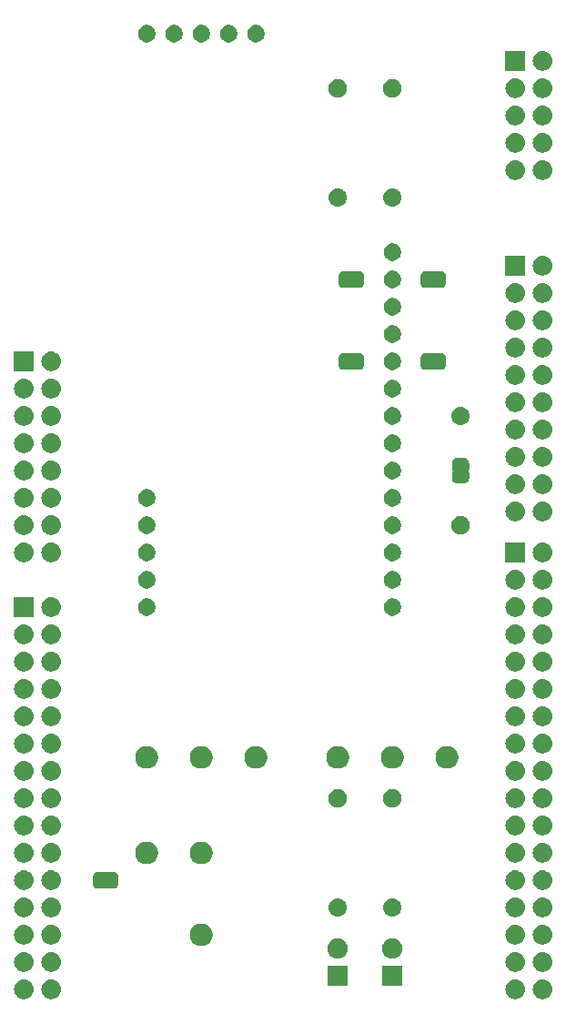
<source format=gbs>
G04 #@! TF.GenerationSoftware,KiCad,Pcbnew,5.1.4-e60b266~84~ubuntu16.04.1*
G04 #@! TF.CreationDate,2019-10-31T22:16:47+09:00*
G04 #@! TF.ProjectId,Akashi-02,416b6173-6869-42d3-9032-2e6b69636164,rev?*
G04 #@! TF.SameCoordinates,Original*
G04 #@! TF.FileFunction,Soldermask,Bot*
G04 #@! TF.FilePolarity,Negative*
%FSLAX46Y46*%
G04 Gerber Fmt 4.6, Leading zero omitted, Abs format (unit mm)*
G04 Created by KiCad (PCBNEW 5.1.4-e60b266~84~ubuntu16.04.1) date 2019-10-31 22:16:47*
%MOMM*%
%LPD*%
G04 APERTURE LIST*
%ADD10C,0.100000*%
G04 APERTURE END LIST*
D10*
G36*
X155050442Y-123565518D02*
G01*
X155116627Y-123572037D01*
X155286466Y-123623557D01*
X155442991Y-123707222D01*
X155478729Y-123736552D01*
X155580186Y-123819814D01*
X155663448Y-123921271D01*
X155692778Y-123957009D01*
X155776443Y-124113534D01*
X155827963Y-124283373D01*
X155845359Y-124460000D01*
X155827963Y-124636627D01*
X155776443Y-124806466D01*
X155692778Y-124962991D01*
X155663448Y-124998729D01*
X155580186Y-125100186D01*
X155478729Y-125183448D01*
X155442991Y-125212778D01*
X155286466Y-125296443D01*
X155116627Y-125347963D01*
X155050442Y-125354482D01*
X154984260Y-125361000D01*
X154895740Y-125361000D01*
X154829558Y-125354482D01*
X154763373Y-125347963D01*
X154593534Y-125296443D01*
X154437009Y-125212778D01*
X154401271Y-125183448D01*
X154299814Y-125100186D01*
X154216552Y-124998729D01*
X154187222Y-124962991D01*
X154103557Y-124806466D01*
X154052037Y-124636627D01*
X154034641Y-124460000D01*
X154052037Y-124283373D01*
X154103557Y-124113534D01*
X154187222Y-123957009D01*
X154216552Y-123921271D01*
X154299814Y-123819814D01*
X154401271Y-123736552D01*
X154437009Y-123707222D01*
X154593534Y-123623557D01*
X154763373Y-123572037D01*
X154829558Y-123565518D01*
X154895740Y-123559000D01*
X154984260Y-123559000D01*
X155050442Y-123565518D01*
X155050442Y-123565518D01*
G37*
G36*
X152510442Y-123565518D02*
G01*
X152576627Y-123572037D01*
X152746466Y-123623557D01*
X152902991Y-123707222D01*
X152938729Y-123736552D01*
X153040186Y-123819814D01*
X153123448Y-123921271D01*
X153152778Y-123957009D01*
X153236443Y-124113534D01*
X153287963Y-124283373D01*
X153305359Y-124460000D01*
X153287963Y-124636627D01*
X153236443Y-124806466D01*
X153152778Y-124962991D01*
X153123448Y-124998729D01*
X153040186Y-125100186D01*
X152938729Y-125183448D01*
X152902991Y-125212778D01*
X152746466Y-125296443D01*
X152576627Y-125347963D01*
X152510442Y-125354482D01*
X152444260Y-125361000D01*
X152355740Y-125361000D01*
X152289558Y-125354482D01*
X152223373Y-125347963D01*
X152053534Y-125296443D01*
X151897009Y-125212778D01*
X151861271Y-125183448D01*
X151759814Y-125100186D01*
X151676552Y-124998729D01*
X151647222Y-124962991D01*
X151563557Y-124806466D01*
X151512037Y-124636627D01*
X151494641Y-124460000D01*
X151512037Y-124283373D01*
X151563557Y-124113534D01*
X151647222Y-123957009D01*
X151676552Y-123921271D01*
X151759814Y-123819814D01*
X151861271Y-123736552D01*
X151897009Y-123707222D01*
X152053534Y-123623557D01*
X152223373Y-123572037D01*
X152289558Y-123565518D01*
X152355740Y-123559000D01*
X152444260Y-123559000D01*
X152510442Y-123565518D01*
X152510442Y-123565518D01*
G37*
G36*
X109330442Y-123565518D02*
G01*
X109396627Y-123572037D01*
X109566466Y-123623557D01*
X109722991Y-123707222D01*
X109758729Y-123736552D01*
X109860186Y-123819814D01*
X109943448Y-123921271D01*
X109972778Y-123957009D01*
X110056443Y-124113534D01*
X110107963Y-124283373D01*
X110125359Y-124460000D01*
X110107963Y-124636627D01*
X110056443Y-124806466D01*
X109972778Y-124962991D01*
X109943448Y-124998729D01*
X109860186Y-125100186D01*
X109758729Y-125183448D01*
X109722991Y-125212778D01*
X109566466Y-125296443D01*
X109396627Y-125347963D01*
X109330442Y-125354482D01*
X109264260Y-125361000D01*
X109175740Y-125361000D01*
X109109558Y-125354482D01*
X109043373Y-125347963D01*
X108873534Y-125296443D01*
X108717009Y-125212778D01*
X108681271Y-125183448D01*
X108579814Y-125100186D01*
X108496552Y-124998729D01*
X108467222Y-124962991D01*
X108383557Y-124806466D01*
X108332037Y-124636627D01*
X108314641Y-124460000D01*
X108332037Y-124283373D01*
X108383557Y-124113534D01*
X108467222Y-123957009D01*
X108496552Y-123921271D01*
X108579814Y-123819814D01*
X108681271Y-123736552D01*
X108717009Y-123707222D01*
X108873534Y-123623557D01*
X109043373Y-123572037D01*
X109109558Y-123565518D01*
X109175740Y-123559000D01*
X109264260Y-123559000D01*
X109330442Y-123565518D01*
X109330442Y-123565518D01*
G37*
G36*
X106790442Y-123565518D02*
G01*
X106856627Y-123572037D01*
X107026466Y-123623557D01*
X107182991Y-123707222D01*
X107218729Y-123736552D01*
X107320186Y-123819814D01*
X107403448Y-123921271D01*
X107432778Y-123957009D01*
X107516443Y-124113534D01*
X107567963Y-124283373D01*
X107585359Y-124460000D01*
X107567963Y-124636627D01*
X107516443Y-124806466D01*
X107432778Y-124962991D01*
X107403448Y-124998729D01*
X107320186Y-125100186D01*
X107218729Y-125183448D01*
X107182991Y-125212778D01*
X107026466Y-125296443D01*
X106856627Y-125347963D01*
X106790442Y-125354482D01*
X106724260Y-125361000D01*
X106635740Y-125361000D01*
X106569558Y-125354482D01*
X106503373Y-125347963D01*
X106333534Y-125296443D01*
X106177009Y-125212778D01*
X106141271Y-125183448D01*
X106039814Y-125100186D01*
X105956552Y-124998729D01*
X105927222Y-124962991D01*
X105843557Y-124806466D01*
X105792037Y-124636627D01*
X105774641Y-124460000D01*
X105792037Y-124283373D01*
X105843557Y-124113534D01*
X105927222Y-123957009D01*
X105956552Y-123921271D01*
X106039814Y-123819814D01*
X106141271Y-123736552D01*
X106177009Y-123707222D01*
X106333534Y-123623557D01*
X106503373Y-123572037D01*
X106569558Y-123565518D01*
X106635740Y-123559000D01*
X106724260Y-123559000D01*
X106790442Y-123565518D01*
X106790442Y-123565518D01*
G37*
G36*
X136841000Y-124141000D02*
G01*
X134939000Y-124141000D01*
X134939000Y-122239000D01*
X136841000Y-122239000D01*
X136841000Y-124141000D01*
X136841000Y-124141000D01*
G37*
G36*
X141921000Y-124141000D02*
G01*
X140019000Y-124141000D01*
X140019000Y-122239000D01*
X141921000Y-122239000D01*
X141921000Y-124141000D01*
X141921000Y-124141000D01*
G37*
G36*
X152510442Y-121025518D02*
G01*
X152576627Y-121032037D01*
X152746466Y-121083557D01*
X152902991Y-121167222D01*
X152938729Y-121196552D01*
X153040186Y-121279814D01*
X153123448Y-121381271D01*
X153152778Y-121417009D01*
X153236443Y-121573534D01*
X153287963Y-121743373D01*
X153305359Y-121920000D01*
X153287963Y-122096627D01*
X153236443Y-122266466D01*
X153152778Y-122422991D01*
X153123448Y-122458729D01*
X153040186Y-122560186D01*
X152938729Y-122643448D01*
X152902991Y-122672778D01*
X152746466Y-122756443D01*
X152576627Y-122807963D01*
X152510443Y-122814481D01*
X152444260Y-122821000D01*
X152355740Y-122821000D01*
X152289557Y-122814481D01*
X152223373Y-122807963D01*
X152053534Y-122756443D01*
X151897009Y-122672778D01*
X151861271Y-122643448D01*
X151759814Y-122560186D01*
X151676552Y-122458729D01*
X151647222Y-122422991D01*
X151563557Y-122266466D01*
X151512037Y-122096627D01*
X151494641Y-121920000D01*
X151512037Y-121743373D01*
X151563557Y-121573534D01*
X151647222Y-121417009D01*
X151676552Y-121381271D01*
X151759814Y-121279814D01*
X151861271Y-121196552D01*
X151897009Y-121167222D01*
X152053534Y-121083557D01*
X152223373Y-121032037D01*
X152289558Y-121025518D01*
X152355740Y-121019000D01*
X152444260Y-121019000D01*
X152510442Y-121025518D01*
X152510442Y-121025518D01*
G37*
G36*
X109330442Y-121025518D02*
G01*
X109396627Y-121032037D01*
X109566466Y-121083557D01*
X109722991Y-121167222D01*
X109758729Y-121196552D01*
X109860186Y-121279814D01*
X109943448Y-121381271D01*
X109972778Y-121417009D01*
X110056443Y-121573534D01*
X110107963Y-121743373D01*
X110125359Y-121920000D01*
X110107963Y-122096627D01*
X110056443Y-122266466D01*
X109972778Y-122422991D01*
X109943448Y-122458729D01*
X109860186Y-122560186D01*
X109758729Y-122643448D01*
X109722991Y-122672778D01*
X109566466Y-122756443D01*
X109396627Y-122807963D01*
X109330443Y-122814481D01*
X109264260Y-122821000D01*
X109175740Y-122821000D01*
X109109557Y-122814481D01*
X109043373Y-122807963D01*
X108873534Y-122756443D01*
X108717009Y-122672778D01*
X108681271Y-122643448D01*
X108579814Y-122560186D01*
X108496552Y-122458729D01*
X108467222Y-122422991D01*
X108383557Y-122266466D01*
X108332037Y-122096627D01*
X108314641Y-121920000D01*
X108332037Y-121743373D01*
X108383557Y-121573534D01*
X108467222Y-121417009D01*
X108496552Y-121381271D01*
X108579814Y-121279814D01*
X108681271Y-121196552D01*
X108717009Y-121167222D01*
X108873534Y-121083557D01*
X109043373Y-121032037D01*
X109109558Y-121025518D01*
X109175740Y-121019000D01*
X109264260Y-121019000D01*
X109330442Y-121025518D01*
X109330442Y-121025518D01*
G37*
G36*
X106790442Y-121025518D02*
G01*
X106856627Y-121032037D01*
X107026466Y-121083557D01*
X107182991Y-121167222D01*
X107218729Y-121196552D01*
X107320186Y-121279814D01*
X107403448Y-121381271D01*
X107432778Y-121417009D01*
X107516443Y-121573534D01*
X107567963Y-121743373D01*
X107585359Y-121920000D01*
X107567963Y-122096627D01*
X107516443Y-122266466D01*
X107432778Y-122422991D01*
X107403448Y-122458729D01*
X107320186Y-122560186D01*
X107218729Y-122643448D01*
X107182991Y-122672778D01*
X107026466Y-122756443D01*
X106856627Y-122807963D01*
X106790443Y-122814481D01*
X106724260Y-122821000D01*
X106635740Y-122821000D01*
X106569557Y-122814481D01*
X106503373Y-122807963D01*
X106333534Y-122756443D01*
X106177009Y-122672778D01*
X106141271Y-122643448D01*
X106039814Y-122560186D01*
X105956552Y-122458729D01*
X105927222Y-122422991D01*
X105843557Y-122266466D01*
X105792037Y-122096627D01*
X105774641Y-121920000D01*
X105792037Y-121743373D01*
X105843557Y-121573534D01*
X105927222Y-121417009D01*
X105956552Y-121381271D01*
X106039814Y-121279814D01*
X106141271Y-121196552D01*
X106177009Y-121167222D01*
X106333534Y-121083557D01*
X106503373Y-121032037D01*
X106569558Y-121025518D01*
X106635740Y-121019000D01*
X106724260Y-121019000D01*
X106790442Y-121025518D01*
X106790442Y-121025518D01*
G37*
G36*
X155050442Y-121025518D02*
G01*
X155116627Y-121032037D01*
X155286466Y-121083557D01*
X155442991Y-121167222D01*
X155478729Y-121196552D01*
X155580186Y-121279814D01*
X155663448Y-121381271D01*
X155692778Y-121417009D01*
X155776443Y-121573534D01*
X155827963Y-121743373D01*
X155845359Y-121920000D01*
X155827963Y-122096627D01*
X155776443Y-122266466D01*
X155692778Y-122422991D01*
X155663448Y-122458729D01*
X155580186Y-122560186D01*
X155478729Y-122643448D01*
X155442991Y-122672778D01*
X155286466Y-122756443D01*
X155116627Y-122807963D01*
X155050443Y-122814481D01*
X154984260Y-122821000D01*
X154895740Y-122821000D01*
X154829557Y-122814481D01*
X154763373Y-122807963D01*
X154593534Y-122756443D01*
X154437009Y-122672778D01*
X154401271Y-122643448D01*
X154299814Y-122560186D01*
X154216552Y-122458729D01*
X154187222Y-122422991D01*
X154103557Y-122266466D01*
X154052037Y-122096627D01*
X154034641Y-121920000D01*
X154052037Y-121743373D01*
X154103557Y-121573534D01*
X154187222Y-121417009D01*
X154216552Y-121381271D01*
X154299814Y-121279814D01*
X154401271Y-121196552D01*
X154437009Y-121167222D01*
X154593534Y-121083557D01*
X154763373Y-121032037D01*
X154829558Y-121025518D01*
X154895740Y-121019000D01*
X154984260Y-121019000D01*
X155050442Y-121025518D01*
X155050442Y-121025518D01*
G37*
G36*
X136167395Y-119735546D02*
G01*
X136340466Y-119807234D01*
X136340467Y-119807235D01*
X136496227Y-119911310D01*
X136628690Y-120043773D01*
X136681081Y-120122182D01*
X136732766Y-120199534D01*
X136804454Y-120372605D01*
X136841000Y-120556333D01*
X136841000Y-120743667D01*
X136804454Y-120927395D01*
X136732766Y-121100466D01*
X136732765Y-121100467D01*
X136628690Y-121256227D01*
X136496227Y-121388690D01*
X136453844Y-121417009D01*
X136340466Y-121492766D01*
X136167395Y-121564454D01*
X135983667Y-121601000D01*
X135796333Y-121601000D01*
X135612605Y-121564454D01*
X135439534Y-121492766D01*
X135326156Y-121417009D01*
X135283773Y-121388690D01*
X135151310Y-121256227D01*
X135047235Y-121100467D01*
X135047234Y-121100466D01*
X134975546Y-120927395D01*
X134939000Y-120743667D01*
X134939000Y-120556333D01*
X134975546Y-120372605D01*
X135047234Y-120199534D01*
X135098919Y-120122182D01*
X135151310Y-120043773D01*
X135283773Y-119911310D01*
X135439533Y-119807235D01*
X135439534Y-119807234D01*
X135612605Y-119735546D01*
X135796333Y-119699000D01*
X135983667Y-119699000D01*
X136167395Y-119735546D01*
X136167395Y-119735546D01*
G37*
G36*
X141247395Y-119735546D02*
G01*
X141420466Y-119807234D01*
X141420467Y-119807235D01*
X141576227Y-119911310D01*
X141708690Y-120043773D01*
X141761081Y-120122182D01*
X141812766Y-120199534D01*
X141884454Y-120372605D01*
X141921000Y-120556333D01*
X141921000Y-120743667D01*
X141884454Y-120927395D01*
X141812766Y-121100466D01*
X141812765Y-121100467D01*
X141708690Y-121256227D01*
X141576227Y-121388690D01*
X141533844Y-121417009D01*
X141420466Y-121492766D01*
X141247395Y-121564454D01*
X141063667Y-121601000D01*
X140876333Y-121601000D01*
X140692605Y-121564454D01*
X140519534Y-121492766D01*
X140406156Y-121417009D01*
X140363773Y-121388690D01*
X140231310Y-121256227D01*
X140127235Y-121100467D01*
X140127234Y-121100466D01*
X140055546Y-120927395D01*
X140019000Y-120743667D01*
X140019000Y-120556333D01*
X140055546Y-120372605D01*
X140127234Y-120199534D01*
X140178919Y-120122182D01*
X140231310Y-120043773D01*
X140363773Y-119911310D01*
X140519533Y-119807235D01*
X140519534Y-119807234D01*
X140692605Y-119735546D01*
X140876333Y-119699000D01*
X141063667Y-119699000D01*
X141247395Y-119735546D01*
X141247395Y-119735546D01*
G37*
G36*
X123496564Y-118369389D02*
G01*
X123687833Y-118448615D01*
X123687835Y-118448616D01*
X123752819Y-118492037D01*
X123859973Y-118563635D01*
X124006365Y-118710027D01*
X124121385Y-118882167D01*
X124200611Y-119073436D01*
X124241000Y-119276484D01*
X124241000Y-119483516D01*
X124200611Y-119686564D01*
X124121385Y-119877833D01*
X124121384Y-119877835D01*
X124006365Y-120049973D01*
X123859973Y-120196365D01*
X123687835Y-120311384D01*
X123687834Y-120311385D01*
X123687833Y-120311385D01*
X123496564Y-120390611D01*
X123293516Y-120431000D01*
X123086484Y-120431000D01*
X122883436Y-120390611D01*
X122692167Y-120311385D01*
X122692166Y-120311385D01*
X122692165Y-120311384D01*
X122520027Y-120196365D01*
X122373635Y-120049973D01*
X122258616Y-119877835D01*
X122258615Y-119877833D01*
X122179389Y-119686564D01*
X122139000Y-119483516D01*
X122139000Y-119276484D01*
X122179389Y-119073436D01*
X122258615Y-118882167D01*
X122373635Y-118710027D01*
X122520027Y-118563635D01*
X122627181Y-118492037D01*
X122692165Y-118448616D01*
X122692167Y-118448615D01*
X122883436Y-118369389D01*
X123086484Y-118329000D01*
X123293516Y-118329000D01*
X123496564Y-118369389D01*
X123496564Y-118369389D01*
G37*
G36*
X106790442Y-118485518D02*
G01*
X106856627Y-118492037D01*
X107026466Y-118543557D01*
X107182991Y-118627222D01*
X107218729Y-118656552D01*
X107320186Y-118739814D01*
X107403448Y-118841271D01*
X107432778Y-118877009D01*
X107516443Y-119033534D01*
X107567963Y-119203373D01*
X107585359Y-119380000D01*
X107567963Y-119556627D01*
X107516443Y-119726466D01*
X107432778Y-119882991D01*
X107409538Y-119911309D01*
X107320186Y-120020186D01*
X107218729Y-120103448D01*
X107182991Y-120132778D01*
X107026466Y-120216443D01*
X106856627Y-120267963D01*
X106790442Y-120274482D01*
X106724260Y-120281000D01*
X106635740Y-120281000D01*
X106569558Y-120274482D01*
X106503373Y-120267963D01*
X106333534Y-120216443D01*
X106177009Y-120132778D01*
X106141271Y-120103448D01*
X106039814Y-120020186D01*
X105950462Y-119911309D01*
X105927222Y-119882991D01*
X105843557Y-119726466D01*
X105792037Y-119556627D01*
X105774641Y-119380000D01*
X105792037Y-119203373D01*
X105843557Y-119033534D01*
X105927222Y-118877009D01*
X105956552Y-118841271D01*
X106039814Y-118739814D01*
X106141271Y-118656552D01*
X106177009Y-118627222D01*
X106333534Y-118543557D01*
X106503373Y-118492037D01*
X106569558Y-118485518D01*
X106635740Y-118479000D01*
X106724260Y-118479000D01*
X106790442Y-118485518D01*
X106790442Y-118485518D01*
G37*
G36*
X152510442Y-118485518D02*
G01*
X152576627Y-118492037D01*
X152746466Y-118543557D01*
X152902991Y-118627222D01*
X152938729Y-118656552D01*
X153040186Y-118739814D01*
X153123448Y-118841271D01*
X153152778Y-118877009D01*
X153236443Y-119033534D01*
X153287963Y-119203373D01*
X153305359Y-119380000D01*
X153287963Y-119556627D01*
X153236443Y-119726466D01*
X153152778Y-119882991D01*
X153129538Y-119911309D01*
X153040186Y-120020186D01*
X152938729Y-120103448D01*
X152902991Y-120132778D01*
X152746466Y-120216443D01*
X152576627Y-120267963D01*
X152510442Y-120274482D01*
X152444260Y-120281000D01*
X152355740Y-120281000D01*
X152289558Y-120274482D01*
X152223373Y-120267963D01*
X152053534Y-120216443D01*
X151897009Y-120132778D01*
X151861271Y-120103448D01*
X151759814Y-120020186D01*
X151670462Y-119911309D01*
X151647222Y-119882991D01*
X151563557Y-119726466D01*
X151512037Y-119556627D01*
X151494641Y-119380000D01*
X151512037Y-119203373D01*
X151563557Y-119033534D01*
X151647222Y-118877009D01*
X151676552Y-118841271D01*
X151759814Y-118739814D01*
X151861271Y-118656552D01*
X151897009Y-118627222D01*
X152053534Y-118543557D01*
X152223373Y-118492037D01*
X152289558Y-118485518D01*
X152355740Y-118479000D01*
X152444260Y-118479000D01*
X152510442Y-118485518D01*
X152510442Y-118485518D01*
G37*
G36*
X155050442Y-118485518D02*
G01*
X155116627Y-118492037D01*
X155286466Y-118543557D01*
X155442991Y-118627222D01*
X155478729Y-118656552D01*
X155580186Y-118739814D01*
X155663448Y-118841271D01*
X155692778Y-118877009D01*
X155776443Y-119033534D01*
X155827963Y-119203373D01*
X155845359Y-119380000D01*
X155827963Y-119556627D01*
X155776443Y-119726466D01*
X155692778Y-119882991D01*
X155669538Y-119911309D01*
X155580186Y-120020186D01*
X155478729Y-120103448D01*
X155442991Y-120132778D01*
X155286466Y-120216443D01*
X155116627Y-120267963D01*
X155050442Y-120274482D01*
X154984260Y-120281000D01*
X154895740Y-120281000D01*
X154829558Y-120274482D01*
X154763373Y-120267963D01*
X154593534Y-120216443D01*
X154437009Y-120132778D01*
X154401271Y-120103448D01*
X154299814Y-120020186D01*
X154210462Y-119911309D01*
X154187222Y-119882991D01*
X154103557Y-119726466D01*
X154052037Y-119556627D01*
X154034641Y-119380000D01*
X154052037Y-119203373D01*
X154103557Y-119033534D01*
X154187222Y-118877009D01*
X154216552Y-118841271D01*
X154299814Y-118739814D01*
X154401271Y-118656552D01*
X154437009Y-118627222D01*
X154593534Y-118543557D01*
X154763373Y-118492037D01*
X154829558Y-118485518D01*
X154895740Y-118479000D01*
X154984260Y-118479000D01*
X155050442Y-118485518D01*
X155050442Y-118485518D01*
G37*
G36*
X109330442Y-118485518D02*
G01*
X109396627Y-118492037D01*
X109566466Y-118543557D01*
X109722991Y-118627222D01*
X109758729Y-118656552D01*
X109860186Y-118739814D01*
X109943448Y-118841271D01*
X109972778Y-118877009D01*
X110056443Y-119033534D01*
X110107963Y-119203373D01*
X110125359Y-119380000D01*
X110107963Y-119556627D01*
X110056443Y-119726466D01*
X109972778Y-119882991D01*
X109949538Y-119911309D01*
X109860186Y-120020186D01*
X109758729Y-120103448D01*
X109722991Y-120132778D01*
X109566466Y-120216443D01*
X109396627Y-120267963D01*
X109330442Y-120274482D01*
X109264260Y-120281000D01*
X109175740Y-120281000D01*
X109109558Y-120274482D01*
X109043373Y-120267963D01*
X108873534Y-120216443D01*
X108717009Y-120132778D01*
X108681271Y-120103448D01*
X108579814Y-120020186D01*
X108490462Y-119911309D01*
X108467222Y-119882991D01*
X108383557Y-119726466D01*
X108332037Y-119556627D01*
X108314641Y-119380000D01*
X108332037Y-119203373D01*
X108383557Y-119033534D01*
X108467222Y-118877009D01*
X108496552Y-118841271D01*
X108579814Y-118739814D01*
X108681271Y-118656552D01*
X108717009Y-118627222D01*
X108873534Y-118543557D01*
X109043373Y-118492037D01*
X109109558Y-118485518D01*
X109175740Y-118479000D01*
X109264260Y-118479000D01*
X109330442Y-118485518D01*
X109330442Y-118485518D01*
G37*
G36*
X109330442Y-115945518D02*
G01*
X109396627Y-115952037D01*
X109566466Y-116003557D01*
X109722991Y-116087222D01*
X109758729Y-116116552D01*
X109860186Y-116199814D01*
X109943448Y-116301271D01*
X109972778Y-116337009D01*
X110056443Y-116493534D01*
X110107963Y-116663373D01*
X110125359Y-116840000D01*
X110107963Y-117016627D01*
X110056443Y-117186466D01*
X109972778Y-117342991D01*
X109943448Y-117378729D01*
X109860186Y-117480186D01*
X109758729Y-117563448D01*
X109722991Y-117592778D01*
X109566466Y-117676443D01*
X109396627Y-117727963D01*
X109330442Y-117734482D01*
X109264260Y-117741000D01*
X109175740Y-117741000D01*
X109109558Y-117734482D01*
X109043373Y-117727963D01*
X108873534Y-117676443D01*
X108717009Y-117592778D01*
X108681271Y-117563448D01*
X108579814Y-117480186D01*
X108496552Y-117378729D01*
X108467222Y-117342991D01*
X108383557Y-117186466D01*
X108332037Y-117016627D01*
X108314641Y-116840000D01*
X108332037Y-116663373D01*
X108383557Y-116493534D01*
X108467222Y-116337009D01*
X108496552Y-116301271D01*
X108579814Y-116199814D01*
X108681271Y-116116552D01*
X108717009Y-116087222D01*
X108873534Y-116003557D01*
X109043373Y-115952037D01*
X109109558Y-115945518D01*
X109175740Y-115939000D01*
X109264260Y-115939000D01*
X109330442Y-115945518D01*
X109330442Y-115945518D01*
G37*
G36*
X106790442Y-115945518D02*
G01*
X106856627Y-115952037D01*
X107026466Y-116003557D01*
X107182991Y-116087222D01*
X107218729Y-116116552D01*
X107320186Y-116199814D01*
X107403448Y-116301271D01*
X107432778Y-116337009D01*
X107516443Y-116493534D01*
X107567963Y-116663373D01*
X107585359Y-116840000D01*
X107567963Y-117016627D01*
X107516443Y-117186466D01*
X107432778Y-117342991D01*
X107403448Y-117378729D01*
X107320186Y-117480186D01*
X107218729Y-117563448D01*
X107182991Y-117592778D01*
X107026466Y-117676443D01*
X106856627Y-117727963D01*
X106790442Y-117734482D01*
X106724260Y-117741000D01*
X106635740Y-117741000D01*
X106569558Y-117734482D01*
X106503373Y-117727963D01*
X106333534Y-117676443D01*
X106177009Y-117592778D01*
X106141271Y-117563448D01*
X106039814Y-117480186D01*
X105956552Y-117378729D01*
X105927222Y-117342991D01*
X105843557Y-117186466D01*
X105792037Y-117016627D01*
X105774641Y-116840000D01*
X105792037Y-116663373D01*
X105843557Y-116493534D01*
X105927222Y-116337009D01*
X105956552Y-116301271D01*
X106039814Y-116199814D01*
X106141271Y-116116552D01*
X106177009Y-116087222D01*
X106333534Y-116003557D01*
X106503373Y-115952037D01*
X106569558Y-115945518D01*
X106635740Y-115939000D01*
X106724260Y-115939000D01*
X106790442Y-115945518D01*
X106790442Y-115945518D01*
G37*
G36*
X155050442Y-115945518D02*
G01*
X155116627Y-115952037D01*
X155286466Y-116003557D01*
X155442991Y-116087222D01*
X155478729Y-116116552D01*
X155580186Y-116199814D01*
X155663448Y-116301271D01*
X155692778Y-116337009D01*
X155776443Y-116493534D01*
X155827963Y-116663373D01*
X155845359Y-116840000D01*
X155827963Y-117016627D01*
X155776443Y-117186466D01*
X155692778Y-117342991D01*
X155663448Y-117378729D01*
X155580186Y-117480186D01*
X155478729Y-117563448D01*
X155442991Y-117592778D01*
X155286466Y-117676443D01*
X155116627Y-117727963D01*
X155050442Y-117734482D01*
X154984260Y-117741000D01*
X154895740Y-117741000D01*
X154829558Y-117734482D01*
X154763373Y-117727963D01*
X154593534Y-117676443D01*
X154437009Y-117592778D01*
X154401271Y-117563448D01*
X154299814Y-117480186D01*
X154216552Y-117378729D01*
X154187222Y-117342991D01*
X154103557Y-117186466D01*
X154052037Y-117016627D01*
X154034641Y-116840000D01*
X154052037Y-116663373D01*
X154103557Y-116493534D01*
X154187222Y-116337009D01*
X154216552Y-116301271D01*
X154299814Y-116199814D01*
X154401271Y-116116552D01*
X154437009Y-116087222D01*
X154593534Y-116003557D01*
X154763373Y-115952037D01*
X154829558Y-115945518D01*
X154895740Y-115939000D01*
X154984260Y-115939000D01*
X155050442Y-115945518D01*
X155050442Y-115945518D01*
G37*
G36*
X152510442Y-115945518D02*
G01*
X152576627Y-115952037D01*
X152746466Y-116003557D01*
X152902991Y-116087222D01*
X152938729Y-116116552D01*
X153040186Y-116199814D01*
X153123448Y-116301271D01*
X153152778Y-116337009D01*
X153236443Y-116493534D01*
X153287963Y-116663373D01*
X153305359Y-116840000D01*
X153287963Y-117016627D01*
X153236443Y-117186466D01*
X153152778Y-117342991D01*
X153123448Y-117378729D01*
X153040186Y-117480186D01*
X152938729Y-117563448D01*
X152902991Y-117592778D01*
X152746466Y-117676443D01*
X152576627Y-117727963D01*
X152510442Y-117734482D01*
X152444260Y-117741000D01*
X152355740Y-117741000D01*
X152289558Y-117734482D01*
X152223373Y-117727963D01*
X152053534Y-117676443D01*
X151897009Y-117592778D01*
X151861271Y-117563448D01*
X151759814Y-117480186D01*
X151676552Y-117378729D01*
X151647222Y-117342991D01*
X151563557Y-117186466D01*
X151512037Y-117016627D01*
X151494641Y-116840000D01*
X151512037Y-116663373D01*
X151563557Y-116493534D01*
X151647222Y-116337009D01*
X151676552Y-116301271D01*
X151759814Y-116199814D01*
X151861271Y-116116552D01*
X151897009Y-116087222D01*
X152053534Y-116003557D01*
X152223373Y-115952037D01*
X152289558Y-115945518D01*
X152355740Y-115939000D01*
X152444260Y-115939000D01*
X152510442Y-115945518D01*
X152510442Y-115945518D01*
G37*
G36*
X141136823Y-116001313D02*
G01*
X141297242Y-116049976D01*
X141366922Y-116087221D01*
X141445078Y-116128996D01*
X141574659Y-116235341D01*
X141681004Y-116364922D01*
X141681005Y-116364924D01*
X141760024Y-116512758D01*
X141808687Y-116673177D01*
X141825117Y-116840000D01*
X141808687Y-117006823D01*
X141760024Y-117167242D01*
X141749747Y-117186468D01*
X141681004Y-117315078D01*
X141574659Y-117444659D01*
X141445078Y-117551004D01*
X141445076Y-117551005D01*
X141297242Y-117630024D01*
X141136823Y-117678687D01*
X141011804Y-117691000D01*
X140928196Y-117691000D01*
X140803177Y-117678687D01*
X140642758Y-117630024D01*
X140494924Y-117551005D01*
X140494922Y-117551004D01*
X140365341Y-117444659D01*
X140258996Y-117315078D01*
X140190253Y-117186468D01*
X140179976Y-117167242D01*
X140131313Y-117006823D01*
X140114883Y-116840000D01*
X140131313Y-116673177D01*
X140179976Y-116512758D01*
X140258995Y-116364924D01*
X140258996Y-116364922D01*
X140365341Y-116235341D01*
X140494922Y-116128996D01*
X140573078Y-116087221D01*
X140642758Y-116049976D01*
X140803177Y-116001313D01*
X140928196Y-115989000D01*
X141011804Y-115989000D01*
X141136823Y-116001313D01*
X141136823Y-116001313D01*
G37*
G36*
X136056823Y-116001313D02*
G01*
X136217242Y-116049976D01*
X136286922Y-116087221D01*
X136365078Y-116128996D01*
X136494659Y-116235341D01*
X136601004Y-116364922D01*
X136601005Y-116364924D01*
X136680024Y-116512758D01*
X136728687Y-116673177D01*
X136745117Y-116840000D01*
X136728687Y-117006823D01*
X136680024Y-117167242D01*
X136669747Y-117186468D01*
X136601004Y-117315078D01*
X136494659Y-117444659D01*
X136365078Y-117551004D01*
X136365076Y-117551005D01*
X136217242Y-117630024D01*
X136056823Y-117678687D01*
X135931804Y-117691000D01*
X135848196Y-117691000D01*
X135723177Y-117678687D01*
X135562758Y-117630024D01*
X135414924Y-117551005D01*
X135414922Y-117551004D01*
X135285341Y-117444659D01*
X135178996Y-117315078D01*
X135110253Y-117186468D01*
X135099976Y-117167242D01*
X135051313Y-117006823D01*
X135034883Y-116840000D01*
X135051313Y-116673177D01*
X135099976Y-116512758D01*
X135178995Y-116364924D01*
X135178996Y-116364922D01*
X135285341Y-116235341D01*
X135414922Y-116128996D01*
X135493078Y-116087221D01*
X135562758Y-116049976D01*
X135723177Y-116001313D01*
X135848196Y-115989000D01*
X135931804Y-115989000D01*
X136056823Y-116001313D01*
X136056823Y-116001313D01*
G37*
G36*
X155050443Y-113405519D02*
G01*
X155116627Y-113412037D01*
X155286466Y-113463557D01*
X155286468Y-113463558D01*
X155354155Y-113499738D01*
X155442991Y-113547222D01*
X155478729Y-113576552D01*
X155580186Y-113659814D01*
X155663448Y-113761271D01*
X155692778Y-113797009D01*
X155776443Y-113953534D01*
X155827963Y-114123373D01*
X155845359Y-114300000D01*
X155827963Y-114476627D01*
X155776443Y-114646466D01*
X155692778Y-114802991D01*
X155663448Y-114838729D01*
X155580186Y-114940186D01*
X155484967Y-115018329D01*
X155442991Y-115052778D01*
X155442989Y-115052779D01*
X155354154Y-115100263D01*
X155286466Y-115136443D01*
X155116627Y-115187963D01*
X155050442Y-115194482D01*
X154984260Y-115201000D01*
X154895740Y-115201000D01*
X154829558Y-115194482D01*
X154763373Y-115187963D01*
X154593534Y-115136443D01*
X154525847Y-115100263D01*
X154437011Y-115052779D01*
X154437009Y-115052778D01*
X154395033Y-115018329D01*
X154299814Y-114940186D01*
X154216552Y-114838729D01*
X154187222Y-114802991D01*
X154103557Y-114646466D01*
X154052037Y-114476627D01*
X154034641Y-114300000D01*
X154052037Y-114123373D01*
X154103557Y-113953534D01*
X154187222Y-113797009D01*
X154216552Y-113761271D01*
X154299814Y-113659814D01*
X154401271Y-113576552D01*
X154437009Y-113547222D01*
X154525845Y-113499738D01*
X154593532Y-113463558D01*
X154593534Y-113463557D01*
X154763373Y-113412037D01*
X154829557Y-113405519D01*
X154895740Y-113399000D01*
X154984260Y-113399000D01*
X155050443Y-113405519D01*
X155050443Y-113405519D01*
G37*
G36*
X109330443Y-113405519D02*
G01*
X109396627Y-113412037D01*
X109566466Y-113463557D01*
X109566468Y-113463558D01*
X109634155Y-113499738D01*
X109722991Y-113547222D01*
X109758729Y-113576552D01*
X109860186Y-113659814D01*
X109943448Y-113761271D01*
X109972778Y-113797009D01*
X110056443Y-113953534D01*
X110107963Y-114123373D01*
X110125359Y-114300000D01*
X110107963Y-114476627D01*
X110056443Y-114646466D01*
X109972778Y-114802991D01*
X109943448Y-114838729D01*
X109860186Y-114940186D01*
X109764967Y-115018329D01*
X109722991Y-115052778D01*
X109722989Y-115052779D01*
X109634154Y-115100263D01*
X109566466Y-115136443D01*
X109396627Y-115187963D01*
X109330442Y-115194482D01*
X109264260Y-115201000D01*
X109175740Y-115201000D01*
X109109558Y-115194482D01*
X109043373Y-115187963D01*
X108873534Y-115136443D01*
X108805847Y-115100263D01*
X108717011Y-115052779D01*
X108717009Y-115052778D01*
X108675033Y-115018329D01*
X108579814Y-114940186D01*
X108496552Y-114838729D01*
X108467222Y-114802991D01*
X108383557Y-114646466D01*
X108332037Y-114476627D01*
X108314641Y-114300000D01*
X108332037Y-114123373D01*
X108383557Y-113953534D01*
X108467222Y-113797009D01*
X108496552Y-113761271D01*
X108579814Y-113659814D01*
X108681271Y-113576552D01*
X108717009Y-113547222D01*
X108805845Y-113499738D01*
X108873532Y-113463558D01*
X108873534Y-113463557D01*
X109043373Y-113412037D01*
X109109557Y-113405519D01*
X109175740Y-113399000D01*
X109264260Y-113399000D01*
X109330443Y-113405519D01*
X109330443Y-113405519D01*
G37*
G36*
X152510443Y-113405519D02*
G01*
X152576627Y-113412037D01*
X152746466Y-113463557D01*
X152746468Y-113463558D01*
X152814155Y-113499738D01*
X152902991Y-113547222D01*
X152938729Y-113576552D01*
X153040186Y-113659814D01*
X153123448Y-113761271D01*
X153152778Y-113797009D01*
X153236443Y-113953534D01*
X153287963Y-114123373D01*
X153305359Y-114300000D01*
X153287963Y-114476627D01*
X153236443Y-114646466D01*
X153152778Y-114802991D01*
X153123448Y-114838729D01*
X153040186Y-114940186D01*
X152944967Y-115018329D01*
X152902991Y-115052778D01*
X152902989Y-115052779D01*
X152814154Y-115100263D01*
X152746466Y-115136443D01*
X152576627Y-115187963D01*
X152510442Y-115194482D01*
X152444260Y-115201000D01*
X152355740Y-115201000D01*
X152289558Y-115194482D01*
X152223373Y-115187963D01*
X152053534Y-115136443D01*
X151985847Y-115100263D01*
X151897011Y-115052779D01*
X151897009Y-115052778D01*
X151855033Y-115018329D01*
X151759814Y-114940186D01*
X151676552Y-114838729D01*
X151647222Y-114802991D01*
X151563557Y-114646466D01*
X151512037Y-114476627D01*
X151494641Y-114300000D01*
X151512037Y-114123373D01*
X151563557Y-113953534D01*
X151647222Y-113797009D01*
X151676552Y-113761271D01*
X151759814Y-113659814D01*
X151861271Y-113576552D01*
X151897009Y-113547222D01*
X151985845Y-113499738D01*
X152053532Y-113463558D01*
X152053534Y-113463557D01*
X152223373Y-113412037D01*
X152289557Y-113405519D01*
X152355740Y-113399000D01*
X152444260Y-113399000D01*
X152510443Y-113405519D01*
X152510443Y-113405519D01*
G37*
G36*
X106790443Y-113405519D02*
G01*
X106856627Y-113412037D01*
X107026466Y-113463557D01*
X107026468Y-113463558D01*
X107094155Y-113499738D01*
X107182991Y-113547222D01*
X107218729Y-113576552D01*
X107320186Y-113659814D01*
X107403448Y-113761271D01*
X107432778Y-113797009D01*
X107516443Y-113953534D01*
X107567963Y-114123373D01*
X107585359Y-114300000D01*
X107567963Y-114476627D01*
X107516443Y-114646466D01*
X107432778Y-114802991D01*
X107403448Y-114838729D01*
X107320186Y-114940186D01*
X107224967Y-115018329D01*
X107182991Y-115052778D01*
X107182989Y-115052779D01*
X107094154Y-115100263D01*
X107026466Y-115136443D01*
X106856627Y-115187963D01*
X106790442Y-115194482D01*
X106724260Y-115201000D01*
X106635740Y-115201000D01*
X106569558Y-115194482D01*
X106503373Y-115187963D01*
X106333534Y-115136443D01*
X106265847Y-115100263D01*
X106177011Y-115052779D01*
X106177009Y-115052778D01*
X106135033Y-115018329D01*
X106039814Y-114940186D01*
X105956552Y-114838729D01*
X105927222Y-114802991D01*
X105843557Y-114646466D01*
X105792037Y-114476627D01*
X105774641Y-114300000D01*
X105792037Y-114123373D01*
X105843557Y-113953534D01*
X105927222Y-113797009D01*
X105956552Y-113761271D01*
X106039814Y-113659814D01*
X106141271Y-113576552D01*
X106177009Y-113547222D01*
X106265845Y-113499738D01*
X106333532Y-113463558D01*
X106333534Y-113463557D01*
X106503373Y-113412037D01*
X106569557Y-113405519D01*
X106635740Y-113399000D01*
X106724260Y-113399000D01*
X106790443Y-113405519D01*
X106790443Y-113405519D01*
G37*
G36*
X114159999Y-113499737D02*
G01*
X114169608Y-113502652D01*
X114178472Y-113507390D01*
X114186237Y-113513763D01*
X114196448Y-113526206D01*
X114203378Y-113536575D01*
X114220705Y-113553902D01*
X114241080Y-113567515D01*
X114263720Y-113576891D01*
X114287753Y-113581671D01*
X114312257Y-113581670D01*
X114336290Y-113576888D01*
X114358929Y-113567510D01*
X114379302Y-113553895D01*
X114396629Y-113536568D01*
X114403558Y-113526198D01*
X114413763Y-113513763D01*
X114421528Y-113507390D01*
X114430392Y-113502652D01*
X114440001Y-113499737D01*
X114456140Y-113498148D01*
X114943861Y-113498148D01*
X114962199Y-113499954D01*
X114974450Y-113500556D01*
X114992869Y-113500556D01*
X115015149Y-113502750D01*
X115099233Y-113519476D01*
X115120660Y-113525976D01*
X115199858Y-113558780D01*
X115205303Y-113561691D01*
X115205309Y-113561693D01*
X115214169Y-113566429D01*
X115214173Y-113566432D01*
X115219614Y-113569340D01*
X115290899Y-113616971D01*
X115308204Y-113631172D01*
X115368828Y-113691796D01*
X115383029Y-113709101D01*
X115430660Y-113780386D01*
X115433568Y-113785827D01*
X115433571Y-113785831D01*
X115438307Y-113794691D01*
X115438309Y-113794697D01*
X115441220Y-113800142D01*
X115474024Y-113879340D01*
X115480524Y-113900767D01*
X115497250Y-113984851D01*
X115499444Y-114007131D01*
X115499444Y-114025550D01*
X115500046Y-114037801D01*
X115501852Y-114056139D01*
X115501852Y-114543862D01*
X115500046Y-114562199D01*
X115499444Y-114574450D01*
X115499444Y-114592869D01*
X115497250Y-114615149D01*
X115480524Y-114699233D01*
X115474024Y-114720660D01*
X115441220Y-114799858D01*
X115438309Y-114805303D01*
X115438307Y-114805309D01*
X115433571Y-114814169D01*
X115433568Y-114814173D01*
X115430660Y-114819614D01*
X115383029Y-114890899D01*
X115368828Y-114908204D01*
X115308204Y-114968828D01*
X115290899Y-114983029D01*
X115219614Y-115030660D01*
X115214173Y-115033568D01*
X115214169Y-115033571D01*
X115205309Y-115038307D01*
X115205303Y-115038309D01*
X115199858Y-115041220D01*
X115120660Y-115074024D01*
X115099233Y-115080524D01*
X115015149Y-115097250D01*
X114992869Y-115099444D01*
X114974450Y-115099444D01*
X114962199Y-115100046D01*
X114943862Y-115101852D01*
X114456140Y-115101852D01*
X114440001Y-115100263D01*
X114430392Y-115097348D01*
X114421528Y-115092610D01*
X114413763Y-115086237D01*
X114403552Y-115073794D01*
X114396622Y-115063425D01*
X114379295Y-115046098D01*
X114358920Y-115032485D01*
X114336280Y-115023109D01*
X114312247Y-115018329D01*
X114287743Y-115018330D01*
X114263710Y-115023112D01*
X114241071Y-115032490D01*
X114220698Y-115046105D01*
X114203371Y-115063432D01*
X114196442Y-115073802D01*
X114186237Y-115086237D01*
X114178472Y-115092610D01*
X114169608Y-115097348D01*
X114159999Y-115100263D01*
X114143860Y-115101852D01*
X113656138Y-115101852D01*
X113637801Y-115100046D01*
X113625550Y-115099444D01*
X113607131Y-115099444D01*
X113584851Y-115097250D01*
X113500767Y-115080524D01*
X113479340Y-115074024D01*
X113400142Y-115041220D01*
X113394697Y-115038309D01*
X113394691Y-115038307D01*
X113385831Y-115033571D01*
X113385827Y-115033568D01*
X113380386Y-115030660D01*
X113309101Y-114983029D01*
X113291796Y-114968828D01*
X113231172Y-114908204D01*
X113216971Y-114890899D01*
X113169340Y-114819614D01*
X113166432Y-114814173D01*
X113166429Y-114814169D01*
X113161693Y-114805309D01*
X113161691Y-114805303D01*
X113158780Y-114799858D01*
X113125976Y-114720660D01*
X113119476Y-114699233D01*
X113102750Y-114615149D01*
X113100556Y-114592869D01*
X113100556Y-114574450D01*
X113099954Y-114562199D01*
X113098148Y-114543862D01*
X113098148Y-114056139D01*
X113099954Y-114037801D01*
X113100556Y-114025550D01*
X113100556Y-114007131D01*
X113102750Y-113984851D01*
X113119476Y-113900767D01*
X113125976Y-113879340D01*
X113158780Y-113800142D01*
X113161691Y-113794697D01*
X113161693Y-113794691D01*
X113166429Y-113785831D01*
X113166432Y-113785827D01*
X113169340Y-113780386D01*
X113216971Y-113709101D01*
X113231172Y-113691796D01*
X113291796Y-113631172D01*
X113309101Y-113616971D01*
X113380386Y-113569340D01*
X113385827Y-113566432D01*
X113385831Y-113566429D01*
X113394691Y-113561693D01*
X113394697Y-113561691D01*
X113400142Y-113558780D01*
X113479340Y-113525976D01*
X113500767Y-113519476D01*
X113584851Y-113502750D01*
X113607131Y-113500556D01*
X113625550Y-113500556D01*
X113637801Y-113499954D01*
X113656139Y-113498148D01*
X114143860Y-113498148D01*
X114159999Y-113499737D01*
X114159999Y-113499737D01*
G37*
G36*
X118416564Y-110749389D02*
G01*
X118607833Y-110828615D01*
X118607835Y-110828616D01*
X118672819Y-110872037D01*
X118779973Y-110943635D01*
X118926365Y-111090027D01*
X119041385Y-111262167D01*
X119120611Y-111453436D01*
X119161000Y-111656484D01*
X119161000Y-111863516D01*
X119120611Y-112066564D01*
X119104083Y-112106466D01*
X119041384Y-112257835D01*
X118926365Y-112429973D01*
X118779973Y-112576365D01*
X118607835Y-112691384D01*
X118607834Y-112691385D01*
X118607833Y-112691385D01*
X118416564Y-112770611D01*
X118213516Y-112811000D01*
X118006484Y-112811000D01*
X117803436Y-112770611D01*
X117612167Y-112691385D01*
X117612166Y-112691385D01*
X117612165Y-112691384D01*
X117440027Y-112576365D01*
X117293635Y-112429973D01*
X117178616Y-112257835D01*
X117115917Y-112106466D01*
X117099389Y-112066564D01*
X117059000Y-111863516D01*
X117059000Y-111656484D01*
X117099389Y-111453436D01*
X117178615Y-111262167D01*
X117293635Y-111090027D01*
X117440027Y-110943635D01*
X117547181Y-110872037D01*
X117612165Y-110828616D01*
X117612167Y-110828615D01*
X117803436Y-110749389D01*
X118006484Y-110709000D01*
X118213516Y-110709000D01*
X118416564Y-110749389D01*
X118416564Y-110749389D01*
G37*
G36*
X123496564Y-110749389D02*
G01*
X123687833Y-110828615D01*
X123687835Y-110828616D01*
X123752819Y-110872037D01*
X123859973Y-110943635D01*
X124006365Y-111090027D01*
X124121385Y-111262167D01*
X124200611Y-111453436D01*
X124241000Y-111656484D01*
X124241000Y-111863516D01*
X124200611Y-112066564D01*
X124184083Y-112106466D01*
X124121384Y-112257835D01*
X124006365Y-112429973D01*
X123859973Y-112576365D01*
X123687835Y-112691384D01*
X123687834Y-112691385D01*
X123687833Y-112691385D01*
X123496564Y-112770611D01*
X123293516Y-112811000D01*
X123086484Y-112811000D01*
X122883436Y-112770611D01*
X122692167Y-112691385D01*
X122692166Y-112691385D01*
X122692165Y-112691384D01*
X122520027Y-112576365D01*
X122373635Y-112429973D01*
X122258616Y-112257835D01*
X122195917Y-112106466D01*
X122179389Y-112066564D01*
X122139000Y-111863516D01*
X122139000Y-111656484D01*
X122179389Y-111453436D01*
X122258615Y-111262167D01*
X122373635Y-111090027D01*
X122520027Y-110943635D01*
X122627181Y-110872037D01*
X122692165Y-110828616D01*
X122692167Y-110828615D01*
X122883436Y-110749389D01*
X123086484Y-110709000D01*
X123293516Y-110709000D01*
X123496564Y-110749389D01*
X123496564Y-110749389D01*
G37*
G36*
X106790442Y-110865518D02*
G01*
X106856627Y-110872037D01*
X107026466Y-110923557D01*
X107182991Y-111007222D01*
X107218729Y-111036552D01*
X107320186Y-111119814D01*
X107403448Y-111221271D01*
X107432778Y-111257009D01*
X107516443Y-111413534D01*
X107567963Y-111583373D01*
X107585359Y-111760000D01*
X107567963Y-111936627D01*
X107516443Y-112106466D01*
X107432778Y-112262991D01*
X107403448Y-112298729D01*
X107320186Y-112400186D01*
X107218729Y-112483448D01*
X107182991Y-112512778D01*
X107026466Y-112596443D01*
X106856627Y-112647963D01*
X106790442Y-112654482D01*
X106724260Y-112661000D01*
X106635740Y-112661000D01*
X106569558Y-112654482D01*
X106503373Y-112647963D01*
X106333534Y-112596443D01*
X106177009Y-112512778D01*
X106141271Y-112483448D01*
X106039814Y-112400186D01*
X105956552Y-112298729D01*
X105927222Y-112262991D01*
X105843557Y-112106466D01*
X105792037Y-111936627D01*
X105774641Y-111760000D01*
X105792037Y-111583373D01*
X105843557Y-111413534D01*
X105927222Y-111257009D01*
X105956552Y-111221271D01*
X106039814Y-111119814D01*
X106141271Y-111036552D01*
X106177009Y-111007222D01*
X106333534Y-110923557D01*
X106503373Y-110872037D01*
X106569558Y-110865518D01*
X106635740Y-110859000D01*
X106724260Y-110859000D01*
X106790442Y-110865518D01*
X106790442Y-110865518D01*
G37*
G36*
X152510442Y-110865518D02*
G01*
X152576627Y-110872037D01*
X152746466Y-110923557D01*
X152902991Y-111007222D01*
X152938729Y-111036552D01*
X153040186Y-111119814D01*
X153123448Y-111221271D01*
X153152778Y-111257009D01*
X153236443Y-111413534D01*
X153287963Y-111583373D01*
X153305359Y-111760000D01*
X153287963Y-111936627D01*
X153236443Y-112106466D01*
X153152778Y-112262991D01*
X153123448Y-112298729D01*
X153040186Y-112400186D01*
X152938729Y-112483448D01*
X152902991Y-112512778D01*
X152746466Y-112596443D01*
X152576627Y-112647963D01*
X152510442Y-112654482D01*
X152444260Y-112661000D01*
X152355740Y-112661000D01*
X152289558Y-112654482D01*
X152223373Y-112647963D01*
X152053534Y-112596443D01*
X151897009Y-112512778D01*
X151861271Y-112483448D01*
X151759814Y-112400186D01*
X151676552Y-112298729D01*
X151647222Y-112262991D01*
X151563557Y-112106466D01*
X151512037Y-111936627D01*
X151494641Y-111760000D01*
X151512037Y-111583373D01*
X151563557Y-111413534D01*
X151647222Y-111257009D01*
X151676552Y-111221271D01*
X151759814Y-111119814D01*
X151861271Y-111036552D01*
X151897009Y-111007222D01*
X152053534Y-110923557D01*
X152223373Y-110872037D01*
X152289558Y-110865518D01*
X152355740Y-110859000D01*
X152444260Y-110859000D01*
X152510442Y-110865518D01*
X152510442Y-110865518D01*
G37*
G36*
X109330442Y-110865518D02*
G01*
X109396627Y-110872037D01*
X109566466Y-110923557D01*
X109722991Y-111007222D01*
X109758729Y-111036552D01*
X109860186Y-111119814D01*
X109943448Y-111221271D01*
X109972778Y-111257009D01*
X110056443Y-111413534D01*
X110107963Y-111583373D01*
X110125359Y-111760000D01*
X110107963Y-111936627D01*
X110056443Y-112106466D01*
X109972778Y-112262991D01*
X109943448Y-112298729D01*
X109860186Y-112400186D01*
X109758729Y-112483448D01*
X109722991Y-112512778D01*
X109566466Y-112596443D01*
X109396627Y-112647963D01*
X109330442Y-112654482D01*
X109264260Y-112661000D01*
X109175740Y-112661000D01*
X109109558Y-112654482D01*
X109043373Y-112647963D01*
X108873534Y-112596443D01*
X108717009Y-112512778D01*
X108681271Y-112483448D01*
X108579814Y-112400186D01*
X108496552Y-112298729D01*
X108467222Y-112262991D01*
X108383557Y-112106466D01*
X108332037Y-111936627D01*
X108314641Y-111760000D01*
X108332037Y-111583373D01*
X108383557Y-111413534D01*
X108467222Y-111257009D01*
X108496552Y-111221271D01*
X108579814Y-111119814D01*
X108681271Y-111036552D01*
X108717009Y-111007222D01*
X108873534Y-110923557D01*
X109043373Y-110872037D01*
X109109558Y-110865518D01*
X109175740Y-110859000D01*
X109264260Y-110859000D01*
X109330442Y-110865518D01*
X109330442Y-110865518D01*
G37*
G36*
X155050442Y-110865518D02*
G01*
X155116627Y-110872037D01*
X155286466Y-110923557D01*
X155442991Y-111007222D01*
X155478729Y-111036552D01*
X155580186Y-111119814D01*
X155663448Y-111221271D01*
X155692778Y-111257009D01*
X155776443Y-111413534D01*
X155827963Y-111583373D01*
X155845359Y-111760000D01*
X155827963Y-111936627D01*
X155776443Y-112106466D01*
X155692778Y-112262991D01*
X155663448Y-112298729D01*
X155580186Y-112400186D01*
X155478729Y-112483448D01*
X155442991Y-112512778D01*
X155286466Y-112596443D01*
X155116627Y-112647963D01*
X155050442Y-112654482D01*
X154984260Y-112661000D01*
X154895740Y-112661000D01*
X154829558Y-112654482D01*
X154763373Y-112647963D01*
X154593534Y-112596443D01*
X154437009Y-112512778D01*
X154401271Y-112483448D01*
X154299814Y-112400186D01*
X154216552Y-112298729D01*
X154187222Y-112262991D01*
X154103557Y-112106466D01*
X154052037Y-111936627D01*
X154034641Y-111760000D01*
X154052037Y-111583373D01*
X154103557Y-111413534D01*
X154187222Y-111257009D01*
X154216552Y-111221271D01*
X154299814Y-111119814D01*
X154401271Y-111036552D01*
X154437009Y-111007222D01*
X154593534Y-110923557D01*
X154763373Y-110872037D01*
X154829558Y-110865518D01*
X154895740Y-110859000D01*
X154984260Y-110859000D01*
X155050442Y-110865518D01*
X155050442Y-110865518D01*
G37*
G36*
X152510443Y-108325519D02*
G01*
X152576627Y-108332037D01*
X152746466Y-108383557D01*
X152902991Y-108467222D01*
X152938729Y-108496552D01*
X153040186Y-108579814D01*
X153123448Y-108681271D01*
X153152778Y-108717009D01*
X153236443Y-108873534D01*
X153287963Y-109043373D01*
X153305359Y-109220000D01*
X153287963Y-109396627D01*
X153236443Y-109566466D01*
X153152778Y-109722991D01*
X153123448Y-109758729D01*
X153040186Y-109860186D01*
X152938729Y-109943448D01*
X152902991Y-109972778D01*
X152746466Y-110056443D01*
X152576627Y-110107963D01*
X152510443Y-110114481D01*
X152444260Y-110121000D01*
X152355740Y-110121000D01*
X152289557Y-110114481D01*
X152223373Y-110107963D01*
X152053534Y-110056443D01*
X151897009Y-109972778D01*
X151861271Y-109943448D01*
X151759814Y-109860186D01*
X151676552Y-109758729D01*
X151647222Y-109722991D01*
X151563557Y-109566466D01*
X151512037Y-109396627D01*
X151494641Y-109220000D01*
X151512037Y-109043373D01*
X151563557Y-108873534D01*
X151647222Y-108717009D01*
X151676552Y-108681271D01*
X151759814Y-108579814D01*
X151861271Y-108496552D01*
X151897009Y-108467222D01*
X152053534Y-108383557D01*
X152223373Y-108332037D01*
X152289557Y-108325519D01*
X152355740Y-108319000D01*
X152444260Y-108319000D01*
X152510443Y-108325519D01*
X152510443Y-108325519D01*
G37*
G36*
X155050443Y-108325519D02*
G01*
X155116627Y-108332037D01*
X155286466Y-108383557D01*
X155442991Y-108467222D01*
X155478729Y-108496552D01*
X155580186Y-108579814D01*
X155663448Y-108681271D01*
X155692778Y-108717009D01*
X155776443Y-108873534D01*
X155827963Y-109043373D01*
X155845359Y-109220000D01*
X155827963Y-109396627D01*
X155776443Y-109566466D01*
X155692778Y-109722991D01*
X155663448Y-109758729D01*
X155580186Y-109860186D01*
X155478729Y-109943448D01*
X155442991Y-109972778D01*
X155286466Y-110056443D01*
X155116627Y-110107963D01*
X155050443Y-110114481D01*
X154984260Y-110121000D01*
X154895740Y-110121000D01*
X154829557Y-110114481D01*
X154763373Y-110107963D01*
X154593534Y-110056443D01*
X154437009Y-109972778D01*
X154401271Y-109943448D01*
X154299814Y-109860186D01*
X154216552Y-109758729D01*
X154187222Y-109722991D01*
X154103557Y-109566466D01*
X154052037Y-109396627D01*
X154034641Y-109220000D01*
X154052037Y-109043373D01*
X154103557Y-108873534D01*
X154187222Y-108717009D01*
X154216552Y-108681271D01*
X154299814Y-108579814D01*
X154401271Y-108496552D01*
X154437009Y-108467222D01*
X154593534Y-108383557D01*
X154763373Y-108332037D01*
X154829557Y-108325519D01*
X154895740Y-108319000D01*
X154984260Y-108319000D01*
X155050443Y-108325519D01*
X155050443Y-108325519D01*
G37*
G36*
X106790443Y-108325519D02*
G01*
X106856627Y-108332037D01*
X107026466Y-108383557D01*
X107182991Y-108467222D01*
X107218729Y-108496552D01*
X107320186Y-108579814D01*
X107403448Y-108681271D01*
X107432778Y-108717009D01*
X107516443Y-108873534D01*
X107567963Y-109043373D01*
X107585359Y-109220000D01*
X107567963Y-109396627D01*
X107516443Y-109566466D01*
X107432778Y-109722991D01*
X107403448Y-109758729D01*
X107320186Y-109860186D01*
X107218729Y-109943448D01*
X107182991Y-109972778D01*
X107026466Y-110056443D01*
X106856627Y-110107963D01*
X106790443Y-110114481D01*
X106724260Y-110121000D01*
X106635740Y-110121000D01*
X106569557Y-110114481D01*
X106503373Y-110107963D01*
X106333534Y-110056443D01*
X106177009Y-109972778D01*
X106141271Y-109943448D01*
X106039814Y-109860186D01*
X105956552Y-109758729D01*
X105927222Y-109722991D01*
X105843557Y-109566466D01*
X105792037Y-109396627D01*
X105774641Y-109220000D01*
X105792037Y-109043373D01*
X105843557Y-108873534D01*
X105927222Y-108717009D01*
X105956552Y-108681271D01*
X106039814Y-108579814D01*
X106141271Y-108496552D01*
X106177009Y-108467222D01*
X106333534Y-108383557D01*
X106503373Y-108332037D01*
X106569557Y-108325519D01*
X106635740Y-108319000D01*
X106724260Y-108319000D01*
X106790443Y-108325519D01*
X106790443Y-108325519D01*
G37*
G36*
X109330443Y-108325519D02*
G01*
X109396627Y-108332037D01*
X109566466Y-108383557D01*
X109722991Y-108467222D01*
X109758729Y-108496552D01*
X109860186Y-108579814D01*
X109943448Y-108681271D01*
X109972778Y-108717009D01*
X110056443Y-108873534D01*
X110107963Y-109043373D01*
X110125359Y-109220000D01*
X110107963Y-109396627D01*
X110056443Y-109566466D01*
X109972778Y-109722991D01*
X109943448Y-109758729D01*
X109860186Y-109860186D01*
X109758729Y-109943448D01*
X109722991Y-109972778D01*
X109566466Y-110056443D01*
X109396627Y-110107963D01*
X109330443Y-110114481D01*
X109264260Y-110121000D01*
X109175740Y-110121000D01*
X109109557Y-110114481D01*
X109043373Y-110107963D01*
X108873534Y-110056443D01*
X108717009Y-109972778D01*
X108681271Y-109943448D01*
X108579814Y-109860186D01*
X108496552Y-109758729D01*
X108467222Y-109722991D01*
X108383557Y-109566466D01*
X108332037Y-109396627D01*
X108314641Y-109220000D01*
X108332037Y-109043373D01*
X108383557Y-108873534D01*
X108467222Y-108717009D01*
X108496552Y-108681271D01*
X108579814Y-108579814D01*
X108681271Y-108496552D01*
X108717009Y-108467222D01*
X108873534Y-108383557D01*
X109043373Y-108332037D01*
X109109557Y-108325519D01*
X109175740Y-108319000D01*
X109264260Y-108319000D01*
X109330443Y-108325519D01*
X109330443Y-108325519D01*
G37*
G36*
X152510443Y-105785519D02*
G01*
X152576627Y-105792037D01*
X152746466Y-105843557D01*
X152902991Y-105927222D01*
X152938729Y-105956552D01*
X153040186Y-106039814D01*
X153120369Y-106137519D01*
X153152778Y-106177009D01*
X153236443Y-106333534D01*
X153287963Y-106503373D01*
X153305359Y-106680000D01*
X153287963Y-106856627D01*
X153236443Y-107026466D01*
X153152778Y-107182991D01*
X153123448Y-107218729D01*
X153040186Y-107320186D01*
X152938729Y-107403448D01*
X152902991Y-107432778D01*
X152746466Y-107516443D01*
X152576627Y-107567963D01*
X152510443Y-107574481D01*
X152444260Y-107581000D01*
X152355740Y-107581000D01*
X152289557Y-107574481D01*
X152223373Y-107567963D01*
X152053534Y-107516443D01*
X151897009Y-107432778D01*
X151861271Y-107403448D01*
X151759814Y-107320186D01*
X151676552Y-107218729D01*
X151647222Y-107182991D01*
X151563557Y-107026466D01*
X151512037Y-106856627D01*
X151494641Y-106680000D01*
X151512037Y-106503373D01*
X151563557Y-106333534D01*
X151647222Y-106177009D01*
X151679631Y-106137519D01*
X151759814Y-106039814D01*
X151861271Y-105956552D01*
X151897009Y-105927222D01*
X152053534Y-105843557D01*
X152223373Y-105792037D01*
X152289557Y-105785519D01*
X152355740Y-105779000D01*
X152444260Y-105779000D01*
X152510443Y-105785519D01*
X152510443Y-105785519D01*
G37*
G36*
X106790443Y-105785519D02*
G01*
X106856627Y-105792037D01*
X107026466Y-105843557D01*
X107182991Y-105927222D01*
X107218729Y-105956552D01*
X107320186Y-106039814D01*
X107400369Y-106137519D01*
X107432778Y-106177009D01*
X107516443Y-106333534D01*
X107567963Y-106503373D01*
X107585359Y-106680000D01*
X107567963Y-106856627D01*
X107516443Y-107026466D01*
X107432778Y-107182991D01*
X107403448Y-107218729D01*
X107320186Y-107320186D01*
X107218729Y-107403448D01*
X107182991Y-107432778D01*
X107026466Y-107516443D01*
X106856627Y-107567963D01*
X106790443Y-107574481D01*
X106724260Y-107581000D01*
X106635740Y-107581000D01*
X106569557Y-107574481D01*
X106503373Y-107567963D01*
X106333534Y-107516443D01*
X106177009Y-107432778D01*
X106141271Y-107403448D01*
X106039814Y-107320186D01*
X105956552Y-107218729D01*
X105927222Y-107182991D01*
X105843557Y-107026466D01*
X105792037Y-106856627D01*
X105774641Y-106680000D01*
X105792037Y-106503373D01*
X105843557Y-106333534D01*
X105927222Y-106177009D01*
X105959631Y-106137519D01*
X106039814Y-106039814D01*
X106141271Y-105956552D01*
X106177009Y-105927222D01*
X106333534Y-105843557D01*
X106503373Y-105792037D01*
X106569557Y-105785519D01*
X106635740Y-105779000D01*
X106724260Y-105779000D01*
X106790443Y-105785519D01*
X106790443Y-105785519D01*
G37*
G36*
X109330443Y-105785519D02*
G01*
X109396627Y-105792037D01*
X109566466Y-105843557D01*
X109722991Y-105927222D01*
X109758729Y-105956552D01*
X109860186Y-106039814D01*
X109940369Y-106137519D01*
X109972778Y-106177009D01*
X110056443Y-106333534D01*
X110107963Y-106503373D01*
X110125359Y-106680000D01*
X110107963Y-106856627D01*
X110056443Y-107026466D01*
X109972778Y-107182991D01*
X109943448Y-107218729D01*
X109860186Y-107320186D01*
X109758729Y-107403448D01*
X109722991Y-107432778D01*
X109566466Y-107516443D01*
X109396627Y-107567963D01*
X109330443Y-107574481D01*
X109264260Y-107581000D01*
X109175740Y-107581000D01*
X109109557Y-107574481D01*
X109043373Y-107567963D01*
X108873534Y-107516443D01*
X108717009Y-107432778D01*
X108681271Y-107403448D01*
X108579814Y-107320186D01*
X108496552Y-107218729D01*
X108467222Y-107182991D01*
X108383557Y-107026466D01*
X108332037Y-106856627D01*
X108314641Y-106680000D01*
X108332037Y-106503373D01*
X108383557Y-106333534D01*
X108467222Y-106177009D01*
X108499631Y-106137519D01*
X108579814Y-106039814D01*
X108681271Y-105956552D01*
X108717009Y-105927222D01*
X108873534Y-105843557D01*
X109043373Y-105792037D01*
X109109557Y-105785519D01*
X109175740Y-105779000D01*
X109264260Y-105779000D01*
X109330443Y-105785519D01*
X109330443Y-105785519D01*
G37*
G36*
X155050443Y-105785519D02*
G01*
X155116627Y-105792037D01*
X155286466Y-105843557D01*
X155442991Y-105927222D01*
X155478729Y-105956552D01*
X155580186Y-106039814D01*
X155660369Y-106137519D01*
X155692778Y-106177009D01*
X155776443Y-106333534D01*
X155827963Y-106503373D01*
X155845359Y-106680000D01*
X155827963Y-106856627D01*
X155776443Y-107026466D01*
X155692778Y-107182991D01*
X155663448Y-107218729D01*
X155580186Y-107320186D01*
X155478729Y-107403448D01*
X155442991Y-107432778D01*
X155286466Y-107516443D01*
X155116627Y-107567963D01*
X155050443Y-107574481D01*
X154984260Y-107581000D01*
X154895740Y-107581000D01*
X154829557Y-107574481D01*
X154763373Y-107567963D01*
X154593534Y-107516443D01*
X154437009Y-107432778D01*
X154401271Y-107403448D01*
X154299814Y-107320186D01*
X154216552Y-107218729D01*
X154187222Y-107182991D01*
X154103557Y-107026466D01*
X154052037Y-106856627D01*
X154034641Y-106680000D01*
X154052037Y-106503373D01*
X154103557Y-106333534D01*
X154187222Y-106177009D01*
X154219631Y-106137519D01*
X154299814Y-106039814D01*
X154401271Y-105956552D01*
X154437009Y-105927222D01*
X154593534Y-105843557D01*
X154763373Y-105792037D01*
X154829557Y-105785519D01*
X154895740Y-105779000D01*
X154984260Y-105779000D01*
X155050443Y-105785519D01*
X155050443Y-105785519D01*
G37*
G36*
X141218228Y-105861703D02*
G01*
X141373100Y-105925853D01*
X141512481Y-106018985D01*
X141631015Y-106137519D01*
X141724147Y-106276900D01*
X141788297Y-106431772D01*
X141821000Y-106596184D01*
X141821000Y-106763816D01*
X141788297Y-106928228D01*
X141724147Y-107083100D01*
X141631015Y-107222481D01*
X141512481Y-107341015D01*
X141373100Y-107434147D01*
X141218228Y-107498297D01*
X141053816Y-107531000D01*
X140886184Y-107531000D01*
X140721772Y-107498297D01*
X140566900Y-107434147D01*
X140427519Y-107341015D01*
X140308985Y-107222481D01*
X140215853Y-107083100D01*
X140151703Y-106928228D01*
X140119000Y-106763816D01*
X140119000Y-106596184D01*
X140151703Y-106431772D01*
X140215853Y-106276900D01*
X140308985Y-106137519D01*
X140427519Y-106018985D01*
X140566900Y-105925853D01*
X140721772Y-105861703D01*
X140886184Y-105829000D01*
X141053816Y-105829000D01*
X141218228Y-105861703D01*
X141218228Y-105861703D01*
G37*
G36*
X136138228Y-105861703D02*
G01*
X136293100Y-105925853D01*
X136432481Y-106018985D01*
X136551015Y-106137519D01*
X136644147Y-106276900D01*
X136708297Y-106431772D01*
X136741000Y-106596184D01*
X136741000Y-106763816D01*
X136708297Y-106928228D01*
X136644147Y-107083100D01*
X136551015Y-107222481D01*
X136432481Y-107341015D01*
X136293100Y-107434147D01*
X136138228Y-107498297D01*
X135973816Y-107531000D01*
X135806184Y-107531000D01*
X135641772Y-107498297D01*
X135486900Y-107434147D01*
X135347519Y-107341015D01*
X135228985Y-107222481D01*
X135135853Y-107083100D01*
X135071703Y-106928228D01*
X135039000Y-106763816D01*
X135039000Y-106596184D01*
X135071703Y-106431772D01*
X135135853Y-106276900D01*
X135228985Y-106137519D01*
X135347519Y-106018985D01*
X135486900Y-105925853D01*
X135641772Y-105861703D01*
X135806184Y-105829000D01*
X135973816Y-105829000D01*
X136138228Y-105861703D01*
X136138228Y-105861703D01*
G37*
G36*
X152510443Y-103245519D02*
G01*
X152576627Y-103252037D01*
X152746466Y-103303557D01*
X152902991Y-103387222D01*
X152938729Y-103416552D01*
X153040186Y-103499814D01*
X153123448Y-103601271D01*
X153152778Y-103637009D01*
X153236443Y-103793534D01*
X153287963Y-103963373D01*
X153305359Y-104140000D01*
X153287963Y-104316627D01*
X153236443Y-104486466D01*
X153152778Y-104642991D01*
X153123448Y-104678729D01*
X153040186Y-104780186D01*
X152938729Y-104863448D01*
X152902991Y-104892778D01*
X152746466Y-104976443D01*
X152576627Y-105027963D01*
X152510442Y-105034482D01*
X152444260Y-105041000D01*
X152355740Y-105041000D01*
X152289557Y-105034481D01*
X152223373Y-105027963D01*
X152053534Y-104976443D01*
X151897009Y-104892778D01*
X151861271Y-104863448D01*
X151759814Y-104780186D01*
X151676552Y-104678729D01*
X151647222Y-104642991D01*
X151563557Y-104486466D01*
X151512037Y-104316627D01*
X151494641Y-104140000D01*
X151512037Y-103963373D01*
X151563557Y-103793534D01*
X151647222Y-103637009D01*
X151676552Y-103601271D01*
X151759814Y-103499814D01*
X151861271Y-103416552D01*
X151897009Y-103387222D01*
X152053534Y-103303557D01*
X152223373Y-103252037D01*
X152289558Y-103245518D01*
X152355740Y-103239000D01*
X152444260Y-103239000D01*
X152510443Y-103245519D01*
X152510443Y-103245519D01*
G37*
G36*
X155050443Y-103245519D02*
G01*
X155116627Y-103252037D01*
X155286466Y-103303557D01*
X155442991Y-103387222D01*
X155478729Y-103416552D01*
X155580186Y-103499814D01*
X155663448Y-103601271D01*
X155692778Y-103637009D01*
X155776443Y-103793534D01*
X155827963Y-103963373D01*
X155845359Y-104140000D01*
X155827963Y-104316627D01*
X155776443Y-104486466D01*
X155692778Y-104642991D01*
X155663448Y-104678729D01*
X155580186Y-104780186D01*
X155478729Y-104863448D01*
X155442991Y-104892778D01*
X155286466Y-104976443D01*
X155116627Y-105027963D01*
X155050442Y-105034482D01*
X154984260Y-105041000D01*
X154895740Y-105041000D01*
X154829557Y-105034481D01*
X154763373Y-105027963D01*
X154593534Y-104976443D01*
X154437009Y-104892778D01*
X154401271Y-104863448D01*
X154299814Y-104780186D01*
X154216552Y-104678729D01*
X154187222Y-104642991D01*
X154103557Y-104486466D01*
X154052037Y-104316627D01*
X154034641Y-104140000D01*
X154052037Y-103963373D01*
X154103557Y-103793534D01*
X154187222Y-103637009D01*
X154216552Y-103601271D01*
X154299814Y-103499814D01*
X154401271Y-103416552D01*
X154437009Y-103387222D01*
X154593534Y-103303557D01*
X154763373Y-103252037D01*
X154829558Y-103245518D01*
X154895740Y-103239000D01*
X154984260Y-103239000D01*
X155050443Y-103245519D01*
X155050443Y-103245519D01*
G37*
G36*
X109330443Y-103245519D02*
G01*
X109396627Y-103252037D01*
X109566466Y-103303557D01*
X109722991Y-103387222D01*
X109758729Y-103416552D01*
X109860186Y-103499814D01*
X109943448Y-103601271D01*
X109972778Y-103637009D01*
X110056443Y-103793534D01*
X110107963Y-103963373D01*
X110125359Y-104140000D01*
X110107963Y-104316627D01*
X110056443Y-104486466D01*
X109972778Y-104642991D01*
X109943448Y-104678729D01*
X109860186Y-104780186D01*
X109758729Y-104863448D01*
X109722991Y-104892778D01*
X109566466Y-104976443D01*
X109396627Y-105027963D01*
X109330442Y-105034482D01*
X109264260Y-105041000D01*
X109175740Y-105041000D01*
X109109557Y-105034481D01*
X109043373Y-105027963D01*
X108873534Y-104976443D01*
X108717009Y-104892778D01*
X108681271Y-104863448D01*
X108579814Y-104780186D01*
X108496552Y-104678729D01*
X108467222Y-104642991D01*
X108383557Y-104486466D01*
X108332037Y-104316627D01*
X108314641Y-104140000D01*
X108332037Y-103963373D01*
X108383557Y-103793534D01*
X108467222Y-103637009D01*
X108496552Y-103601271D01*
X108579814Y-103499814D01*
X108681271Y-103416552D01*
X108717009Y-103387222D01*
X108873534Y-103303557D01*
X109043373Y-103252037D01*
X109109558Y-103245518D01*
X109175740Y-103239000D01*
X109264260Y-103239000D01*
X109330443Y-103245519D01*
X109330443Y-103245519D01*
G37*
G36*
X106790443Y-103245519D02*
G01*
X106856627Y-103252037D01*
X107026466Y-103303557D01*
X107182991Y-103387222D01*
X107218729Y-103416552D01*
X107320186Y-103499814D01*
X107403448Y-103601271D01*
X107432778Y-103637009D01*
X107516443Y-103793534D01*
X107567963Y-103963373D01*
X107585359Y-104140000D01*
X107567963Y-104316627D01*
X107516443Y-104486466D01*
X107432778Y-104642991D01*
X107403448Y-104678729D01*
X107320186Y-104780186D01*
X107218729Y-104863448D01*
X107182991Y-104892778D01*
X107026466Y-104976443D01*
X106856627Y-105027963D01*
X106790442Y-105034482D01*
X106724260Y-105041000D01*
X106635740Y-105041000D01*
X106569557Y-105034481D01*
X106503373Y-105027963D01*
X106333534Y-104976443D01*
X106177009Y-104892778D01*
X106141271Y-104863448D01*
X106039814Y-104780186D01*
X105956552Y-104678729D01*
X105927222Y-104642991D01*
X105843557Y-104486466D01*
X105792037Y-104316627D01*
X105774641Y-104140000D01*
X105792037Y-103963373D01*
X105843557Y-103793534D01*
X105927222Y-103637009D01*
X105956552Y-103601271D01*
X106039814Y-103499814D01*
X106141271Y-103416552D01*
X106177009Y-103387222D01*
X106333534Y-103303557D01*
X106503373Y-103252037D01*
X106569558Y-103245518D01*
X106635740Y-103239000D01*
X106724260Y-103239000D01*
X106790443Y-103245519D01*
X106790443Y-103245519D01*
G37*
G36*
X146356564Y-101859389D02*
G01*
X146547833Y-101938615D01*
X146547835Y-101938616D01*
X146719973Y-102053635D01*
X146866365Y-102200027D01*
X146968431Y-102352779D01*
X146981385Y-102372167D01*
X147060611Y-102563436D01*
X147101000Y-102766484D01*
X147101000Y-102973516D01*
X147060611Y-103176564D01*
X146981385Y-103367833D01*
X146981384Y-103367835D01*
X146866365Y-103539973D01*
X146719973Y-103686365D01*
X146547835Y-103801384D01*
X146547834Y-103801385D01*
X146547833Y-103801385D01*
X146356564Y-103880611D01*
X146153516Y-103921000D01*
X145946484Y-103921000D01*
X145743436Y-103880611D01*
X145552167Y-103801385D01*
X145552166Y-103801385D01*
X145552165Y-103801384D01*
X145380027Y-103686365D01*
X145233635Y-103539973D01*
X145118616Y-103367835D01*
X145118615Y-103367833D01*
X145039389Y-103176564D01*
X144999000Y-102973516D01*
X144999000Y-102766484D01*
X145039389Y-102563436D01*
X145118615Y-102372167D01*
X145131570Y-102352779D01*
X145233635Y-102200027D01*
X145380027Y-102053635D01*
X145552165Y-101938616D01*
X145552167Y-101938615D01*
X145743436Y-101859389D01*
X145946484Y-101819000D01*
X146153516Y-101819000D01*
X146356564Y-101859389D01*
X146356564Y-101859389D01*
G37*
G36*
X118416564Y-101859389D02*
G01*
X118607833Y-101938615D01*
X118607835Y-101938616D01*
X118779973Y-102053635D01*
X118926365Y-102200027D01*
X119028431Y-102352779D01*
X119041385Y-102372167D01*
X119120611Y-102563436D01*
X119161000Y-102766484D01*
X119161000Y-102973516D01*
X119120611Y-103176564D01*
X119041385Y-103367833D01*
X119041384Y-103367835D01*
X118926365Y-103539973D01*
X118779973Y-103686365D01*
X118607835Y-103801384D01*
X118607834Y-103801385D01*
X118607833Y-103801385D01*
X118416564Y-103880611D01*
X118213516Y-103921000D01*
X118006484Y-103921000D01*
X117803436Y-103880611D01*
X117612167Y-103801385D01*
X117612166Y-103801385D01*
X117612165Y-103801384D01*
X117440027Y-103686365D01*
X117293635Y-103539973D01*
X117178616Y-103367835D01*
X117178615Y-103367833D01*
X117099389Y-103176564D01*
X117059000Y-102973516D01*
X117059000Y-102766484D01*
X117099389Y-102563436D01*
X117178615Y-102372167D01*
X117191570Y-102352779D01*
X117293635Y-102200027D01*
X117440027Y-102053635D01*
X117612165Y-101938616D01*
X117612167Y-101938615D01*
X117803436Y-101859389D01*
X118006484Y-101819000D01*
X118213516Y-101819000D01*
X118416564Y-101859389D01*
X118416564Y-101859389D01*
G37*
G36*
X123496564Y-101859389D02*
G01*
X123687833Y-101938615D01*
X123687835Y-101938616D01*
X123859973Y-102053635D01*
X124006365Y-102200027D01*
X124108431Y-102352779D01*
X124121385Y-102372167D01*
X124200611Y-102563436D01*
X124241000Y-102766484D01*
X124241000Y-102973516D01*
X124200611Y-103176564D01*
X124121385Y-103367833D01*
X124121384Y-103367835D01*
X124006365Y-103539973D01*
X123859973Y-103686365D01*
X123687835Y-103801384D01*
X123687834Y-103801385D01*
X123687833Y-103801385D01*
X123496564Y-103880611D01*
X123293516Y-103921000D01*
X123086484Y-103921000D01*
X122883436Y-103880611D01*
X122692167Y-103801385D01*
X122692166Y-103801385D01*
X122692165Y-103801384D01*
X122520027Y-103686365D01*
X122373635Y-103539973D01*
X122258616Y-103367835D01*
X122258615Y-103367833D01*
X122179389Y-103176564D01*
X122139000Y-102973516D01*
X122139000Y-102766484D01*
X122179389Y-102563436D01*
X122258615Y-102372167D01*
X122271570Y-102352779D01*
X122373635Y-102200027D01*
X122520027Y-102053635D01*
X122692165Y-101938616D01*
X122692167Y-101938615D01*
X122883436Y-101859389D01*
X123086484Y-101819000D01*
X123293516Y-101819000D01*
X123496564Y-101859389D01*
X123496564Y-101859389D01*
G37*
G36*
X128576564Y-101859389D02*
G01*
X128767833Y-101938615D01*
X128767835Y-101938616D01*
X128939973Y-102053635D01*
X129086365Y-102200027D01*
X129188431Y-102352779D01*
X129201385Y-102372167D01*
X129280611Y-102563436D01*
X129321000Y-102766484D01*
X129321000Y-102973516D01*
X129280611Y-103176564D01*
X129201385Y-103367833D01*
X129201384Y-103367835D01*
X129086365Y-103539973D01*
X128939973Y-103686365D01*
X128767835Y-103801384D01*
X128767834Y-103801385D01*
X128767833Y-103801385D01*
X128576564Y-103880611D01*
X128373516Y-103921000D01*
X128166484Y-103921000D01*
X127963436Y-103880611D01*
X127772167Y-103801385D01*
X127772166Y-103801385D01*
X127772165Y-103801384D01*
X127600027Y-103686365D01*
X127453635Y-103539973D01*
X127338616Y-103367835D01*
X127338615Y-103367833D01*
X127259389Y-103176564D01*
X127219000Y-102973516D01*
X127219000Y-102766484D01*
X127259389Y-102563436D01*
X127338615Y-102372167D01*
X127351570Y-102352779D01*
X127453635Y-102200027D01*
X127600027Y-102053635D01*
X127772165Y-101938616D01*
X127772167Y-101938615D01*
X127963436Y-101859389D01*
X128166484Y-101819000D01*
X128373516Y-101819000D01*
X128576564Y-101859389D01*
X128576564Y-101859389D01*
G37*
G36*
X141276564Y-101859389D02*
G01*
X141467833Y-101938615D01*
X141467835Y-101938616D01*
X141639973Y-102053635D01*
X141786365Y-102200027D01*
X141888431Y-102352779D01*
X141901385Y-102372167D01*
X141980611Y-102563436D01*
X142021000Y-102766484D01*
X142021000Y-102973516D01*
X141980611Y-103176564D01*
X141901385Y-103367833D01*
X141901384Y-103367835D01*
X141786365Y-103539973D01*
X141639973Y-103686365D01*
X141467835Y-103801384D01*
X141467834Y-103801385D01*
X141467833Y-103801385D01*
X141276564Y-103880611D01*
X141073516Y-103921000D01*
X140866484Y-103921000D01*
X140663436Y-103880611D01*
X140472167Y-103801385D01*
X140472166Y-103801385D01*
X140472165Y-103801384D01*
X140300027Y-103686365D01*
X140153635Y-103539973D01*
X140038616Y-103367835D01*
X140038615Y-103367833D01*
X139959389Y-103176564D01*
X139919000Y-102973516D01*
X139919000Y-102766484D01*
X139959389Y-102563436D01*
X140038615Y-102372167D01*
X140051570Y-102352779D01*
X140153635Y-102200027D01*
X140300027Y-102053635D01*
X140472165Y-101938616D01*
X140472167Y-101938615D01*
X140663436Y-101859389D01*
X140866484Y-101819000D01*
X141073516Y-101819000D01*
X141276564Y-101859389D01*
X141276564Y-101859389D01*
G37*
G36*
X136196564Y-101859389D02*
G01*
X136387833Y-101938615D01*
X136387835Y-101938616D01*
X136559973Y-102053635D01*
X136706365Y-102200027D01*
X136808431Y-102352779D01*
X136821385Y-102372167D01*
X136900611Y-102563436D01*
X136941000Y-102766484D01*
X136941000Y-102973516D01*
X136900611Y-103176564D01*
X136821385Y-103367833D01*
X136821384Y-103367835D01*
X136706365Y-103539973D01*
X136559973Y-103686365D01*
X136387835Y-103801384D01*
X136387834Y-103801385D01*
X136387833Y-103801385D01*
X136196564Y-103880611D01*
X135993516Y-103921000D01*
X135786484Y-103921000D01*
X135583436Y-103880611D01*
X135392167Y-103801385D01*
X135392166Y-103801385D01*
X135392165Y-103801384D01*
X135220027Y-103686365D01*
X135073635Y-103539973D01*
X134958616Y-103367835D01*
X134958615Y-103367833D01*
X134879389Y-103176564D01*
X134839000Y-102973516D01*
X134839000Y-102766484D01*
X134879389Y-102563436D01*
X134958615Y-102372167D01*
X134971570Y-102352779D01*
X135073635Y-102200027D01*
X135220027Y-102053635D01*
X135392165Y-101938616D01*
X135392167Y-101938615D01*
X135583436Y-101859389D01*
X135786484Y-101819000D01*
X135993516Y-101819000D01*
X136196564Y-101859389D01*
X136196564Y-101859389D01*
G37*
G36*
X152510443Y-100705519D02*
G01*
X152576627Y-100712037D01*
X152746466Y-100763557D01*
X152902991Y-100847222D01*
X152938729Y-100876552D01*
X153040186Y-100959814D01*
X153123448Y-101061271D01*
X153152778Y-101097009D01*
X153236443Y-101253534D01*
X153287963Y-101423373D01*
X153305359Y-101600000D01*
X153287963Y-101776627D01*
X153236443Y-101946466D01*
X153152778Y-102102991D01*
X153123448Y-102138729D01*
X153040186Y-102240186D01*
X152938729Y-102323448D01*
X152902991Y-102352778D01*
X152746466Y-102436443D01*
X152576627Y-102487963D01*
X152510442Y-102494482D01*
X152444260Y-102501000D01*
X152355740Y-102501000D01*
X152289558Y-102494482D01*
X152223373Y-102487963D01*
X152053534Y-102436443D01*
X151897009Y-102352778D01*
X151861271Y-102323448D01*
X151759814Y-102240186D01*
X151676552Y-102138729D01*
X151647222Y-102102991D01*
X151563557Y-101946466D01*
X151512037Y-101776627D01*
X151494641Y-101600000D01*
X151512037Y-101423373D01*
X151563557Y-101253534D01*
X151647222Y-101097009D01*
X151676552Y-101061271D01*
X151759814Y-100959814D01*
X151861271Y-100876552D01*
X151897009Y-100847222D01*
X152053534Y-100763557D01*
X152223373Y-100712037D01*
X152289557Y-100705519D01*
X152355740Y-100699000D01*
X152444260Y-100699000D01*
X152510443Y-100705519D01*
X152510443Y-100705519D01*
G37*
G36*
X109330443Y-100705519D02*
G01*
X109396627Y-100712037D01*
X109566466Y-100763557D01*
X109722991Y-100847222D01*
X109758729Y-100876552D01*
X109860186Y-100959814D01*
X109943448Y-101061271D01*
X109972778Y-101097009D01*
X110056443Y-101253534D01*
X110107963Y-101423373D01*
X110125359Y-101600000D01*
X110107963Y-101776627D01*
X110056443Y-101946466D01*
X109972778Y-102102991D01*
X109943448Y-102138729D01*
X109860186Y-102240186D01*
X109758729Y-102323448D01*
X109722991Y-102352778D01*
X109566466Y-102436443D01*
X109396627Y-102487963D01*
X109330442Y-102494482D01*
X109264260Y-102501000D01*
X109175740Y-102501000D01*
X109109558Y-102494482D01*
X109043373Y-102487963D01*
X108873534Y-102436443D01*
X108717009Y-102352778D01*
X108681271Y-102323448D01*
X108579814Y-102240186D01*
X108496552Y-102138729D01*
X108467222Y-102102991D01*
X108383557Y-101946466D01*
X108332037Y-101776627D01*
X108314641Y-101600000D01*
X108332037Y-101423373D01*
X108383557Y-101253534D01*
X108467222Y-101097009D01*
X108496552Y-101061271D01*
X108579814Y-100959814D01*
X108681271Y-100876552D01*
X108717009Y-100847222D01*
X108873534Y-100763557D01*
X109043373Y-100712037D01*
X109109557Y-100705519D01*
X109175740Y-100699000D01*
X109264260Y-100699000D01*
X109330443Y-100705519D01*
X109330443Y-100705519D01*
G37*
G36*
X155050443Y-100705519D02*
G01*
X155116627Y-100712037D01*
X155286466Y-100763557D01*
X155442991Y-100847222D01*
X155478729Y-100876552D01*
X155580186Y-100959814D01*
X155663448Y-101061271D01*
X155692778Y-101097009D01*
X155776443Y-101253534D01*
X155827963Y-101423373D01*
X155845359Y-101600000D01*
X155827963Y-101776627D01*
X155776443Y-101946466D01*
X155692778Y-102102991D01*
X155663448Y-102138729D01*
X155580186Y-102240186D01*
X155478729Y-102323448D01*
X155442991Y-102352778D01*
X155286466Y-102436443D01*
X155116627Y-102487963D01*
X155050442Y-102494482D01*
X154984260Y-102501000D01*
X154895740Y-102501000D01*
X154829558Y-102494482D01*
X154763373Y-102487963D01*
X154593534Y-102436443D01*
X154437009Y-102352778D01*
X154401271Y-102323448D01*
X154299814Y-102240186D01*
X154216552Y-102138729D01*
X154187222Y-102102991D01*
X154103557Y-101946466D01*
X154052037Y-101776627D01*
X154034641Y-101600000D01*
X154052037Y-101423373D01*
X154103557Y-101253534D01*
X154187222Y-101097009D01*
X154216552Y-101061271D01*
X154299814Y-100959814D01*
X154401271Y-100876552D01*
X154437009Y-100847222D01*
X154593534Y-100763557D01*
X154763373Y-100712037D01*
X154829557Y-100705519D01*
X154895740Y-100699000D01*
X154984260Y-100699000D01*
X155050443Y-100705519D01*
X155050443Y-100705519D01*
G37*
G36*
X106790443Y-100705519D02*
G01*
X106856627Y-100712037D01*
X107026466Y-100763557D01*
X107182991Y-100847222D01*
X107218729Y-100876552D01*
X107320186Y-100959814D01*
X107403448Y-101061271D01*
X107432778Y-101097009D01*
X107516443Y-101253534D01*
X107567963Y-101423373D01*
X107585359Y-101600000D01*
X107567963Y-101776627D01*
X107516443Y-101946466D01*
X107432778Y-102102991D01*
X107403448Y-102138729D01*
X107320186Y-102240186D01*
X107218729Y-102323448D01*
X107182991Y-102352778D01*
X107026466Y-102436443D01*
X106856627Y-102487963D01*
X106790442Y-102494482D01*
X106724260Y-102501000D01*
X106635740Y-102501000D01*
X106569558Y-102494482D01*
X106503373Y-102487963D01*
X106333534Y-102436443D01*
X106177009Y-102352778D01*
X106141271Y-102323448D01*
X106039814Y-102240186D01*
X105956552Y-102138729D01*
X105927222Y-102102991D01*
X105843557Y-101946466D01*
X105792037Y-101776627D01*
X105774641Y-101600000D01*
X105792037Y-101423373D01*
X105843557Y-101253534D01*
X105927222Y-101097009D01*
X105956552Y-101061271D01*
X106039814Y-100959814D01*
X106141271Y-100876552D01*
X106177009Y-100847222D01*
X106333534Y-100763557D01*
X106503373Y-100712037D01*
X106569557Y-100705519D01*
X106635740Y-100699000D01*
X106724260Y-100699000D01*
X106790443Y-100705519D01*
X106790443Y-100705519D01*
G37*
G36*
X155050443Y-98165519D02*
G01*
X155116627Y-98172037D01*
X155286466Y-98223557D01*
X155442991Y-98307222D01*
X155478729Y-98336552D01*
X155580186Y-98419814D01*
X155663448Y-98521271D01*
X155692778Y-98557009D01*
X155776443Y-98713534D01*
X155827963Y-98883373D01*
X155845359Y-99060000D01*
X155827963Y-99236627D01*
X155776443Y-99406466D01*
X155692778Y-99562991D01*
X155663448Y-99598729D01*
X155580186Y-99700186D01*
X155478729Y-99783448D01*
X155442991Y-99812778D01*
X155286466Y-99896443D01*
X155116627Y-99947963D01*
X155050443Y-99954481D01*
X154984260Y-99961000D01*
X154895740Y-99961000D01*
X154829557Y-99954481D01*
X154763373Y-99947963D01*
X154593534Y-99896443D01*
X154437009Y-99812778D01*
X154401271Y-99783448D01*
X154299814Y-99700186D01*
X154216552Y-99598729D01*
X154187222Y-99562991D01*
X154103557Y-99406466D01*
X154052037Y-99236627D01*
X154034641Y-99060000D01*
X154052037Y-98883373D01*
X154103557Y-98713534D01*
X154187222Y-98557009D01*
X154216552Y-98521271D01*
X154299814Y-98419814D01*
X154401271Y-98336552D01*
X154437009Y-98307222D01*
X154593534Y-98223557D01*
X154763373Y-98172037D01*
X154829557Y-98165519D01*
X154895740Y-98159000D01*
X154984260Y-98159000D01*
X155050443Y-98165519D01*
X155050443Y-98165519D01*
G37*
G36*
X152510443Y-98165519D02*
G01*
X152576627Y-98172037D01*
X152746466Y-98223557D01*
X152902991Y-98307222D01*
X152938729Y-98336552D01*
X153040186Y-98419814D01*
X153123448Y-98521271D01*
X153152778Y-98557009D01*
X153236443Y-98713534D01*
X153287963Y-98883373D01*
X153305359Y-99060000D01*
X153287963Y-99236627D01*
X153236443Y-99406466D01*
X153152778Y-99562991D01*
X153123448Y-99598729D01*
X153040186Y-99700186D01*
X152938729Y-99783448D01*
X152902991Y-99812778D01*
X152746466Y-99896443D01*
X152576627Y-99947963D01*
X152510443Y-99954481D01*
X152444260Y-99961000D01*
X152355740Y-99961000D01*
X152289557Y-99954481D01*
X152223373Y-99947963D01*
X152053534Y-99896443D01*
X151897009Y-99812778D01*
X151861271Y-99783448D01*
X151759814Y-99700186D01*
X151676552Y-99598729D01*
X151647222Y-99562991D01*
X151563557Y-99406466D01*
X151512037Y-99236627D01*
X151494641Y-99060000D01*
X151512037Y-98883373D01*
X151563557Y-98713534D01*
X151647222Y-98557009D01*
X151676552Y-98521271D01*
X151759814Y-98419814D01*
X151861271Y-98336552D01*
X151897009Y-98307222D01*
X152053534Y-98223557D01*
X152223373Y-98172037D01*
X152289557Y-98165519D01*
X152355740Y-98159000D01*
X152444260Y-98159000D01*
X152510443Y-98165519D01*
X152510443Y-98165519D01*
G37*
G36*
X109330443Y-98165519D02*
G01*
X109396627Y-98172037D01*
X109566466Y-98223557D01*
X109722991Y-98307222D01*
X109758729Y-98336552D01*
X109860186Y-98419814D01*
X109943448Y-98521271D01*
X109972778Y-98557009D01*
X110056443Y-98713534D01*
X110107963Y-98883373D01*
X110125359Y-99060000D01*
X110107963Y-99236627D01*
X110056443Y-99406466D01*
X109972778Y-99562991D01*
X109943448Y-99598729D01*
X109860186Y-99700186D01*
X109758729Y-99783448D01*
X109722991Y-99812778D01*
X109566466Y-99896443D01*
X109396627Y-99947963D01*
X109330443Y-99954481D01*
X109264260Y-99961000D01*
X109175740Y-99961000D01*
X109109557Y-99954481D01*
X109043373Y-99947963D01*
X108873534Y-99896443D01*
X108717009Y-99812778D01*
X108681271Y-99783448D01*
X108579814Y-99700186D01*
X108496552Y-99598729D01*
X108467222Y-99562991D01*
X108383557Y-99406466D01*
X108332037Y-99236627D01*
X108314641Y-99060000D01*
X108332037Y-98883373D01*
X108383557Y-98713534D01*
X108467222Y-98557009D01*
X108496552Y-98521271D01*
X108579814Y-98419814D01*
X108681271Y-98336552D01*
X108717009Y-98307222D01*
X108873534Y-98223557D01*
X109043373Y-98172037D01*
X109109557Y-98165519D01*
X109175740Y-98159000D01*
X109264260Y-98159000D01*
X109330443Y-98165519D01*
X109330443Y-98165519D01*
G37*
G36*
X106790443Y-98165519D02*
G01*
X106856627Y-98172037D01*
X107026466Y-98223557D01*
X107182991Y-98307222D01*
X107218729Y-98336552D01*
X107320186Y-98419814D01*
X107403448Y-98521271D01*
X107432778Y-98557009D01*
X107516443Y-98713534D01*
X107567963Y-98883373D01*
X107585359Y-99060000D01*
X107567963Y-99236627D01*
X107516443Y-99406466D01*
X107432778Y-99562991D01*
X107403448Y-99598729D01*
X107320186Y-99700186D01*
X107218729Y-99783448D01*
X107182991Y-99812778D01*
X107026466Y-99896443D01*
X106856627Y-99947963D01*
X106790443Y-99954481D01*
X106724260Y-99961000D01*
X106635740Y-99961000D01*
X106569557Y-99954481D01*
X106503373Y-99947963D01*
X106333534Y-99896443D01*
X106177009Y-99812778D01*
X106141271Y-99783448D01*
X106039814Y-99700186D01*
X105956552Y-99598729D01*
X105927222Y-99562991D01*
X105843557Y-99406466D01*
X105792037Y-99236627D01*
X105774641Y-99060000D01*
X105792037Y-98883373D01*
X105843557Y-98713534D01*
X105927222Y-98557009D01*
X105956552Y-98521271D01*
X106039814Y-98419814D01*
X106141271Y-98336552D01*
X106177009Y-98307222D01*
X106333534Y-98223557D01*
X106503373Y-98172037D01*
X106569557Y-98165519D01*
X106635740Y-98159000D01*
X106724260Y-98159000D01*
X106790443Y-98165519D01*
X106790443Y-98165519D01*
G37*
G36*
X106790442Y-95625518D02*
G01*
X106856627Y-95632037D01*
X107026466Y-95683557D01*
X107182991Y-95767222D01*
X107218729Y-95796552D01*
X107320186Y-95879814D01*
X107403448Y-95981271D01*
X107432778Y-96017009D01*
X107516443Y-96173534D01*
X107567963Y-96343373D01*
X107585359Y-96520000D01*
X107567963Y-96696627D01*
X107516443Y-96866466D01*
X107432778Y-97022991D01*
X107403448Y-97058729D01*
X107320186Y-97160186D01*
X107218729Y-97243448D01*
X107182991Y-97272778D01*
X107026466Y-97356443D01*
X106856627Y-97407963D01*
X106790442Y-97414482D01*
X106724260Y-97421000D01*
X106635740Y-97421000D01*
X106569558Y-97414482D01*
X106503373Y-97407963D01*
X106333534Y-97356443D01*
X106177009Y-97272778D01*
X106141271Y-97243448D01*
X106039814Y-97160186D01*
X105956552Y-97058729D01*
X105927222Y-97022991D01*
X105843557Y-96866466D01*
X105792037Y-96696627D01*
X105774641Y-96520000D01*
X105792037Y-96343373D01*
X105843557Y-96173534D01*
X105927222Y-96017009D01*
X105956552Y-95981271D01*
X106039814Y-95879814D01*
X106141271Y-95796552D01*
X106177009Y-95767222D01*
X106333534Y-95683557D01*
X106503373Y-95632037D01*
X106569558Y-95625518D01*
X106635740Y-95619000D01*
X106724260Y-95619000D01*
X106790442Y-95625518D01*
X106790442Y-95625518D01*
G37*
G36*
X155050442Y-95625518D02*
G01*
X155116627Y-95632037D01*
X155286466Y-95683557D01*
X155442991Y-95767222D01*
X155478729Y-95796552D01*
X155580186Y-95879814D01*
X155663448Y-95981271D01*
X155692778Y-96017009D01*
X155776443Y-96173534D01*
X155827963Y-96343373D01*
X155845359Y-96520000D01*
X155827963Y-96696627D01*
X155776443Y-96866466D01*
X155692778Y-97022991D01*
X155663448Y-97058729D01*
X155580186Y-97160186D01*
X155478729Y-97243448D01*
X155442991Y-97272778D01*
X155286466Y-97356443D01*
X155116627Y-97407963D01*
X155050442Y-97414482D01*
X154984260Y-97421000D01*
X154895740Y-97421000D01*
X154829558Y-97414482D01*
X154763373Y-97407963D01*
X154593534Y-97356443D01*
X154437009Y-97272778D01*
X154401271Y-97243448D01*
X154299814Y-97160186D01*
X154216552Y-97058729D01*
X154187222Y-97022991D01*
X154103557Y-96866466D01*
X154052037Y-96696627D01*
X154034641Y-96520000D01*
X154052037Y-96343373D01*
X154103557Y-96173534D01*
X154187222Y-96017009D01*
X154216552Y-95981271D01*
X154299814Y-95879814D01*
X154401271Y-95796552D01*
X154437009Y-95767222D01*
X154593534Y-95683557D01*
X154763373Y-95632037D01*
X154829558Y-95625518D01*
X154895740Y-95619000D01*
X154984260Y-95619000D01*
X155050442Y-95625518D01*
X155050442Y-95625518D01*
G37*
G36*
X109330442Y-95625518D02*
G01*
X109396627Y-95632037D01*
X109566466Y-95683557D01*
X109722991Y-95767222D01*
X109758729Y-95796552D01*
X109860186Y-95879814D01*
X109943448Y-95981271D01*
X109972778Y-96017009D01*
X110056443Y-96173534D01*
X110107963Y-96343373D01*
X110125359Y-96520000D01*
X110107963Y-96696627D01*
X110056443Y-96866466D01*
X109972778Y-97022991D01*
X109943448Y-97058729D01*
X109860186Y-97160186D01*
X109758729Y-97243448D01*
X109722991Y-97272778D01*
X109566466Y-97356443D01*
X109396627Y-97407963D01*
X109330442Y-97414482D01*
X109264260Y-97421000D01*
X109175740Y-97421000D01*
X109109558Y-97414482D01*
X109043373Y-97407963D01*
X108873534Y-97356443D01*
X108717009Y-97272778D01*
X108681271Y-97243448D01*
X108579814Y-97160186D01*
X108496552Y-97058729D01*
X108467222Y-97022991D01*
X108383557Y-96866466D01*
X108332037Y-96696627D01*
X108314641Y-96520000D01*
X108332037Y-96343373D01*
X108383557Y-96173534D01*
X108467222Y-96017009D01*
X108496552Y-95981271D01*
X108579814Y-95879814D01*
X108681271Y-95796552D01*
X108717009Y-95767222D01*
X108873534Y-95683557D01*
X109043373Y-95632037D01*
X109109558Y-95625518D01*
X109175740Y-95619000D01*
X109264260Y-95619000D01*
X109330442Y-95625518D01*
X109330442Y-95625518D01*
G37*
G36*
X152510442Y-95625518D02*
G01*
X152576627Y-95632037D01*
X152746466Y-95683557D01*
X152902991Y-95767222D01*
X152938729Y-95796552D01*
X153040186Y-95879814D01*
X153123448Y-95981271D01*
X153152778Y-96017009D01*
X153236443Y-96173534D01*
X153287963Y-96343373D01*
X153305359Y-96520000D01*
X153287963Y-96696627D01*
X153236443Y-96866466D01*
X153152778Y-97022991D01*
X153123448Y-97058729D01*
X153040186Y-97160186D01*
X152938729Y-97243448D01*
X152902991Y-97272778D01*
X152746466Y-97356443D01*
X152576627Y-97407963D01*
X152510442Y-97414482D01*
X152444260Y-97421000D01*
X152355740Y-97421000D01*
X152289558Y-97414482D01*
X152223373Y-97407963D01*
X152053534Y-97356443D01*
X151897009Y-97272778D01*
X151861271Y-97243448D01*
X151759814Y-97160186D01*
X151676552Y-97058729D01*
X151647222Y-97022991D01*
X151563557Y-96866466D01*
X151512037Y-96696627D01*
X151494641Y-96520000D01*
X151512037Y-96343373D01*
X151563557Y-96173534D01*
X151647222Y-96017009D01*
X151676552Y-95981271D01*
X151759814Y-95879814D01*
X151861271Y-95796552D01*
X151897009Y-95767222D01*
X152053534Y-95683557D01*
X152223373Y-95632037D01*
X152289558Y-95625518D01*
X152355740Y-95619000D01*
X152444260Y-95619000D01*
X152510442Y-95625518D01*
X152510442Y-95625518D01*
G37*
G36*
X155050443Y-93085519D02*
G01*
X155116627Y-93092037D01*
X155286466Y-93143557D01*
X155442991Y-93227222D01*
X155478729Y-93256552D01*
X155580186Y-93339814D01*
X155663448Y-93441271D01*
X155692778Y-93477009D01*
X155776443Y-93633534D01*
X155827963Y-93803373D01*
X155845359Y-93980000D01*
X155827963Y-94156627D01*
X155776443Y-94326466D01*
X155692778Y-94482991D01*
X155663448Y-94518729D01*
X155580186Y-94620186D01*
X155478729Y-94703448D01*
X155442991Y-94732778D01*
X155286466Y-94816443D01*
X155116627Y-94867963D01*
X155050443Y-94874481D01*
X154984260Y-94881000D01*
X154895740Y-94881000D01*
X154829557Y-94874481D01*
X154763373Y-94867963D01*
X154593534Y-94816443D01*
X154437009Y-94732778D01*
X154401271Y-94703448D01*
X154299814Y-94620186D01*
X154216552Y-94518729D01*
X154187222Y-94482991D01*
X154103557Y-94326466D01*
X154052037Y-94156627D01*
X154034641Y-93980000D01*
X154052037Y-93803373D01*
X154103557Y-93633534D01*
X154187222Y-93477009D01*
X154216552Y-93441271D01*
X154299814Y-93339814D01*
X154401271Y-93256552D01*
X154437009Y-93227222D01*
X154593534Y-93143557D01*
X154763373Y-93092037D01*
X154829557Y-93085519D01*
X154895740Y-93079000D01*
X154984260Y-93079000D01*
X155050443Y-93085519D01*
X155050443Y-93085519D01*
G37*
G36*
X152510443Y-93085519D02*
G01*
X152576627Y-93092037D01*
X152746466Y-93143557D01*
X152902991Y-93227222D01*
X152938729Y-93256552D01*
X153040186Y-93339814D01*
X153123448Y-93441271D01*
X153152778Y-93477009D01*
X153236443Y-93633534D01*
X153287963Y-93803373D01*
X153305359Y-93980000D01*
X153287963Y-94156627D01*
X153236443Y-94326466D01*
X153152778Y-94482991D01*
X153123448Y-94518729D01*
X153040186Y-94620186D01*
X152938729Y-94703448D01*
X152902991Y-94732778D01*
X152746466Y-94816443D01*
X152576627Y-94867963D01*
X152510443Y-94874481D01*
X152444260Y-94881000D01*
X152355740Y-94881000D01*
X152289557Y-94874481D01*
X152223373Y-94867963D01*
X152053534Y-94816443D01*
X151897009Y-94732778D01*
X151861271Y-94703448D01*
X151759814Y-94620186D01*
X151676552Y-94518729D01*
X151647222Y-94482991D01*
X151563557Y-94326466D01*
X151512037Y-94156627D01*
X151494641Y-93980000D01*
X151512037Y-93803373D01*
X151563557Y-93633534D01*
X151647222Y-93477009D01*
X151676552Y-93441271D01*
X151759814Y-93339814D01*
X151861271Y-93256552D01*
X151897009Y-93227222D01*
X152053534Y-93143557D01*
X152223373Y-93092037D01*
X152289557Y-93085519D01*
X152355740Y-93079000D01*
X152444260Y-93079000D01*
X152510443Y-93085519D01*
X152510443Y-93085519D01*
G37*
G36*
X109330443Y-93085519D02*
G01*
X109396627Y-93092037D01*
X109566466Y-93143557D01*
X109722991Y-93227222D01*
X109758729Y-93256552D01*
X109860186Y-93339814D01*
X109943448Y-93441271D01*
X109972778Y-93477009D01*
X110056443Y-93633534D01*
X110107963Y-93803373D01*
X110125359Y-93980000D01*
X110107963Y-94156627D01*
X110056443Y-94326466D01*
X109972778Y-94482991D01*
X109943448Y-94518729D01*
X109860186Y-94620186D01*
X109758729Y-94703448D01*
X109722991Y-94732778D01*
X109566466Y-94816443D01*
X109396627Y-94867963D01*
X109330443Y-94874481D01*
X109264260Y-94881000D01*
X109175740Y-94881000D01*
X109109557Y-94874481D01*
X109043373Y-94867963D01*
X108873534Y-94816443D01*
X108717009Y-94732778D01*
X108681271Y-94703448D01*
X108579814Y-94620186D01*
X108496552Y-94518729D01*
X108467222Y-94482991D01*
X108383557Y-94326466D01*
X108332037Y-94156627D01*
X108314641Y-93980000D01*
X108332037Y-93803373D01*
X108383557Y-93633534D01*
X108467222Y-93477009D01*
X108496552Y-93441271D01*
X108579814Y-93339814D01*
X108681271Y-93256552D01*
X108717009Y-93227222D01*
X108873534Y-93143557D01*
X109043373Y-93092037D01*
X109109557Y-93085519D01*
X109175740Y-93079000D01*
X109264260Y-93079000D01*
X109330443Y-93085519D01*
X109330443Y-93085519D01*
G37*
G36*
X106790443Y-93085519D02*
G01*
X106856627Y-93092037D01*
X107026466Y-93143557D01*
X107182991Y-93227222D01*
X107218729Y-93256552D01*
X107320186Y-93339814D01*
X107403448Y-93441271D01*
X107432778Y-93477009D01*
X107516443Y-93633534D01*
X107567963Y-93803373D01*
X107585359Y-93980000D01*
X107567963Y-94156627D01*
X107516443Y-94326466D01*
X107432778Y-94482991D01*
X107403448Y-94518729D01*
X107320186Y-94620186D01*
X107218729Y-94703448D01*
X107182991Y-94732778D01*
X107026466Y-94816443D01*
X106856627Y-94867963D01*
X106790443Y-94874481D01*
X106724260Y-94881000D01*
X106635740Y-94881000D01*
X106569557Y-94874481D01*
X106503373Y-94867963D01*
X106333534Y-94816443D01*
X106177009Y-94732778D01*
X106141271Y-94703448D01*
X106039814Y-94620186D01*
X105956552Y-94518729D01*
X105927222Y-94482991D01*
X105843557Y-94326466D01*
X105792037Y-94156627D01*
X105774641Y-93980000D01*
X105792037Y-93803373D01*
X105843557Y-93633534D01*
X105927222Y-93477009D01*
X105956552Y-93441271D01*
X106039814Y-93339814D01*
X106141271Y-93256552D01*
X106177009Y-93227222D01*
X106333534Y-93143557D01*
X106503373Y-93092037D01*
X106569557Y-93085519D01*
X106635740Y-93079000D01*
X106724260Y-93079000D01*
X106790443Y-93085519D01*
X106790443Y-93085519D01*
G37*
G36*
X152510443Y-90545519D02*
G01*
X152576627Y-90552037D01*
X152746466Y-90603557D01*
X152902991Y-90687222D01*
X152938729Y-90716552D01*
X153040186Y-90799814D01*
X153123448Y-90901271D01*
X153152778Y-90937009D01*
X153236443Y-91093534D01*
X153287963Y-91263373D01*
X153305359Y-91440000D01*
X153287963Y-91616627D01*
X153236443Y-91786466D01*
X153152778Y-91942991D01*
X153123448Y-91978729D01*
X153040186Y-92080186D01*
X152938729Y-92163448D01*
X152902991Y-92192778D01*
X152746466Y-92276443D01*
X152576627Y-92327963D01*
X152510443Y-92334481D01*
X152444260Y-92341000D01*
X152355740Y-92341000D01*
X152289557Y-92334481D01*
X152223373Y-92327963D01*
X152053534Y-92276443D01*
X151897009Y-92192778D01*
X151861271Y-92163448D01*
X151759814Y-92080186D01*
X151676552Y-91978729D01*
X151647222Y-91942991D01*
X151563557Y-91786466D01*
X151512037Y-91616627D01*
X151494641Y-91440000D01*
X151512037Y-91263373D01*
X151563557Y-91093534D01*
X151647222Y-90937009D01*
X151676552Y-90901271D01*
X151759814Y-90799814D01*
X151861271Y-90716552D01*
X151897009Y-90687222D01*
X152053534Y-90603557D01*
X152223373Y-90552037D01*
X152289557Y-90545519D01*
X152355740Y-90539000D01*
X152444260Y-90539000D01*
X152510443Y-90545519D01*
X152510443Y-90545519D01*
G37*
G36*
X155050443Y-90545519D02*
G01*
X155116627Y-90552037D01*
X155286466Y-90603557D01*
X155442991Y-90687222D01*
X155478729Y-90716552D01*
X155580186Y-90799814D01*
X155663448Y-90901271D01*
X155692778Y-90937009D01*
X155776443Y-91093534D01*
X155827963Y-91263373D01*
X155845359Y-91440000D01*
X155827963Y-91616627D01*
X155776443Y-91786466D01*
X155692778Y-91942991D01*
X155663448Y-91978729D01*
X155580186Y-92080186D01*
X155478729Y-92163448D01*
X155442991Y-92192778D01*
X155286466Y-92276443D01*
X155116627Y-92327963D01*
X155050443Y-92334481D01*
X154984260Y-92341000D01*
X154895740Y-92341000D01*
X154829557Y-92334481D01*
X154763373Y-92327963D01*
X154593534Y-92276443D01*
X154437009Y-92192778D01*
X154401271Y-92163448D01*
X154299814Y-92080186D01*
X154216552Y-91978729D01*
X154187222Y-91942991D01*
X154103557Y-91786466D01*
X154052037Y-91616627D01*
X154034641Y-91440000D01*
X154052037Y-91263373D01*
X154103557Y-91093534D01*
X154187222Y-90937009D01*
X154216552Y-90901271D01*
X154299814Y-90799814D01*
X154401271Y-90716552D01*
X154437009Y-90687222D01*
X154593534Y-90603557D01*
X154763373Y-90552037D01*
X154829558Y-90545518D01*
X154895740Y-90539000D01*
X154984260Y-90539000D01*
X155050443Y-90545519D01*
X155050443Y-90545519D01*
G37*
G36*
X109330443Y-90545519D02*
G01*
X109396627Y-90552037D01*
X109566466Y-90603557D01*
X109722991Y-90687222D01*
X109758729Y-90716552D01*
X109860186Y-90799814D01*
X109943448Y-90901271D01*
X109972778Y-90937009D01*
X110056443Y-91093534D01*
X110107963Y-91263373D01*
X110125359Y-91440000D01*
X110107963Y-91616627D01*
X110056443Y-91786466D01*
X109972778Y-91942991D01*
X109943448Y-91978729D01*
X109860186Y-92080186D01*
X109758729Y-92163448D01*
X109722991Y-92192778D01*
X109566466Y-92276443D01*
X109396627Y-92327963D01*
X109330443Y-92334481D01*
X109264260Y-92341000D01*
X109175740Y-92341000D01*
X109109557Y-92334481D01*
X109043373Y-92327963D01*
X108873534Y-92276443D01*
X108717009Y-92192778D01*
X108681271Y-92163448D01*
X108579814Y-92080186D01*
X108496552Y-91978729D01*
X108467222Y-91942991D01*
X108383557Y-91786466D01*
X108332037Y-91616627D01*
X108314641Y-91440000D01*
X108332037Y-91263373D01*
X108383557Y-91093534D01*
X108467222Y-90937009D01*
X108496552Y-90901271D01*
X108579814Y-90799814D01*
X108681271Y-90716552D01*
X108717009Y-90687222D01*
X108873534Y-90603557D01*
X109043373Y-90552037D01*
X109109557Y-90545519D01*
X109175740Y-90539000D01*
X109264260Y-90539000D01*
X109330443Y-90545519D01*
X109330443Y-90545519D01*
G37*
G36*
X106790443Y-90545519D02*
G01*
X106856627Y-90552037D01*
X107026466Y-90603557D01*
X107182991Y-90687222D01*
X107218729Y-90716552D01*
X107320186Y-90799814D01*
X107403448Y-90901271D01*
X107432778Y-90937009D01*
X107516443Y-91093534D01*
X107567963Y-91263373D01*
X107585359Y-91440000D01*
X107567963Y-91616627D01*
X107516443Y-91786466D01*
X107432778Y-91942991D01*
X107403448Y-91978729D01*
X107320186Y-92080186D01*
X107218729Y-92163448D01*
X107182991Y-92192778D01*
X107026466Y-92276443D01*
X106856627Y-92327963D01*
X106790443Y-92334481D01*
X106724260Y-92341000D01*
X106635740Y-92341000D01*
X106569557Y-92334481D01*
X106503373Y-92327963D01*
X106333534Y-92276443D01*
X106177009Y-92192778D01*
X106141271Y-92163448D01*
X106039814Y-92080186D01*
X105956552Y-91978729D01*
X105927222Y-91942991D01*
X105843557Y-91786466D01*
X105792037Y-91616627D01*
X105774641Y-91440000D01*
X105792037Y-91263373D01*
X105843557Y-91093534D01*
X105927222Y-90937009D01*
X105956552Y-90901271D01*
X106039814Y-90799814D01*
X106141271Y-90716552D01*
X106177009Y-90687222D01*
X106333534Y-90603557D01*
X106503373Y-90552037D01*
X106569557Y-90545519D01*
X106635740Y-90539000D01*
X106724260Y-90539000D01*
X106790443Y-90545519D01*
X106790443Y-90545519D01*
G37*
G36*
X109330443Y-88005519D02*
G01*
X109396627Y-88012037D01*
X109566466Y-88063557D01*
X109722991Y-88147222D01*
X109758729Y-88176552D01*
X109860186Y-88259814D01*
X109943448Y-88361271D01*
X109972778Y-88397009D01*
X110056443Y-88553534D01*
X110107963Y-88723373D01*
X110125359Y-88900000D01*
X110107963Y-89076627D01*
X110056443Y-89246466D01*
X109972778Y-89402991D01*
X109960251Y-89418255D01*
X109860186Y-89540186D01*
X109762357Y-89620471D01*
X109722991Y-89652778D01*
X109566466Y-89736443D01*
X109396627Y-89787963D01*
X109330443Y-89794481D01*
X109264260Y-89801000D01*
X109175740Y-89801000D01*
X109109557Y-89794481D01*
X109043373Y-89787963D01*
X108873534Y-89736443D01*
X108717009Y-89652778D01*
X108677643Y-89620471D01*
X108579814Y-89540186D01*
X108479749Y-89418255D01*
X108467222Y-89402991D01*
X108383557Y-89246466D01*
X108332037Y-89076627D01*
X108314641Y-88900000D01*
X108332037Y-88723373D01*
X108383557Y-88553534D01*
X108467222Y-88397009D01*
X108496552Y-88361271D01*
X108579814Y-88259814D01*
X108681271Y-88176552D01*
X108717009Y-88147222D01*
X108873534Y-88063557D01*
X109043373Y-88012037D01*
X109109557Y-88005519D01*
X109175740Y-87999000D01*
X109264260Y-87999000D01*
X109330443Y-88005519D01*
X109330443Y-88005519D01*
G37*
G36*
X152510443Y-88005519D02*
G01*
X152576627Y-88012037D01*
X152746466Y-88063557D01*
X152902991Y-88147222D01*
X152938729Y-88176552D01*
X153040186Y-88259814D01*
X153123448Y-88361271D01*
X153152778Y-88397009D01*
X153236443Y-88553534D01*
X153287963Y-88723373D01*
X153305359Y-88900000D01*
X153287963Y-89076627D01*
X153236443Y-89246466D01*
X153152778Y-89402991D01*
X153140251Y-89418255D01*
X153040186Y-89540186D01*
X152942357Y-89620471D01*
X152902991Y-89652778D01*
X152746466Y-89736443D01*
X152576627Y-89787963D01*
X152510443Y-89794481D01*
X152444260Y-89801000D01*
X152355740Y-89801000D01*
X152289557Y-89794481D01*
X152223373Y-89787963D01*
X152053534Y-89736443D01*
X151897009Y-89652778D01*
X151857643Y-89620471D01*
X151759814Y-89540186D01*
X151659749Y-89418255D01*
X151647222Y-89402991D01*
X151563557Y-89246466D01*
X151512037Y-89076627D01*
X151494641Y-88900000D01*
X151512037Y-88723373D01*
X151563557Y-88553534D01*
X151647222Y-88397009D01*
X151676552Y-88361271D01*
X151759814Y-88259814D01*
X151861271Y-88176552D01*
X151897009Y-88147222D01*
X152053534Y-88063557D01*
X152223373Y-88012037D01*
X152289557Y-88005519D01*
X152355740Y-87999000D01*
X152444260Y-87999000D01*
X152510443Y-88005519D01*
X152510443Y-88005519D01*
G37*
G36*
X107581000Y-89801000D02*
G01*
X105779000Y-89801000D01*
X105779000Y-87999000D01*
X107581000Y-87999000D01*
X107581000Y-89801000D01*
X107581000Y-89801000D01*
G37*
G36*
X155050443Y-88005519D02*
G01*
X155116627Y-88012037D01*
X155286466Y-88063557D01*
X155442991Y-88147222D01*
X155478729Y-88176552D01*
X155580186Y-88259814D01*
X155663448Y-88361271D01*
X155692778Y-88397009D01*
X155776443Y-88553534D01*
X155827963Y-88723373D01*
X155845359Y-88900000D01*
X155827963Y-89076627D01*
X155776443Y-89246466D01*
X155692778Y-89402991D01*
X155680251Y-89418255D01*
X155580186Y-89540186D01*
X155482357Y-89620471D01*
X155442991Y-89652778D01*
X155286466Y-89736443D01*
X155116627Y-89787963D01*
X155050443Y-89794481D01*
X154984260Y-89801000D01*
X154895740Y-89801000D01*
X154829557Y-89794481D01*
X154763373Y-89787963D01*
X154593534Y-89736443D01*
X154437009Y-89652778D01*
X154397643Y-89620471D01*
X154299814Y-89540186D01*
X154199749Y-89418255D01*
X154187222Y-89402991D01*
X154103557Y-89246466D01*
X154052037Y-89076627D01*
X154034641Y-88900000D01*
X154052037Y-88723373D01*
X154103557Y-88553534D01*
X154187222Y-88397009D01*
X154216552Y-88361271D01*
X154299814Y-88259814D01*
X154401271Y-88176552D01*
X154437009Y-88147222D01*
X154593534Y-88063557D01*
X154763373Y-88012037D01*
X154829557Y-88005519D01*
X154895740Y-87999000D01*
X154984260Y-87999000D01*
X155050443Y-88005519D01*
X155050443Y-88005519D01*
G37*
G36*
X141207142Y-88118242D02*
G01*
X141355101Y-88179529D01*
X141488255Y-88268499D01*
X141601501Y-88381745D01*
X141690471Y-88514899D01*
X141751758Y-88662858D01*
X141783000Y-88819925D01*
X141783000Y-88980075D01*
X141751758Y-89137142D01*
X141690471Y-89285101D01*
X141601501Y-89418255D01*
X141488255Y-89531501D01*
X141355101Y-89620471D01*
X141207142Y-89681758D01*
X141050075Y-89713000D01*
X140889925Y-89713000D01*
X140732858Y-89681758D01*
X140584899Y-89620471D01*
X140451745Y-89531501D01*
X140338499Y-89418255D01*
X140249529Y-89285101D01*
X140188242Y-89137142D01*
X140157000Y-88980075D01*
X140157000Y-88819925D01*
X140188242Y-88662858D01*
X140249529Y-88514899D01*
X140338499Y-88381745D01*
X140451745Y-88268499D01*
X140584899Y-88179529D01*
X140732858Y-88118242D01*
X140889925Y-88087000D01*
X141050075Y-88087000D01*
X141207142Y-88118242D01*
X141207142Y-88118242D01*
G37*
G36*
X118347142Y-88118242D02*
G01*
X118495101Y-88179529D01*
X118628255Y-88268499D01*
X118741501Y-88381745D01*
X118830471Y-88514899D01*
X118891758Y-88662858D01*
X118923000Y-88819925D01*
X118923000Y-88980075D01*
X118891758Y-89137142D01*
X118830471Y-89285101D01*
X118741501Y-89418255D01*
X118628255Y-89531501D01*
X118495101Y-89620471D01*
X118347142Y-89681758D01*
X118190075Y-89713000D01*
X118029925Y-89713000D01*
X117872858Y-89681758D01*
X117724899Y-89620471D01*
X117591745Y-89531501D01*
X117478499Y-89418255D01*
X117389529Y-89285101D01*
X117328242Y-89137142D01*
X117297000Y-88980075D01*
X117297000Y-88819925D01*
X117328242Y-88662858D01*
X117389529Y-88514899D01*
X117478499Y-88381745D01*
X117591745Y-88268499D01*
X117724899Y-88179529D01*
X117872858Y-88118242D01*
X118029925Y-88087000D01*
X118190075Y-88087000D01*
X118347142Y-88118242D01*
X118347142Y-88118242D01*
G37*
G36*
X152510442Y-85465518D02*
G01*
X152576627Y-85472037D01*
X152746466Y-85523557D01*
X152902991Y-85607222D01*
X152938729Y-85636552D01*
X153040186Y-85719814D01*
X153123448Y-85821271D01*
X153152778Y-85857009D01*
X153236443Y-86013534D01*
X153287963Y-86183373D01*
X153305359Y-86360000D01*
X153287963Y-86536627D01*
X153236443Y-86706466D01*
X153152778Y-86862991D01*
X153140251Y-86878255D01*
X153040186Y-87000186D01*
X152942357Y-87080471D01*
X152902991Y-87112778D01*
X152746466Y-87196443D01*
X152576627Y-87247963D01*
X152510442Y-87254482D01*
X152444260Y-87261000D01*
X152355740Y-87261000D01*
X152289558Y-87254482D01*
X152223373Y-87247963D01*
X152053534Y-87196443D01*
X151897009Y-87112778D01*
X151857643Y-87080471D01*
X151759814Y-87000186D01*
X151659749Y-86878255D01*
X151647222Y-86862991D01*
X151563557Y-86706466D01*
X151512037Y-86536627D01*
X151494641Y-86360000D01*
X151512037Y-86183373D01*
X151563557Y-86013534D01*
X151647222Y-85857009D01*
X151676552Y-85821271D01*
X151759814Y-85719814D01*
X151861271Y-85636552D01*
X151897009Y-85607222D01*
X152053534Y-85523557D01*
X152223373Y-85472037D01*
X152289558Y-85465518D01*
X152355740Y-85459000D01*
X152444260Y-85459000D01*
X152510442Y-85465518D01*
X152510442Y-85465518D01*
G37*
G36*
X155050442Y-85465518D02*
G01*
X155116627Y-85472037D01*
X155286466Y-85523557D01*
X155442991Y-85607222D01*
X155478729Y-85636552D01*
X155580186Y-85719814D01*
X155663448Y-85821271D01*
X155692778Y-85857009D01*
X155776443Y-86013534D01*
X155827963Y-86183373D01*
X155845359Y-86360000D01*
X155827963Y-86536627D01*
X155776443Y-86706466D01*
X155692778Y-86862991D01*
X155680251Y-86878255D01*
X155580186Y-87000186D01*
X155482357Y-87080471D01*
X155442991Y-87112778D01*
X155286466Y-87196443D01*
X155116627Y-87247963D01*
X155050442Y-87254482D01*
X154984260Y-87261000D01*
X154895740Y-87261000D01*
X154829558Y-87254482D01*
X154763373Y-87247963D01*
X154593534Y-87196443D01*
X154437009Y-87112778D01*
X154397643Y-87080471D01*
X154299814Y-87000186D01*
X154199749Y-86878255D01*
X154187222Y-86862991D01*
X154103557Y-86706466D01*
X154052037Y-86536627D01*
X154034641Y-86360000D01*
X154052037Y-86183373D01*
X154103557Y-86013534D01*
X154187222Y-85857009D01*
X154216552Y-85821271D01*
X154299814Y-85719814D01*
X154401271Y-85636552D01*
X154437009Y-85607222D01*
X154593534Y-85523557D01*
X154763373Y-85472037D01*
X154829558Y-85465518D01*
X154895740Y-85459000D01*
X154984260Y-85459000D01*
X155050442Y-85465518D01*
X155050442Y-85465518D01*
G37*
G36*
X118347142Y-85578242D02*
G01*
X118495101Y-85639529D01*
X118628255Y-85728499D01*
X118741501Y-85841745D01*
X118830471Y-85974899D01*
X118891758Y-86122858D01*
X118923000Y-86279925D01*
X118923000Y-86440075D01*
X118891758Y-86597142D01*
X118830471Y-86745101D01*
X118741501Y-86878255D01*
X118628255Y-86991501D01*
X118495101Y-87080471D01*
X118347142Y-87141758D01*
X118190075Y-87173000D01*
X118029925Y-87173000D01*
X117872858Y-87141758D01*
X117724899Y-87080471D01*
X117591745Y-86991501D01*
X117478499Y-86878255D01*
X117389529Y-86745101D01*
X117328242Y-86597142D01*
X117297000Y-86440075D01*
X117297000Y-86279925D01*
X117328242Y-86122858D01*
X117389529Y-85974899D01*
X117478499Y-85841745D01*
X117591745Y-85728499D01*
X117724899Y-85639529D01*
X117872858Y-85578242D01*
X118029925Y-85547000D01*
X118190075Y-85547000D01*
X118347142Y-85578242D01*
X118347142Y-85578242D01*
G37*
G36*
X141207142Y-85578242D02*
G01*
X141355101Y-85639529D01*
X141488255Y-85728499D01*
X141601501Y-85841745D01*
X141690471Y-85974899D01*
X141751758Y-86122858D01*
X141783000Y-86279925D01*
X141783000Y-86440075D01*
X141751758Y-86597142D01*
X141690471Y-86745101D01*
X141601501Y-86878255D01*
X141488255Y-86991501D01*
X141355101Y-87080471D01*
X141207142Y-87141758D01*
X141050075Y-87173000D01*
X140889925Y-87173000D01*
X140732858Y-87141758D01*
X140584899Y-87080471D01*
X140451745Y-86991501D01*
X140338499Y-86878255D01*
X140249529Y-86745101D01*
X140188242Y-86597142D01*
X140157000Y-86440075D01*
X140157000Y-86279925D01*
X140188242Y-86122858D01*
X140249529Y-85974899D01*
X140338499Y-85841745D01*
X140451745Y-85728499D01*
X140584899Y-85639529D01*
X140732858Y-85578242D01*
X140889925Y-85547000D01*
X141050075Y-85547000D01*
X141207142Y-85578242D01*
X141207142Y-85578242D01*
G37*
G36*
X109330443Y-82925519D02*
G01*
X109396627Y-82932037D01*
X109566466Y-82983557D01*
X109722991Y-83067222D01*
X109758729Y-83096552D01*
X109860186Y-83179814D01*
X109943448Y-83281271D01*
X109972778Y-83317009D01*
X110056443Y-83473534D01*
X110107963Y-83643373D01*
X110125359Y-83820000D01*
X110107963Y-83996627D01*
X110056443Y-84166466D01*
X109972778Y-84322991D01*
X109960251Y-84338255D01*
X109860186Y-84460186D01*
X109762357Y-84540471D01*
X109722991Y-84572778D01*
X109566466Y-84656443D01*
X109396627Y-84707963D01*
X109330443Y-84714481D01*
X109264260Y-84721000D01*
X109175740Y-84721000D01*
X109109557Y-84714481D01*
X109043373Y-84707963D01*
X108873534Y-84656443D01*
X108717009Y-84572778D01*
X108677643Y-84540471D01*
X108579814Y-84460186D01*
X108479749Y-84338255D01*
X108467222Y-84322991D01*
X108383557Y-84166466D01*
X108332037Y-83996627D01*
X108314641Y-83820000D01*
X108332037Y-83643373D01*
X108383557Y-83473534D01*
X108467222Y-83317009D01*
X108496552Y-83281271D01*
X108579814Y-83179814D01*
X108681271Y-83096552D01*
X108717009Y-83067222D01*
X108873534Y-82983557D01*
X109043373Y-82932037D01*
X109109557Y-82925519D01*
X109175740Y-82919000D01*
X109264260Y-82919000D01*
X109330443Y-82925519D01*
X109330443Y-82925519D01*
G37*
G36*
X106790443Y-82925519D02*
G01*
X106856627Y-82932037D01*
X107026466Y-82983557D01*
X107182991Y-83067222D01*
X107218729Y-83096552D01*
X107320186Y-83179814D01*
X107403448Y-83281271D01*
X107432778Y-83317009D01*
X107516443Y-83473534D01*
X107567963Y-83643373D01*
X107585359Y-83820000D01*
X107567963Y-83996627D01*
X107516443Y-84166466D01*
X107432778Y-84322991D01*
X107420251Y-84338255D01*
X107320186Y-84460186D01*
X107222357Y-84540471D01*
X107182991Y-84572778D01*
X107026466Y-84656443D01*
X106856627Y-84707963D01*
X106790443Y-84714481D01*
X106724260Y-84721000D01*
X106635740Y-84721000D01*
X106569557Y-84714481D01*
X106503373Y-84707963D01*
X106333534Y-84656443D01*
X106177009Y-84572778D01*
X106137643Y-84540471D01*
X106039814Y-84460186D01*
X105939749Y-84338255D01*
X105927222Y-84322991D01*
X105843557Y-84166466D01*
X105792037Y-83996627D01*
X105774641Y-83820000D01*
X105792037Y-83643373D01*
X105843557Y-83473534D01*
X105927222Y-83317009D01*
X105956552Y-83281271D01*
X106039814Y-83179814D01*
X106141271Y-83096552D01*
X106177009Y-83067222D01*
X106333534Y-82983557D01*
X106503373Y-82932037D01*
X106569557Y-82925519D01*
X106635740Y-82919000D01*
X106724260Y-82919000D01*
X106790443Y-82925519D01*
X106790443Y-82925519D01*
G37*
G36*
X153301000Y-84721000D02*
G01*
X151499000Y-84721000D01*
X151499000Y-82919000D01*
X153301000Y-82919000D01*
X153301000Y-84721000D01*
X153301000Y-84721000D01*
G37*
G36*
X155050443Y-82925519D02*
G01*
X155116627Y-82932037D01*
X155286466Y-82983557D01*
X155442991Y-83067222D01*
X155478729Y-83096552D01*
X155580186Y-83179814D01*
X155663448Y-83281271D01*
X155692778Y-83317009D01*
X155776443Y-83473534D01*
X155827963Y-83643373D01*
X155845359Y-83820000D01*
X155827963Y-83996627D01*
X155776443Y-84166466D01*
X155692778Y-84322991D01*
X155680251Y-84338255D01*
X155580186Y-84460186D01*
X155482357Y-84540471D01*
X155442991Y-84572778D01*
X155286466Y-84656443D01*
X155116627Y-84707963D01*
X155050443Y-84714481D01*
X154984260Y-84721000D01*
X154895740Y-84721000D01*
X154829557Y-84714481D01*
X154763373Y-84707963D01*
X154593534Y-84656443D01*
X154437009Y-84572778D01*
X154397643Y-84540471D01*
X154299814Y-84460186D01*
X154199749Y-84338255D01*
X154187222Y-84322991D01*
X154103557Y-84166466D01*
X154052037Y-83996627D01*
X154034641Y-83820000D01*
X154052037Y-83643373D01*
X154103557Y-83473534D01*
X154187222Y-83317009D01*
X154216552Y-83281271D01*
X154299814Y-83179814D01*
X154401271Y-83096552D01*
X154437009Y-83067222D01*
X154593534Y-82983557D01*
X154763373Y-82932037D01*
X154829557Y-82925519D01*
X154895740Y-82919000D01*
X154984260Y-82919000D01*
X155050443Y-82925519D01*
X155050443Y-82925519D01*
G37*
G36*
X141207142Y-83038242D02*
G01*
X141355101Y-83099529D01*
X141488255Y-83188499D01*
X141601501Y-83301745D01*
X141690471Y-83434899D01*
X141751758Y-83582858D01*
X141783000Y-83739925D01*
X141783000Y-83900075D01*
X141751758Y-84057142D01*
X141690471Y-84205101D01*
X141601501Y-84338255D01*
X141488255Y-84451501D01*
X141355101Y-84540471D01*
X141207142Y-84601758D01*
X141050075Y-84633000D01*
X140889925Y-84633000D01*
X140732858Y-84601758D01*
X140584899Y-84540471D01*
X140451745Y-84451501D01*
X140338499Y-84338255D01*
X140249529Y-84205101D01*
X140188242Y-84057142D01*
X140157000Y-83900075D01*
X140157000Y-83739925D01*
X140188242Y-83582858D01*
X140249529Y-83434899D01*
X140338499Y-83301745D01*
X140451745Y-83188499D01*
X140584899Y-83099529D01*
X140732858Y-83038242D01*
X140889925Y-83007000D01*
X141050075Y-83007000D01*
X141207142Y-83038242D01*
X141207142Y-83038242D01*
G37*
G36*
X118347142Y-83038242D02*
G01*
X118495101Y-83099529D01*
X118628255Y-83188499D01*
X118741501Y-83301745D01*
X118830471Y-83434899D01*
X118891758Y-83582858D01*
X118923000Y-83739925D01*
X118923000Y-83900075D01*
X118891758Y-84057142D01*
X118830471Y-84205101D01*
X118741501Y-84338255D01*
X118628255Y-84451501D01*
X118495101Y-84540471D01*
X118347142Y-84601758D01*
X118190075Y-84633000D01*
X118029925Y-84633000D01*
X117872858Y-84601758D01*
X117724899Y-84540471D01*
X117591745Y-84451501D01*
X117478499Y-84338255D01*
X117389529Y-84205101D01*
X117328242Y-84057142D01*
X117297000Y-83900075D01*
X117297000Y-83739925D01*
X117328242Y-83582858D01*
X117389529Y-83434899D01*
X117478499Y-83301745D01*
X117591745Y-83188499D01*
X117724899Y-83099529D01*
X117872858Y-83038242D01*
X118029925Y-83007000D01*
X118190075Y-83007000D01*
X118347142Y-83038242D01*
X118347142Y-83038242D01*
G37*
G36*
X109330442Y-80385518D02*
G01*
X109396627Y-80392037D01*
X109566466Y-80443557D01*
X109722991Y-80527222D01*
X109758729Y-80556552D01*
X109860186Y-80639814D01*
X109940369Y-80737519D01*
X109972778Y-80777009D01*
X110056443Y-80933534D01*
X110107963Y-81103373D01*
X110125359Y-81280000D01*
X110107963Y-81456627D01*
X110056443Y-81626466D01*
X109972778Y-81782991D01*
X109960251Y-81798255D01*
X109860186Y-81920186D01*
X109762357Y-82000471D01*
X109722991Y-82032778D01*
X109566466Y-82116443D01*
X109396627Y-82167963D01*
X109330443Y-82174481D01*
X109264260Y-82181000D01*
X109175740Y-82181000D01*
X109109557Y-82174481D01*
X109043373Y-82167963D01*
X108873534Y-82116443D01*
X108717009Y-82032778D01*
X108677643Y-82000471D01*
X108579814Y-81920186D01*
X108479749Y-81798255D01*
X108467222Y-81782991D01*
X108383557Y-81626466D01*
X108332037Y-81456627D01*
X108314641Y-81280000D01*
X108332037Y-81103373D01*
X108383557Y-80933534D01*
X108467222Y-80777009D01*
X108499631Y-80737519D01*
X108579814Y-80639814D01*
X108681271Y-80556552D01*
X108717009Y-80527222D01*
X108873534Y-80443557D01*
X109043373Y-80392037D01*
X109109558Y-80385518D01*
X109175740Y-80379000D01*
X109264260Y-80379000D01*
X109330442Y-80385518D01*
X109330442Y-80385518D01*
G37*
G36*
X106790442Y-80385518D02*
G01*
X106856627Y-80392037D01*
X107026466Y-80443557D01*
X107182991Y-80527222D01*
X107218729Y-80556552D01*
X107320186Y-80639814D01*
X107400369Y-80737519D01*
X107432778Y-80777009D01*
X107516443Y-80933534D01*
X107567963Y-81103373D01*
X107585359Y-81280000D01*
X107567963Y-81456627D01*
X107516443Y-81626466D01*
X107432778Y-81782991D01*
X107420251Y-81798255D01*
X107320186Y-81920186D01*
X107222357Y-82000471D01*
X107182991Y-82032778D01*
X107026466Y-82116443D01*
X106856627Y-82167963D01*
X106790443Y-82174481D01*
X106724260Y-82181000D01*
X106635740Y-82181000D01*
X106569557Y-82174481D01*
X106503373Y-82167963D01*
X106333534Y-82116443D01*
X106177009Y-82032778D01*
X106137643Y-82000471D01*
X106039814Y-81920186D01*
X105939749Y-81798255D01*
X105927222Y-81782991D01*
X105843557Y-81626466D01*
X105792037Y-81456627D01*
X105774641Y-81280000D01*
X105792037Y-81103373D01*
X105843557Y-80933534D01*
X105927222Y-80777009D01*
X105959631Y-80737519D01*
X106039814Y-80639814D01*
X106141271Y-80556552D01*
X106177009Y-80527222D01*
X106333534Y-80443557D01*
X106503373Y-80392037D01*
X106569558Y-80385518D01*
X106635740Y-80379000D01*
X106724260Y-80379000D01*
X106790442Y-80385518D01*
X106790442Y-80385518D01*
G37*
G36*
X147568228Y-80461703D02*
G01*
X147723100Y-80525853D01*
X147862481Y-80618985D01*
X147981015Y-80737519D01*
X148074147Y-80876900D01*
X148138297Y-81031772D01*
X148171000Y-81196184D01*
X148171000Y-81363816D01*
X148138297Y-81528228D01*
X148074147Y-81683100D01*
X147981015Y-81822481D01*
X147862481Y-81941015D01*
X147723100Y-82034147D01*
X147568228Y-82098297D01*
X147403816Y-82131000D01*
X147236184Y-82131000D01*
X147071772Y-82098297D01*
X146916900Y-82034147D01*
X146777519Y-81941015D01*
X146658985Y-81822481D01*
X146565853Y-81683100D01*
X146501703Y-81528228D01*
X146469000Y-81363816D01*
X146469000Y-81196184D01*
X146501703Y-81031772D01*
X146565853Y-80876900D01*
X146658985Y-80737519D01*
X146777519Y-80618985D01*
X146916900Y-80525853D01*
X147071772Y-80461703D01*
X147236184Y-80429000D01*
X147403816Y-80429000D01*
X147568228Y-80461703D01*
X147568228Y-80461703D01*
G37*
G36*
X141207142Y-80498242D02*
G01*
X141355101Y-80559529D01*
X141488255Y-80648499D01*
X141601501Y-80761745D01*
X141690471Y-80894899D01*
X141751758Y-81042858D01*
X141783000Y-81199925D01*
X141783000Y-81360075D01*
X141751758Y-81517142D01*
X141690471Y-81665101D01*
X141601501Y-81798255D01*
X141488255Y-81911501D01*
X141355101Y-82000471D01*
X141207142Y-82061758D01*
X141050075Y-82093000D01*
X140889925Y-82093000D01*
X140732858Y-82061758D01*
X140584899Y-82000471D01*
X140451745Y-81911501D01*
X140338499Y-81798255D01*
X140249529Y-81665101D01*
X140188242Y-81517142D01*
X140157000Y-81360075D01*
X140157000Y-81199925D01*
X140188242Y-81042858D01*
X140249529Y-80894899D01*
X140338499Y-80761745D01*
X140451745Y-80648499D01*
X140584899Y-80559529D01*
X140732858Y-80498242D01*
X140889925Y-80467000D01*
X141050075Y-80467000D01*
X141207142Y-80498242D01*
X141207142Y-80498242D01*
G37*
G36*
X118347142Y-80498242D02*
G01*
X118495101Y-80559529D01*
X118628255Y-80648499D01*
X118741501Y-80761745D01*
X118830471Y-80894899D01*
X118891758Y-81042858D01*
X118923000Y-81199925D01*
X118923000Y-81360075D01*
X118891758Y-81517142D01*
X118830471Y-81665101D01*
X118741501Y-81798255D01*
X118628255Y-81911501D01*
X118495101Y-82000471D01*
X118347142Y-82061758D01*
X118190075Y-82093000D01*
X118029925Y-82093000D01*
X117872858Y-82061758D01*
X117724899Y-82000471D01*
X117591745Y-81911501D01*
X117478499Y-81798255D01*
X117389529Y-81665101D01*
X117328242Y-81517142D01*
X117297000Y-81360075D01*
X117297000Y-81199925D01*
X117328242Y-81042858D01*
X117389529Y-80894899D01*
X117478499Y-80761745D01*
X117591745Y-80648499D01*
X117724899Y-80559529D01*
X117872858Y-80498242D01*
X118029925Y-80467000D01*
X118190075Y-80467000D01*
X118347142Y-80498242D01*
X118347142Y-80498242D01*
G37*
G36*
X155050443Y-79115519D02*
G01*
X155116627Y-79122037D01*
X155286466Y-79173557D01*
X155442991Y-79257222D01*
X155478729Y-79286552D01*
X155580186Y-79369814D01*
X155654585Y-79460471D01*
X155692778Y-79507009D01*
X155776443Y-79663534D01*
X155827963Y-79833373D01*
X155845359Y-80010000D01*
X155827963Y-80186627D01*
X155776443Y-80356466D01*
X155692778Y-80512991D01*
X155663448Y-80548729D01*
X155580186Y-80650186D01*
X155478729Y-80733448D01*
X155442991Y-80762778D01*
X155286466Y-80846443D01*
X155116627Y-80897963D01*
X155050442Y-80904482D01*
X154984260Y-80911000D01*
X154895740Y-80911000D01*
X154829558Y-80904482D01*
X154763373Y-80897963D01*
X154593534Y-80846443D01*
X154437009Y-80762778D01*
X154401271Y-80733448D01*
X154299814Y-80650186D01*
X154216552Y-80548729D01*
X154187222Y-80512991D01*
X154103557Y-80356466D01*
X154052037Y-80186627D01*
X154034641Y-80010000D01*
X154052037Y-79833373D01*
X154103557Y-79663534D01*
X154187222Y-79507009D01*
X154225415Y-79460471D01*
X154299814Y-79369814D01*
X154401271Y-79286552D01*
X154437009Y-79257222D01*
X154593534Y-79173557D01*
X154763373Y-79122037D01*
X154829557Y-79115519D01*
X154895740Y-79109000D01*
X154984260Y-79109000D01*
X155050443Y-79115519D01*
X155050443Y-79115519D01*
G37*
G36*
X152510443Y-79115519D02*
G01*
X152576627Y-79122037D01*
X152746466Y-79173557D01*
X152902991Y-79257222D01*
X152938729Y-79286552D01*
X153040186Y-79369814D01*
X153114585Y-79460471D01*
X153152778Y-79507009D01*
X153236443Y-79663534D01*
X153287963Y-79833373D01*
X153305359Y-80010000D01*
X153287963Y-80186627D01*
X153236443Y-80356466D01*
X153152778Y-80512991D01*
X153123448Y-80548729D01*
X153040186Y-80650186D01*
X152938729Y-80733448D01*
X152902991Y-80762778D01*
X152746466Y-80846443D01*
X152576627Y-80897963D01*
X152510442Y-80904482D01*
X152444260Y-80911000D01*
X152355740Y-80911000D01*
X152289558Y-80904482D01*
X152223373Y-80897963D01*
X152053534Y-80846443D01*
X151897009Y-80762778D01*
X151861271Y-80733448D01*
X151759814Y-80650186D01*
X151676552Y-80548729D01*
X151647222Y-80512991D01*
X151563557Y-80356466D01*
X151512037Y-80186627D01*
X151494641Y-80010000D01*
X151512037Y-79833373D01*
X151563557Y-79663534D01*
X151647222Y-79507009D01*
X151685415Y-79460471D01*
X151759814Y-79369814D01*
X151861271Y-79286552D01*
X151897009Y-79257222D01*
X152053534Y-79173557D01*
X152223373Y-79122037D01*
X152289557Y-79115519D01*
X152355740Y-79109000D01*
X152444260Y-79109000D01*
X152510443Y-79115519D01*
X152510443Y-79115519D01*
G37*
G36*
X109330443Y-77845519D02*
G01*
X109396627Y-77852037D01*
X109566466Y-77903557D01*
X109722991Y-77987222D01*
X109758729Y-78016552D01*
X109860186Y-78099814D01*
X109943448Y-78201271D01*
X109972778Y-78237009D01*
X110056443Y-78393534D01*
X110107963Y-78563373D01*
X110125359Y-78740000D01*
X110107963Y-78916627D01*
X110056443Y-79086466D01*
X109972778Y-79242991D01*
X109960251Y-79258255D01*
X109860186Y-79380186D01*
X109762357Y-79460471D01*
X109722991Y-79492778D01*
X109566466Y-79576443D01*
X109396627Y-79627963D01*
X109330442Y-79634482D01*
X109264260Y-79641000D01*
X109175740Y-79641000D01*
X109109558Y-79634482D01*
X109043373Y-79627963D01*
X108873534Y-79576443D01*
X108717009Y-79492778D01*
X108677643Y-79460471D01*
X108579814Y-79380186D01*
X108479749Y-79258255D01*
X108467222Y-79242991D01*
X108383557Y-79086466D01*
X108332037Y-78916627D01*
X108314641Y-78740000D01*
X108332037Y-78563373D01*
X108383557Y-78393534D01*
X108467222Y-78237009D01*
X108496552Y-78201271D01*
X108579814Y-78099814D01*
X108681271Y-78016552D01*
X108717009Y-77987222D01*
X108873534Y-77903557D01*
X109043373Y-77852037D01*
X109109557Y-77845519D01*
X109175740Y-77839000D01*
X109264260Y-77839000D01*
X109330443Y-77845519D01*
X109330443Y-77845519D01*
G37*
G36*
X106790443Y-77845519D02*
G01*
X106856627Y-77852037D01*
X107026466Y-77903557D01*
X107182991Y-77987222D01*
X107218729Y-78016552D01*
X107320186Y-78099814D01*
X107403448Y-78201271D01*
X107432778Y-78237009D01*
X107516443Y-78393534D01*
X107567963Y-78563373D01*
X107585359Y-78740000D01*
X107567963Y-78916627D01*
X107516443Y-79086466D01*
X107432778Y-79242991D01*
X107420251Y-79258255D01*
X107320186Y-79380186D01*
X107222357Y-79460471D01*
X107182991Y-79492778D01*
X107026466Y-79576443D01*
X106856627Y-79627963D01*
X106790442Y-79634482D01*
X106724260Y-79641000D01*
X106635740Y-79641000D01*
X106569558Y-79634482D01*
X106503373Y-79627963D01*
X106333534Y-79576443D01*
X106177009Y-79492778D01*
X106137643Y-79460471D01*
X106039814Y-79380186D01*
X105939749Y-79258255D01*
X105927222Y-79242991D01*
X105843557Y-79086466D01*
X105792037Y-78916627D01*
X105774641Y-78740000D01*
X105792037Y-78563373D01*
X105843557Y-78393534D01*
X105927222Y-78237009D01*
X105956552Y-78201271D01*
X106039814Y-78099814D01*
X106141271Y-78016552D01*
X106177009Y-77987222D01*
X106333534Y-77903557D01*
X106503373Y-77852037D01*
X106569557Y-77845519D01*
X106635740Y-77839000D01*
X106724260Y-77839000D01*
X106790443Y-77845519D01*
X106790443Y-77845519D01*
G37*
G36*
X141207142Y-77958242D02*
G01*
X141355101Y-78019529D01*
X141488255Y-78108499D01*
X141601501Y-78221745D01*
X141690471Y-78354899D01*
X141751758Y-78502858D01*
X141783000Y-78659925D01*
X141783000Y-78820075D01*
X141751758Y-78977142D01*
X141690471Y-79125101D01*
X141601501Y-79258255D01*
X141488255Y-79371501D01*
X141355101Y-79460471D01*
X141207142Y-79521758D01*
X141050075Y-79553000D01*
X140889925Y-79553000D01*
X140732858Y-79521758D01*
X140584899Y-79460471D01*
X140451745Y-79371501D01*
X140338499Y-79258255D01*
X140249529Y-79125101D01*
X140188242Y-78977142D01*
X140157000Y-78820075D01*
X140157000Y-78659925D01*
X140188242Y-78502858D01*
X140249529Y-78354899D01*
X140338499Y-78221745D01*
X140451745Y-78108499D01*
X140584899Y-78019529D01*
X140732858Y-77958242D01*
X140889925Y-77927000D01*
X141050075Y-77927000D01*
X141207142Y-77958242D01*
X141207142Y-77958242D01*
G37*
G36*
X118347142Y-77958242D02*
G01*
X118495101Y-78019529D01*
X118628255Y-78108499D01*
X118741501Y-78221745D01*
X118830471Y-78354899D01*
X118891758Y-78502858D01*
X118923000Y-78659925D01*
X118923000Y-78820075D01*
X118891758Y-78977142D01*
X118830471Y-79125101D01*
X118741501Y-79258255D01*
X118628255Y-79371501D01*
X118495101Y-79460471D01*
X118347142Y-79521758D01*
X118190075Y-79553000D01*
X118029925Y-79553000D01*
X117872858Y-79521758D01*
X117724899Y-79460471D01*
X117591745Y-79371501D01*
X117478499Y-79258255D01*
X117389529Y-79125101D01*
X117328242Y-78977142D01*
X117297000Y-78820075D01*
X117297000Y-78659925D01*
X117328242Y-78502858D01*
X117389529Y-78354899D01*
X117478499Y-78221745D01*
X117591745Y-78108499D01*
X117724899Y-78019529D01*
X117872858Y-77958242D01*
X118029925Y-77927000D01*
X118190075Y-77927000D01*
X118347142Y-77958242D01*
X118347142Y-77958242D01*
G37*
G36*
X155050443Y-76575519D02*
G01*
X155116627Y-76582037D01*
X155286466Y-76633557D01*
X155442991Y-76717222D01*
X155478729Y-76746552D01*
X155580186Y-76829814D01*
X155654585Y-76920471D01*
X155692778Y-76967009D01*
X155692779Y-76967011D01*
X155766702Y-77105309D01*
X155776443Y-77123534D01*
X155827963Y-77293373D01*
X155845359Y-77470000D01*
X155827963Y-77646627D01*
X155776443Y-77816466D01*
X155692778Y-77972991D01*
X155663448Y-78008729D01*
X155580186Y-78110186D01*
X155478729Y-78193448D01*
X155442991Y-78222778D01*
X155286466Y-78306443D01*
X155116627Y-78357963D01*
X155050443Y-78364481D01*
X154984260Y-78371000D01*
X154895740Y-78371000D01*
X154829557Y-78364481D01*
X154763373Y-78357963D01*
X154593534Y-78306443D01*
X154437009Y-78222778D01*
X154401271Y-78193448D01*
X154299814Y-78110186D01*
X154216552Y-78008729D01*
X154187222Y-77972991D01*
X154103557Y-77816466D01*
X154052037Y-77646627D01*
X154034641Y-77470000D01*
X154052037Y-77293373D01*
X154103557Y-77123534D01*
X154113299Y-77105309D01*
X154187221Y-76967011D01*
X154187222Y-76967009D01*
X154225415Y-76920471D01*
X154299814Y-76829814D01*
X154401271Y-76746552D01*
X154437009Y-76717222D01*
X154593534Y-76633557D01*
X154763373Y-76582037D01*
X154829557Y-76575519D01*
X154895740Y-76569000D01*
X154984260Y-76569000D01*
X155050443Y-76575519D01*
X155050443Y-76575519D01*
G37*
G36*
X152510443Y-76575519D02*
G01*
X152576627Y-76582037D01*
X152746466Y-76633557D01*
X152902991Y-76717222D01*
X152938729Y-76746552D01*
X153040186Y-76829814D01*
X153114585Y-76920471D01*
X153152778Y-76967009D01*
X153152779Y-76967011D01*
X153226702Y-77105309D01*
X153236443Y-77123534D01*
X153287963Y-77293373D01*
X153305359Y-77470000D01*
X153287963Y-77646627D01*
X153236443Y-77816466D01*
X153152778Y-77972991D01*
X153123448Y-78008729D01*
X153040186Y-78110186D01*
X152938729Y-78193448D01*
X152902991Y-78222778D01*
X152746466Y-78306443D01*
X152576627Y-78357963D01*
X152510443Y-78364481D01*
X152444260Y-78371000D01*
X152355740Y-78371000D01*
X152289557Y-78364481D01*
X152223373Y-78357963D01*
X152053534Y-78306443D01*
X151897009Y-78222778D01*
X151861271Y-78193448D01*
X151759814Y-78110186D01*
X151676552Y-78008729D01*
X151647222Y-77972991D01*
X151563557Y-77816466D01*
X151512037Y-77646627D01*
X151494641Y-77470000D01*
X151512037Y-77293373D01*
X151563557Y-77123534D01*
X151573299Y-77105309D01*
X151647221Y-76967011D01*
X151647222Y-76967009D01*
X151685415Y-76920471D01*
X151759814Y-76829814D01*
X151861271Y-76746552D01*
X151897009Y-76717222D01*
X152053534Y-76633557D01*
X152223373Y-76582037D01*
X152289557Y-76575519D01*
X152355740Y-76569000D01*
X152444260Y-76569000D01*
X152510443Y-76575519D01*
X152510443Y-76575519D01*
G37*
G36*
X147582199Y-74999954D02*
G01*
X147594450Y-75000556D01*
X147612869Y-75000556D01*
X147635149Y-75002750D01*
X147719233Y-75019476D01*
X147740660Y-75025976D01*
X147819858Y-75058780D01*
X147825303Y-75061691D01*
X147825309Y-75061693D01*
X147834169Y-75066429D01*
X147834173Y-75066432D01*
X147839614Y-75069340D01*
X147910899Y-75116971D01*
X147928204Y-75131172D01*
X147988828Y-75191796D01*
X148003029Y-75209101D01*
X148050660Y-75280386D01*
X148053568Y-75285827D01*
X148053571Y-75285831D01*
X148058307Y-75294691D01*
X148058309Y-75294697D01*
X148061220Y-75300142D01*
X148094024Y-75379340D01*
X148100524Y-75400767D01*
X148117250Y-75484851D01*
X148119444Y-75507131D01*
X148119444Y-75525550D01*
X148120046Y-75537801D01*
X148121852Y-75556139D01*
X148121852Y-76043860D01*
X148120263Y-76059999D01*
X148117348Y-76069608D01*
X148112610Y-76078472D01*
X148106237Y-76086237D01*
X148093794Y-76096448D01*
X148083425Y-76103378D01*
X148066098Y-76120705D01*
X148052485Y-76141080D01*
X148043109Y-76163720D01*
X148038329Y-76187753D01*
X148038330Y-76212257D01*
X148043112Y-76236290D01*
X148052490Y-76258929D01*
X148066105Y-76279302D01*
X148083432Y-76296629D01*
X148093802Y-76303558D01*
X148106237Y-76313763D01*
X148112610Y-76321528D01*
X148117348Y-76330392D01*
X148120263Y-76340001D01*
X148121852Y-76356140D01*
X148121852Y-76843862D01*
X148120046Y-76862199D01*
X148119444Y-76874450D01*
X148119444Y-76892869D01*
X148117250Y-76915149D01*
X148100524Y-76999233D01*
X148094024Y-77020660D01*
X148061220Y-77099858D01*
X148058309Y-77105303D01*
X148058307Y-77105309D01*
X148053571Y-77114169D01*
X148053568Y-77114173D01*
X148050660Y-77119614D01*
X148003029Y-77190899D01*
X147988828Y-77208204D01*
X147928204Y-77268828D01*
X147910899Y-77283029D01*
X147839614Y-77330660D01*
X147834173Y-77333568D01*
X147834169Y-77333571D01*
X147825309Y-77338307D01*
X147825303Y-77338309D01*
X147819858Y-77341220D01*
X147740660Y-77374024D01*
X147719233Y-77380524D01*
X147635149Y-77397250D01*
X147612869Y-77399444D01*
X147594450Y-77399444D01*
X147582199Y-77400046D01*
X147563862Y-77401852D01*
X147076138Y-77401852D01*
X147057801Y-77400046D01*
X147045550Y-77399444D01*
X147027131Y-77399444D01*
X147004851Y-77397250D01*
X146920767Y-77380524D01*
X146899340Y-77374024D01*
X146820142Y-77341220D01*
X146814697Y-77338309D01*
X146814691Y-77338307D01*
X146805831Y-77333571D01*
X146805827Y-77333568D01*
X146800386Y-77330660D01*
X146729101Y-77283029D01*
X146711796Y-77268828D01*
X146651172Y-77208204D01*
X146636971Y-77190899D01*
X146589340Y-77119614D01*
X146586432Y-77114173D01*
X146586429Y-77114169D01*
X146581693Y-77105309D01*
X146581691Y-77105303D01*
X146578780Y-77099858D01*
X146545976Y-77020660D01*
X146539476Y-76999233D01*
X146522750Y-76915149D01*
X146520556Y-76892869D01*
X146520556Y-76874450D01*
X146519954Y-76862199D01*
X146518148Y-76843862D01*
X146518148Y-76356140D01*
X146519737Y-76340001D01*
X146522652Y-76330392D01*
X146527390Y-76321528D01*
X146533763Y-76313763D01*
X146546206Y-76303552D01*
X146556575Y-76296622D01*
X146573902Y-76279295D01*
X146587515Y-76258920D01*
X146596891Y-76236280D01*
X146601671Y-76212247D01*
X146601670Y-76187743D01*
X146596888Y-76163710D01*
X146587510Y-76141071D01*
X146573895Y-76120698D01*
X146556568Y-76103371D01*
X146546198Y-76096442D01*
X146533763Y-76086237D01*
X146527390Y-76078472D01*
X146522652Y-76069608D01*
X146519737Y-76059999D01*
X146518148Y-76043860D01*
X146518148Y-75556139D01*
X146519954Y-75537801D01*
X146520556Y-75525550D01*
X146520556Y-75507131D01*
X146522750Y-75484851D01*
X146539476Y-75400767D01*
X146545976Y-75379340D01*
X146578780Y-75300142D01*
X146581691Y-75294697D01*
X146581693Y-75294691D01*
X146586429Y-75285831D01*
X146586432Y-75285827D01*
X146589340Y-75280386D01*
X146636971Y-75209101D01*
X146651172Y-75191796D01*
X146711796Y-75131172D01*
X146729101Y-75116971D01*
X146800386Y-75069340D01*
X146805827Y-75066432D01*
X146805831Y-75066429D01*
X146814691Y-75061693D01*
X146814697Y-75061691D01*
X146820142Y-75058780D01*
X146899340Y-75025976D01*
X146920767Y-75019476D01*
X147004851Y-75002750D01*
X147027131Y-75000556D01*
X147045550Y-75000556D01*
X147057801Y-74999954D01*
X147076139Y-74998148D01*
X147563861Y-74998148D01*
X147582199Y-74999954D01*
X147582199Y-74999954D01*
G37*
G36*
X106790442Y-75305518D02*
G01*
X106856627Y-75312037D01*
X107026466Y-75363557D01*
X107182991Y-75447222D01*
X107218729Y-75476552D01*
X107320186Y-75559814D01*
X107403448Y-75661271D01*
X107432778Y-75697009D01*
X107516443Y-75853534D01*
X107567963Y-76023373D01*
X107585359Y-76200000D01*
X107567963Y-76376627D01*
X107516443Y-76546466D01*
X107432778Y-76702991D01*
X107420251Y-76718255D01*
X107320186Y-76840186D01*
X107236326Y-76909007D01*
X107182991Y-76952778D01*
X107026466Y-77036443D01*
X106856627Y-77087963D01*
X106790442Y-77094482D01*
X106724260Y-77101000D01*
X106635740Y-77101000D01*
X106569558Y-77094482D01*
X106503373Y-77087963D01*
X106333534Y-77036443D01*
X106177009Y-76952778D01*
X106123674Y-76909007D01*
X106039814Y-76840186D01*
X105939749Y-76718255D01*
X105927222Y-76702991D01*
X105843557Y-76546466D01*
X105792037Y-76376627D01*
X105774641Y-76200000D01*
X105792037Y-76023373D01*
X105843557Y-75853534D01*
X105927222Y-75697009D01*
X105956552Y-75661271D01*
X106039814Y-75559814D01*
X106141271Y-75476552D01*
X106177009Y-75447222D01*
X106333534Y-75363557D01*
X106503373Y-75312037D01*
X106569558Y-75305518D01*
X106635740Y-75299000D01*
X106724260Y-75299000D01*
X106790442Y-75305518D01*
X106790442Y-75305518D01*
G37*
G36*
X109330442Y-75305518D02*
G01*
X109396627Y-75312037D01*
X109566466Y-75363557D01*
X109722991Y-75447222D01*
X109758729Y-75476552D01*
X109860186Y-75559814D01*
X109943448Y-75661271D01*
X109972778Y-75697009D01*
X110056443Y-75853534D01*
X110107963Y-76023373D01*
X110125359Y-76200000D01*
X110107963Y-76376627D01*
X110056443Y-76546466D01*
X109972778Y-76702991D01*
X109960251Y-76718255D01*
X109860186Y-76840186D01*
X109776326Y-76909007D01*
X109722991Y-76952778D01*
X109566466Y-77036443D01*
X109396627Y-77087963D01*
X109330442Y-77094482D01*
X109264260Y-77101000D01*
X109175740Y-77101000D01*
X109109558Y-77094482D01*
X109043373Y-77087963D01*
X108873534Y-77036443D01*
X108717009Y-76952778D01*
X108663674Y-76909007D01*
X108579814Y-76840186D01*
X108479749Y-76718255D01*
X108467222Y-76702991D01*
X108383557Y-76546466D01*
X108332037Y-76376627D01*
X108314641Y-76200000D01*
X108332037Y-76023373D01*
X108383557Y-75853534D01*
X108467222Y-75697009D01*
X108496552Y-75661271D01*
X108579814Y-75559814D01*
X108681271Y-75476552D01*
X108717009Y-75447222D01*
X108873534Y-75363557D01*
X109043373Y-75312037D01*
X109109558Y-75305518D01*
X109175740Y-75299000D01*
X109264260Y-75299000D01*
X109330442Y-75305518D01*
X109330442Y-75305518D01*
G37*
G36*
X141207142Y-75418242D02*
G01*
X141355101Y-75479529D01*
X141488255Y-75568499D01*
X141601501Y-75681745D01*
X141690471Y-75814899D01*
X141751758Y-75962858D01*
X141783000Y-76119925D01*
X141783000Y-76280075D01*
X141751758Y-76437142D01*
X141690471Y-76585101D01*
X141601501Y-76718255D01*
X141488255Y-76831501D01*
X141355101Y-76920471D01*
X141207142Y-76981758D01*
X141050075Y-77013000D01*
X140889925Y-77013000D01*
X140732858Y-76981758D01*
X140584899Y-76920471D01*
X140451745Y-76831501D01*
X140338499Y-76718255D01*
X140249529Y-76585101D01*
X140188242Y-76437142D01*
X140157000Y-76280075D01*
X140157000Y-76119925D01*
X140188242Y-75962858D01*
X140249529Y-75814899D01*
X140338499Y-75681745D01*
X140451745Y-75568499D01*
X140584899Y-75479529D01*
X140732858Y-75418242D01*
X140889925Y-75387000D01*
X141050075Y-75387000D01*
X141207142Y-75418242D01*
X141207142Y-75418242D01*
G37*
G36*
X152510442Y-74035518D02*
G01*
X152576627Y-74042037D01*
X152746466Y-74093557D01*
X152902991Y-74177222D01*
X152938729Y-74206552D01*
X153040186Y-74289814D01*
X153114585Y-74380471D01*
X153152778Y-74427009D01*
X153236443Y-74583534D01*
X153287963Y-74753373D01*
X153305359Y-74930000D01*
X153287963Y-75106627D01*
X153236443Y-75276466D01*
X153236442Y-75276468D01*
X153224398Y-75299000D01*
X153152778Y-75432991D01*
X153123448Y-75468729D01*
X153040186Y-75570186D01*
X152938729Y-75653448D01*
X152902991Y-75682778D01*
X152746466Y-75766443D01*
X152576627Y-75817963D01*
X152510442Y-75824482D01*
X152444260Y-75831000D01*
X152355740Y-75831000D01*
X152289558Y-75824482D01*
X152223373Y-75817963D01*
X152053534Y-75766443D01*
X151897009Y-75682778D01*
X151861271Y-75653448D01*
X151759814Y-75570186D01*
X151676552Y-75468729D01*
X151647222Y-75432991D01*
X151575602Y-75299000D01*
X151563558Y-75276468D01*
X151563557Y-75276466D01*
X151512037Y-75106627D01*
X151494641Y-74930000D01*
X151512037Y-74753373D01*
X151563557Y-74583534D01*
X151647222Y-74427009D01*
X151685415Y-74380471D01*
X151759814Y-74289814D01*
X151861271Y-74206552D01*
X151897009Y-74177222D01*
X152053534Y-74093557D01*
X152223373Y-74042037D01*
X152289558Y-74035518D01*
X152355740Y-74029000D01*
X152444260Y-74029000D01*
X152510442Y-74035518D01*
X152510442Y-74035518D01*
G37*
G36*
X155050442Y-74035518D02*
G01*
X155116627Y-74042037D01*
X155286466Y-74093557D01*
X155442991Y-74177222D01*
X155478729Y-74206552D01*
X155580186Y-74289814D01*
X155654585Y-74380471D01*
X155692778Y-74427009D01*
X155776443Y-74583534D01*
X155827963Y-74753373D01*
X155845359Y-74930000D01*
X155827963Y-75106627D01*
X155776443Y-75276466D01*
X155776442Y-75276468D01*
X155764398Y-75299000D01*
X155692778Y-75432991D01*
X155663448Y-75468729D01*
X155580186Y-75570186D01*
X155478729Y-75653448D01*
X155442991Y-75682778D01*
X155286466Y-75766443D01*
X155116627Y-75817963D01*
X155050442Y-75824482D01*
X154984260Y-75831000D01*
X154895740Y-75831000D01*
X154829558Y-75824482D01*
X154763373Y-75817963D01*
X154593534Y-75766443D01*
X154437009Y-75682778D01*
X154401271Y-75653448D01*
X154299814Y-75570186D01*
X154216552Y-75468729D01*
X154187222Y-75432991D01*
X154115602Y-75299000D01*
X154103558Y-75276468D01*
X154103557Y-75276466D01*
X154052037Y-75106627D01*
X154034641Y-74930000D01*
X154052037Y-74753373D01*
X154103557Y-74583534D01*
X154187222Y-74427009D01*
X154225415Y-74380471D01*
X154299814Y-74289814D01*
X154401271Y-74206552D01*
X154437009Y-74177222D01*
X154593534Y-74093557D01*
X154763373Y-74042037D01*
X154829558Y-74035518D01*
X154895740Y-74029000D01*
X154984260Y-74029000D01*
X155050442Y-74035518D01*
X155050442Y-74035518D01*
G37*
G36*
X109330442Y-72765518D02*
G01*
X109396627Y-72772037D01*
X109566466Y-72823557D01*
X109722991Y-72907222D01*
X109758729Y-72936552D01*
X109860186Y-73019814D01*
X109943448Y-73121271D01*
X109972778Y-73157009D01*
X110056443Y-73313534D01*
X110107963Y-73483373D01*
X110125359Y-73660000D01*
X110107963Y-73836627D01*
X110056443Y-74006466D01*
X109972778Y-74162991D01*
X109960251Y-74178255D01*
X109860186Y-74300186D01*
X109762357Y-74380471D01*
X109722991Y-74412778D01*
X109566466Y-74496443D01*
X109396627Y-74547963D01*
X109330442Y-74554482D01*
X109264260Y-74561000D01*
X109175740Y-74561000D01*
X109109558Y-74554482D01*
X109043373Y-74547963D01*
X108873534Y-74496443D01*
X108717009Y-74412778D01*
X108677643Y-74380471D01*
X108579814Y-74300186D01*
X108479749Y-74178255D01*
X108467222Y-74162991D01*
X108383557Y-74006466D01*
X108332037Y-73836627D01*
X108314641Y-73660000D01*
X108332037Y-73483373D01*
X108383557Y-73313534D01*
X108467222Y-73157009D01*
X108496552Y-73121271D01*
X108579814Y-73019814D01*
X108681271Y-72936552D01*
X108717009Y-72907222D01*
X108873534Y-72823557D01*
X109043373Y-72772037D01*
X109109558Y-72765518D01*
X109175740Y-72759000D01*
X109264260Y-72759000D01*
X109330442Y-72765518D01*
X109330442Y-72765518D01*
G37*
G36*
X106790442Y-72765518D02*
G01*
X106856627Y-72772037D01*
X107026466Y-72823557D01*
X107182991Y-72907222D01*
X107218729Y-72936552D01*
X107320186Y-73019814D01*
X107403448Y-73121271D01*
X107432778Y-73157009D01*
X107516443Y-73313534D01*
X107567963Y-73483373D01*
X107585359Y-73660000D01*
X107567963Y-73836627D01*
X107516443Y-74006466D01*
X107432778Y-74162991D01*
X107420251Y-74178255D01*
X107320186Y-74300186D01*
X107222357Y-74380471D01*
X107182991Y-74412778D01*
X107026466Y-74496443D01*
X106856627Y-74547963D01*
X106790442Y-74554482D01*
X106724260Y-74561000D01*
X106635740Y-74561000D01*
X106569558Y-74554482D01*
X106503373Y-74547963D01*
X106333534Y-74496443D01*
X106177009Y-74412778D01*
X106137643Y-74380471D01*
X106039814Y-74300186D01*
X105939749Y-74178255D01*
X105927222Y-74162991D01*
X105843557Y-74006466D01*
X105792037Y-73836627D01*
X105774641Y-73660000D01*
X105792037Y-73483373D01*
X105843557Y-73313534D01*
X105927222Y-73157009D01*
X105956552Y-73121271D01*
X106039814Y-73019814D01*
X106141271Y-72936552D01*
X106177009Y-72907222D01*
X106333534Y-72823557D01*
X106503373Y-72772037D01*
X106569558Y-72765518D01*
X106635740Y-72759000D01*
X106724260Y-72759000D01*
X106790442Y-72765518D01*
X106790442Y-72765518D01*
G37*
G36*
X141207142Y-72878242D02*
G01*
X141355101Y-72939529D01*
X141488255Y-73028499D01*
X141601501Y-73141745D01*
X141690471Y-73274899D01*
X141751758Y-73422858D01*
X141783000Y-73579925D01*
X141783000Y-73740075D01*
X141751758Y-73897142D01*
X141690471Y-74045101D01*
X141601501Y-74178255D01*
X141488255Y-74291501D01*
X141355101Y-74380471D01*
X141207142Y-74441758D01*
X141050075Y-74473000D01*
X140889925Y-74473000D01*
X140732858Y-74441758D01*
X140584899Y-74380471D01*
X140451745Y-74291501D01*
X140338499Y-74178255D01*
X140249529Y-74045101D01*
X140188242Y-73897142D01*
X140157000Y-73740075D01*
X140157000Y-73579925D01*
X140188242Y-73422858D01*
X140249529Y-73274899D01*
X140338499Y-73141745D01*
X140451745Y-73028499D01*
X140584899Y-72939529D01*
X140732858Y-72878242D01*
X140889925Y-72847000D01*
X141050075Y-72847000D01*
X141207142Y-72878242D01*
X141207142Y-72878242D01*
G37*
G36*
X152510443Y-71495519D02*
G01*
X152576627Y-71502037D01*
X152746466Y-71553557D01*
X152902991Y-71637222D01*
X152938729Y-71666552D01*
X153040186Y-71749814D01*
X153114585Y-71840471D01*
X153152778Y-71887009D01*
X153236443Y-72043534D01*
X153287963Y-72213373D01*
X153305359Y-72390000D01*
X153287963Y-72566627D01*
X153236443Y-72736466D01*
X153152778Y-72892991D01*
X153123448Y-72928729D01*
X153040186Y-73030186D01*
X152938729Y-73113448D01*
X152902991Y-73142778D01*
X152746466Y-73226443D01*
X152576627Y-73277963D01*
X152510443Y-73284481D01*
X152444260Y-73291000D01*
X152355740Y-73291000D01*
X152289557Y-73284481D01*
X152223373Y-73277963D01*
X152053534Y-73226443D01*
X151897009Y-73142778D01*
X151861271Y-73113448D01*
X151759814Y-73030186D01*
X151676552Y-72928729D01*
X151647222Y-72892991D01*
X151563557Y-72736466D01*
X151512037Y-72566627D01*
X151494641Y-72390000D01*
X151512037Y-72213373D01*
X151563557Y-72043534D01*
X151647222Y-71887009D01*
X151685415Y-71840471D01*
X151759814Y-71749814D01*
X151861271Y-71666552D01*
X151897009Y-71637222D01*
X152053534Y-71553557D01*
X152223373Y-71502037D01*
X152289557Y-71495519D01*
X152355740Y-71489000D01*
X152444260Y-71489000D01*
X152510443Y-71495519D01*
X152510443Y-71495519D01*
G37*
G36*
X155050443Y-71495519D02*
G01*
X155116627Y-71502037D01*
X155286466Y-71553557D01*
X155442991Y-71637222D01*
X155478729Y-71666552D01*
X155580186Y-71749814D01*
X155654585Y-71840471D01*
X155692778Y-71887009D01*
X155776443Y-72043534D01*
X155827963Y-72213373D01*
X155845359Y-72390000D01*
X155827963Y-72566627D01*
X155776443Y-72736466D01*
X155692778Y-72892991D01*
X155663448Y-72928729D01*
X155580186Y-73030186D01*
X155478729Y-73113448D01*
X155442991Y-73142778D01*
X155286466Y-73226443D01*
X155116627Y-73277963D01*
X155050443Y-73284481D01*
X154984260Y-73291000D01*
X154895740Y-73291000D01*
X154829557Y-73284481D01*
X154763373Y-73277963D01*
X154593534Y-73226443D01*
X154437009Y-73142778D01*
X154401271Y-73113448D01*
X154299814Y-73030186D01*
X154216552Y-72928729D01*
X154187222Y-72892991D01*
X154103557Y-72736466D01*
X154052037Y-72566627D01*
X154034641Y-72390000D01*
X154052037Y-72213373D01*
X154103557Y-72043534D01*
X154187222Y-71887009D01*
X154225415Y-71840471D01*
X154299814Y-71749814D01*
X154401271Y-71666552D01*
X154437009Y-71637222D01*
X154593534Y-71553557D01*
X154763373Y-71502037D01*
X154829557Y-71495519D01*
X154895740Y-71489000D01*
X154984260Y-71489000D01*
X155050443Y-71495519D01*
X155050443Y-71495519D01*
G37*
G36*
X106790442Y-70225518D02*
G01*
X106856627Y-70232037D01*
X107026466Y-70283557D01*
X107182991Y-70367222D01*
X107218729Y-70396552D01*
X107320186Y-70479814D01*
X107403448Y-70581271D01*
X107432778Y-70617009D01*
X107516443Y-70773534D01*
X107567963Y-70943373D01*
X107585359Y-71120000D01*
X107567963Y-71296627D01*
X107516443Y-71466466D01*
X107432778Y-71622991D01*
X107420251Y-71638255D01*
X107320186Y-71760186D01*
X107222357Y-71840471D01*
X107182991Y-71872778D01*
X107026466Y-71956443D01*
X106856627Y-72007963D01*
X106790443Y-72014481D01*
X106724260Y-72021000D01*
X106635740Y-72021000D01*
X106569557Y-72014481D01*
X106503373Y-72007963D01*
X106333534Y-71956443D01*
X106177009Y-71872778D01*
X106137643Y-71840471D01*
X106039814Y-71760186D01*
X105939749Y-71638255D01*
X105927222Y-71622991D01*
X105843557Y-71466466D01*
X105792037Y-71296627D01*
X105774641Y-71120000D01*
X105792037Y-70943373D01*
X105843557Y-70773534D01*
X105927222Y-70617009D01*
X105956552Y-70581271D01*
X106039814Y-70479814D01*
X106141271Y-70396552D01*
X106177009Y-70367222D01*
X106333534Y-70283557D01*
X106503373Y-70232037D01*
X106569558Y-70225518D01*
X106635740Y-70219000D01*
X106724260Y-70219000D01*
X106790442Y-70225518D01*
X106790442Y-70225518D01*
G37*
G36*
X109330442Y-70225518D02*
G01*
X109396627Y-70232037D01*
X109566466Y-70283557D01*
X109722991Y-70367222D01*
X109758729Y-70396552D01*
X109860186Y-70479814D01*
X109943448Y-70581271D01*
X109972778Y-70617009D01*
X110056443Y-70773534D01*
X110107963Y-70943373D01*
X110125359Y-71120000D01*
X110107963Y-71296627D01*
X110056443Y-71466466D01*
X109972778Y-71622991D01*
X109960251Y-71638255D01*
X109860186Y-71760186D01*
X109762357Y-71840471D01*
X109722991Y-71872778D01*
X109566466Y-71956443D01*
X109396627Y-72007963D01*
X109330443Y-72014481D01*
X109264260Y-72021000D01*
X109175740Y-72021000D01*
X109109557Y-72014481D01*
X109043373Y-72007963D01*
X108873534Y-71956443D01*
X108717009Y-71872778D01*
X108677643Y-71840471D01*
X108579814Y-71760186D01*
X108479749Y-71638255D01*
X108467222Y-71622991D01*
X108383557Y-71466466D01*
X108332037Y-71296627D01*
X108314641Y-71120000D01*
X108332037Y-70943373D01*
X108383557Y-70773534D01*
X108467222Y-70617009D01*
X108496552Y-70581271D01*
X108579814Y-70479814D01*
X108681271Y-70396552D01*
X108717009Y-70367222D01*
X108873534Y-70283557D01*
X109043373Y-70232037D01*
X109109558Y-70225518D01*
X109175740Y-70219000D01*
X109264260Y-70219000D01*
X109330442Y-70225518D01*
X109330442Y-70225518D01*
G37*
G36*
X147486823Y-70281313D02*
G01*
X147647242Y-70329976D01*
X147716922Y-70367221D01*
X147795078Y-70408996D01*
X147924659Y-70515341D01*
X148031004Y-70644922D01*
X148031005Y-70644924D01*
X148110024Y-70792758D01*
X148158687Y-70953177D01*
X148175117Y-71120000D01*
X148158687Y-71286823D01*
X148110024Y-71447242D01*
X148053197Y-71553557D01*
X148031004Y-71595078D01*
X147924659Y-71724659D01*
X147795078Y-71831004D01*
X147795076Y-71831005D01*
X147647242Y-71910024D01*
X147486823Y-71958687D01*
X147361804Y-71971000D01*
X147278196Y-71971000D01*
X147153177Y-71958687D01*
X146992758Y-71910024D01*
X146844924Y-71831005D01*
X146844922Y-71831004D01*
X146715341Y-71724659D01*
X146608996Y-71595078D01*
X146586803Y-71553557D01*
X146529976Y-71447242D01*
X146481313Y-71286823D01*
X146464883Y-71120000D01*
X146481313Y-70953177D01*
X146529976Y-70792758D01*
X146608995Y-70644924D01*
X146608996Y-70644922D01*
X146715341Y-70515341D01*
X146844922Y-70408996D01*
X146923078Y-70367221D01*
X146992758Y-70329976D01*
X147153177Y-70281313D01*
X147278196Y-70269000D01*
X147361804Y-70269000D01*
X147486823Y-70281313D01*
X147486823Y-70281313D01*
G37*
G36*
X141207142Y-70338242D02*
G01*
X141355101Y-70399529D01*
X141488255Y-70488499D01*
X141601501Y-70601745D01*
X141690471Y-70734899D01*
X141751758Y-70882858D01*
X141783000Y-71039925D01*
X141783000Y-71200075D01*
X141751758Y-71357142D01*
X141690471Y-71505101D01*
X141601501Y-71638255D01*
X141488255Y-71751501D01*
X141355101Y-71840471D01*
X141207142Y-71901758D01*
X141050075Y-71933000D01*
X140889925Y-71933000D01*
X140732858Y-71901758D01*
X140584899Y-71840471D01*
X140451745Y-71751501D01*
X140338499Y-71638255D01*
X140249529Y-71505101D01*
X140188242Y-71357142D01*
X140157000Y-71200075D01*
X140157000Y-71039925D01*
X140188242Y-70882858D01*
X140249529Y-70734899D01*
X140338499Y-70601745D01*
X140451745Y-70488499D01*
X140584899Y-70399529D01*
X140732858Y-70338242D01*
X140889925Y-70307000D01*
X141050075Y-70307000D01*
X141207142Y-70338242D01*
X141207142Y-70338242D01*
G37*
G36*
X152510443Y-68955519D02*
G01*
X152576627Y-68962037D01*
X152746466Y-69013557D01*
X152902991Y-69097222D01*
X152938729Y-69126552D01*
X153040186Y-69209814D01*
X153114585Y-69300471D01*
X153152778Y-69347009D01*
X153236443Y-69503534D01*
X153287963Y-69673373D01*
X153305359Y-69850000D01*
X153287963Y-70026627D01*
X153236443Y-70196466D01*
X153152778Y-70352991D01*
X153123448Y-70388729D01*
X153040186Y-70490186D01*
X152938729Y-70573448D01*
X152902991Y-70602778D01*
X152746466Y-70686443D01*
X152576627Y-70737963D01*
X152510443Y-70744481D01*
X152444260Y-70751000D01*
X152355740Y-70751000D01*
X152289557Y-70744481D01*
X152223373Y-70737963D01*
X152053534Y-70686443D01*
X151897009Y-70602778D01*
X151861271Y-70573448D01*
X151759814Y-70490186D01*
X151676552Y-70388729D01*
X151647222Y-70352991D01*
X151563557Y-70196466D01*
X151512037Y-70026627D01*
X151494641Y-69850000D01*
X151512037Y-69673373D01*
X151563557Y-69503534D01*
X151647222Y-69347009D01*
X151685415Y-69300471D01*
X151759814Y-69209814D01*
X151861271Y-69126552D01*
X151897009Y-69097222D01*
X152053534Y-69013557D01*
X152223373Y-68962037D01*
X152289557Y-68955519D01*
X152355740Y-68949000D01*
X152444260Y-68949000D01*
X152510443Y-68955519D01*
X152510443Y-68955519D01*
G37*
G36*
X155050443Y-68955519D02*
G01*
X155116627Y-68962037D01*
X155286466Y-69013557D01*
X155442991Y-69097222D01*
X155478729Y-69126552D01*
X155580186Y-69209814D01*
X155654585Y-69300471D01*
X155692778Y-69347009D01*
X155776443Y-69503534D01*
X155827963Y-69673373D01*
X155845359Y-69850000D01*
X155827963Y-70026627D01*
X155776443Y-70196466D01*
X155692778Y-70352991D01*
X155663448Y-70388729D01*
X155580186Y-70490186D01*
X155478729Y-70573448D01*
X155442991Y-70602778D01*
X155286466Y-70686443D01*
X155116627Y-70737963D01*
X155050443Y-70744481D01*
X154984260Y-70751000D01*
X154895740Y-70751000D01*
X154829557Y-70744481D01*
X154763373Y-70737963D01*
X154593534Y-70686443D01*
X154437009Y-70602778D01*
X154401271Y-70573448D01*
X154299814Y-70490186D01*
X154216552Y-70388729D01*
X154187222Y-70352991D01*
X154103557Y-70196466D01*
X154052037Y-70026627D01*
X154034641Y-69850000D01*
X154052037Y-69673373D01*
X154103557Y-69503534D01*
X154187222Y-69347009D01*
X154225415Y-69300471D01*
X154299814Y-69209814D01*
X154401271Y-69126552D01*
X154437009Y-69097222D01*
X154593534Y-69013557D01*
X154763373Y-68962037D01*
X154829557Y-68955519D01*
X154895740Y-68949000D01*
X154984260Y-68949000D01*
X155050443Y-68955519D01*
X155050443Y-68955519D01*
G37*
G36*
X106790443Y-67685519D02*
G01*
X106856627Y-67692037D01*
X107026466Y-67743557D01*
X107182991Y-67827222D01*
X107218729Y-67856552D01*
X107320186Y-67939814D01*
X107403448Y-68041271D01*
X107432778Y-68077009D01*
X107516443Y-68233534D01*
X107567963Y-68403373D01*
X107585359Y-68580000D01*
X107567963Y-68756627D01*
X107516443Y-68926466D01*
X107432778Y-69082991D01*
X107420251Y-69098255D01*
X107320186Y-69220186D01*
X107222357Y-69300471D01*
X107182991Y-69332778D01*
X107026466Y-69416443D01*
X106856627Y-69467963D01*
X106790442Y-69474482D01*
X106724260Y-69481000D01*
X106635740Y-69481000D01*
X106569558Y-69474482D01*
X106503373Y-69467963D01*
X106333534Y-69416443D01*
X106177009Y-69332778D01*
X106137643Y-69300471D01*
X106039814Y-69220186D01*
X105939749Y-69098255D01*
X105927222Y-69082991D01*
X105843557Y-68926466D01*
X105792037Y-68756627D01*
X105774641Y-68580000D01*
X105792037Y-68403373D01*
X105843557Y-68233534D01*
X105927222Y-68077009D01*
X105956552Y-68041271D01*
X106039814Y-67939814D01*
X106141271Y-67856552D01*
X106177009Y-67827222D01*
X106333534Y-67743557D01*
X106503373Y-67692037D01*
X106569557Y-67685519D01*
X106635740Y-67679000D01*
X106724260Y-67679000D01*
X106790443Y-67685519D01*
X106790443Y-67685519D01*
G37*
G36*
X109330443Y-67685519D02*
G01*
X109396627Y-67692037D01*
X109566466Y-67743557D01*
X109722991Y-67827222D01*
X109758729Y-67856552D01*
X109860186Y-67939814D01*
X109943448Y-68041271D01*
X109972778Y-68077009D01*
X110056443Y-68233534D01*
X110107963Y-68403373D01*
X110125359Y-68580000D01*
X110107963Y-68756627D01*
X110056443Y-68926466D01*
X109972778Y-69082991D01*
X109960251Y-69098255D01*
X109860186Y-69220186D01*
X109762357Y-69300471D01*
X109722991Y-69332778D01*
X109566466Y-69416443D01*
X109396627Y-69467963D01*
X109330442Y-69474482D01*
X109264260Y-69481000D01*
X109175740Y-69481000D01*
X109109558Y-69474482D01*
X109043373Y-69467963D01*
X108873534Y-69416443D01*
X108717009Y-69332778D01*
X108677643Y-69300471D01*
X108579814Y-69220186D01*
X108479749Y-69098255D01*
X108467222Y-69082991D01*
X108383557Y-68926466D01*
X108332037Y-68756627D01*
X108314641Y-68580000D01*
X108332037Y-68403373D01*
X108383557Y-68233534D01*
X108467222Y-68077009D01*
X108496552Y-68041271D01*
X108579814Y-67939814D01*
X108681271Y-67856552D01*
X108717009Y-67827222D01*
X108873534Y-67743557D01*
X109043373Y-67692037D01*
X109109557Y-67685519D01*
X109175740Y-67679000D01*
X109264260Y-67679000D01*
X109330443Y-67685519D01*
X109330443Y-67685519D01*
G37*
G36*
X141207142Y-67798242D02*
G01*
X141355101Y-67859529D01*
X141488255Y-67948499D01*
X141601501Y-68061745D01*
X141690471Y-68194899D01*
X141751758Y-68342858D01*
X141783000Y-68499925D01*
X141783000Y-68660075D01*
X141751758Y-68817142D01*
X141690471Y-68965101D01*
X141601501Y-69098255D01*
X141488255Y-69211501D01*
X141355101Y-69300471D01*
X141207142Y-69361758D01*
X141050075Y-69393000D01*
X140889925Y-69393000D01*
X140732858Y-69361758D01*
X140584899Y-69300471D01*
X140451745Y-69211501D01*
X140338499Y-69098255D01*
X140249529Y-68965101D01*
X140188242Y-68817142D01*
X140157000Y-68660075D01*
X140157000Y-68499925D01*
X140188242Y-68342858D01*
X140249529Y-68194899D01*
X140338499Y-68061745D01*
X140451745Y-67948499D01*
X140584899Y-67859529D01*
X140732858Y-67798242D01*
X140889925Y-67767000D01*
X141050075Y-67767000D01*
X141207142Y-67798242D01*
X141207142Y-67798242D01*
G37*
G36*
X155050443Y-66415519D02*
G01*
X155116627Y-66422037D01*
X155286466Y-66473557D01*
X155442991Y-66557222D01*
X155478729Y-66586552D01*
X155580186Y-66669814D01*
X155662947Y-66770660D01*
X155692778Y-66807009D01*
X155776443Y-66963534D01*
X155827963Y-67133373D01*
X155845359Y-67310000D01*
X155827963Y-67486627D01*
X155776443Y-67656466D01*
X155692778Y-67812991D01*
X155663448Y-67848729D01*
X155580186Y-67950186D01*
X155478729Y-68033448D01*
X155442991Y-68062778D01*
X155286466Y-68146443D01*
X155116627Y-68197963D01*
X155050443Y-68204481D01*
X154984260Y-68211000D01*
X154895740Y-68211000D01*
X154829557Y-68204481D01*
X154763373Y-68197963D01*
X154593534Y-68146443D01*
X154437009Y-68062778D01*
X154401271Y-68033448D01*
X154299814Y-67950186D01*
X154216552Y-67848729D01*
X154187222Y-67812991D01*
X154103557Y-67656466D01*
X154052037Y-67486627D01*
X154034641Y-67310000D01*
X154052037Y-67133373D01*
X154103557Y-66963534D01*
X154187222Y-66807009D01*
X154217053Y-66770660D01*
X154299814Y-66669814D01*
X154401271Y-66586552D01*
X154437009Y-66557222D01*
X154593534Y-66473557D01*
X154763373Y-66422037D01*
X154829557Y-66415519D01*
X154895740Y-66409000D01*
X154984260Y-66409000D01*
X155050443Y-66415519D01*
X155050443Y-66415519D01*
G37*
G36*
X152510443Y-66415519D02*
G01*
X152576627Y-66422037D01*
X152746466Y-66473557D01*
X152902991Y-66557222D01*
X152938729Y-66586552D01*
X153040186Y-66669814D01*
X153122947Y-66770660D01*
X153152778Y-66807009D01*
X153236443Y-66963534D01*
X153287963Y-67133373D01*
X153305359Y-67310000D01*
X153287963Y-67486627D01*
X153236443Y-67656466D01*
X153152778Y-67812991D01*
X153123448Y-67848729D01*
X153040186Y-67950186D01*
X152938729Y-68033448D01*
X152902991Y-68062778D01*
X152746466Y-68146443D01*
X152576627Y-68197963D01*
X152510443Y-68204481D01*
X152444260Y-68211000D01*
X152355740Y-68211000D01*
X152289557Y-68204481D01*
X152223373Y-68197963D01*
X152053534Y-68146443D01*
X151897009Y-68062778D01*
X151861271Y-68033448D01*
X151759814Y-67950186D01*
X151676552Y-67848729D01*
X151647222Y-67812991D01*
X151563557Y-67656466D01*
X151512037Y-67486627D01*
X151494641Y-67310000D01*
X151512037Y-67133373D01*
X151563557Y-66963534D01*
X151647222Y-66807009D01*
X151677053Y-66770660D01*
X151759814Y-66669814D01*
X151861271Y-66586552D01*
X151897009Y-66557222D01*
X152053534Y-66473557D01*
X152223373Y-66422037D01*
X152289557Y-66415519D01*
X152355740Y-66409000D01*
X152444260Y-66409000D01*
X152510443Y-66415519D01*
X152510443Y-66415519D01*
G37*
G36*
X107581000Y-66941000D02*
G01*
X105779000Y-66941000D01*
X105779000Y-65139000D01*
X107581000Y-65139000D01*
X107581000Y-66941000D01*
X107581000Y-66941000D01*
G37*
G36*
X109330442Y-65145518D02*
G01*
X109396627Y-65152037D01*
X109566466Y-65203557D01*
X109566468Y-65203558D01*
X109634155Y-65239738D01*
X109722991Y-65287222D01*
X109758729Y-65316552D01*
X109860186Y-65399814D01*
X109943448Y-65501271D01*
X109972778Y-65537009D01*
X110056443Y-65693534D01*
X110107963Y-65863373D01*
X110125359Y-66040000D01*
X110107963Y-66216627D01*
X110056443Y-66386466D01*
X109972778Y-66542991D01*
X109943448Y-66578729D01*
X109860186Y-66680186D01*
X109764967Y-66758329D01*
X109722991Y-66792778D01*
X109668774Y-66821758D01*
X109634154Y-66840263D01*
X109566466Y-66876443D01*
X109396627Y-66927963D01*
X109330442Y-66934482D01*
X109264260Y-66941000D01*
X109175740Y-66941000D01*
X109109558Y-66934482D01*
X109043373Y-66927963D01*
X108873534Y-66876443D01*
X108805847Y-66840263D01*
X108771226Y-66821758D01*
X108717009Y-66792778D01*
X108675033Y-66758329D01*
X108579814Y-66680186D01*
X108496552Y-66578729D01*
X108467222Y-66542991D01*
X108383557Y-66386466D01*
X108332037Y-66216627D01*
X108314641Y-66040000D01*
X108332037Y-65863373D01*
X108383557Y-65693534D01*
X108467222Y-65537009D01*
X108496552Y-65501271D01*
X108579814Y-65399814D01*
X108681271Y-65316552D01*
X108717009Y-65287222D01*
X108805845Y-65239738D01*
X108873532Y-65203558D01*
X108873534Y-65203557D01*
X109043373Y-65152037D01*
X109109558Y-65145518D01*
X109175740Y-65139000D01*
X109264260Y-65139000D01*
X109330442Y-65145518D01*
X109330442Y-65145518D01*
G37*
G36*
X141207142Y-65258242D02*
G01*
X141355101Y-65319529D01*
X141488255Y-65408499D01*
X141601501Y-65521745D01*
X141690471Y-65654899D01*
X141751758Y-65802858D01*
X141783000Y-65959925D01*
X141783000Y-66120075D01*
X141751758Y-66277142D01*
X141690471Y-66425101D01*
X141601501Y-66558255D01*
X141488255Y-66671501D01*
X141355101Y-66760471D01*
X141207142Y-66821758D01*
X141050075Y-66853000D01*
X140889925Y-66853000D01*
X140732858Y-66821758D01*
X140584899Y-66760471D01*
X140451745Y-66671501D01*
X140338499Y-66558255D01*
X140249529Y-66425101D01*
X140188242Y-66277142D01*
X140157000Y-66120075D01*
X140157000Y-65959925D01*
X140188242Y-65802858D01*
X140249529Y-65654899D01*
X140338499Y-65521745D01*
X140451745Y-65408499D01*
X140584899Y-65319529D01*
X140732858Y-65258242D01*
X140889925Y-65227000D01*
X141050075Y-65227000D01*
X141207142Y-65258242D01*
X141207142Y-65258242D01*
G37*
G36*
X144639999Y-65239737D02*
G01*
X144649608Y-65242652D01*
X144658472Y-65247390D01*
X144666237Y-65253763D01*
X144676448Y-65266206D01*
X144683378Y-65276575D01*
X144700705Y-65293902D01*
X144721080Y-65307515D01*
X144743720Y-65316891D01*
X144767753Y-65321671D01*
X144792257Y-65321670D01*
X144816290Y-65316888D01*
X144838929Y-65307510D01*
X144859302Y-65293895D01*
X144876629Y-65276568D01*
X144883558Y-65266198D01*
X144893763Y-65253763D01*
X144901528Y-65247390D01*
X144910392Y-65242652D01*
X144920001Y-65239737D01*
X144936140Y-65238148D01*
X145423861Y-65238148D01*
X145442199Y-65239954D01*
X145454450Y-65240556D01*
X145472869Y-65240556D01*
X145495149Y-65242750D01*
X145579233Y-65259476D01*
X145600660Y-65265976D01*
X145679858Y-65298780D01*
X145685303Y-65301691D01*
X145685309Y-65301693D01*
X145694169Y-65306429D01*
X145694173Y-65306432D01*
X145699614Y-65309340D01*
X145770899Y-65356971D01*
X145788204Y-65371172D01*
X145848828Y-65431796D01*
X145863029Y-65449101D01*
X145910660Y-65520386D01*
X145913568Y-65525827D01*
X145913571Y-65525831D01*
X145918307Y-65534691D01*
X145918309Y-65534697D01*
X145921220Y-65540142D01*
X145954024Y-65619340D01*
X145960524Y-65640767D01*
X145977250Y-65724851D01*
X145979444Y-65747131D01*
X145979444Y-65765550D01*
X145980046Y-65777801D01*
X145981852Y-65796139D01*
X145981852Y-66283862D01*
X145980046Y-66302199D01*
X145979444Y-66314450D01*
X145979444Y-66332869D01*
X145977250Y-66355149D01*
X145960524Y-66439233D01*
X145954024Y-66460660D01*
X145921220Y-66539858D01*
X145918309Y-66545303D01*
X145918307Y-66545309D01*
X145913571Y-66554169D01*
X145913568Y-66554173D01*
X145910660Y-66559614D01*
X145863029Y-66630899D01*
X145848828Y-66648204D01*
X145788204Y-66708828D01*
X145770899Y-66723029D01*
X145699614Y-66770660D01*
X145694173Y-66773568D01*
X145694169Y-66773571D01*
X145685309Y-66778307D01*
X145685303Y-66778309D01*
X145679858Y-66781220D01*
X145600660Y-66814024D01*
X145579233Y-66820524D01*
X145495149Y-66837250D01*
X145472869Y-66839444D01*
X145454450Y-66839444D01*
X145442199Y-66840046D01*
X145423862Y-66841852D01*
X144936140Y-66841852D01*
X144920001Y-66840263D01*
X144910392Y-66837348D01*
X144901528Y-66832610D01*
X144893763Y-66826237D01*
X144883552Y-66813794D01*
X144876622Y-66803425D01*
X144859295Y-66786098D01*
X144838920Y-66772485D01*
X144816280Y-66763109D01*
X144792247Y-66758329D01*
X144767743Y-66758330D01*
X144743710Y-66763112D01*
X144721071Y-66772490D01*
X144700698Y-66786105D01*
X144683371Y-66803432D01*
X144676442Y-66813802D01*
X144666237Y-66826237D01*
X144658472Y-66832610D01*
X144649608Y-66837348D01*
X144639999Y-66840263D01*
X144623860Y-66841852D01*
X144136138Y-66841852D01*
X144117801Y-66840046D01*
X144105550Y-66839444D01*
X144087131Y-66839444D01*
X144064851Y-66837250D01*
X143980767Y-66820524D01*
X143959340Y-66814024D01*
X143880142Y-66781220D01*
X143874697Y-66778309D01*
X143874691Y-66778307D01*
X143865831Y-66773571D01*
X143865827Y-66773568D01*
X143860386Y-66770660D01*
X143789101Y-66723029D01*
X143771796Y-66708828D01*
X143711172Y-66648204D01*
X143696971Y-66630899D01*
X143649340Y-66559614D01*
X143646432Y-66554173D01*
X143646429Y-66554169D01*
X143641693Y-66545309D01*
X143641691Y-66545303D01*
X143638780Y-66539858D01*
X143605976Y-66460660D01*
X143599476Y-66439233D01*
X143582750Y-66355149D01*
X143580556Y-66332869D01*
X143580556Y-66314450D01*
X143579954Y-66302199D01*
X143578148Y-66283862D01*
X143578148Y-65796139D01*
X143579954Y-65777801D01*
X143580556Y-65765550D01*
X143580556Y-65747131D01*
X143582750Y-65724851D01*
X143599476Y-65640767D01*
X143605976Y-65619340D01*
X143638780Y-65540142D01*
X143641691Y-65534697D01*
X143641693Y-65534691D01*
X143646429Y-65525831D01*
X143646432Y-65525827D01*
X143649340Y-65520386D01*
X143696971Y-65449101D01*
X143711172Y-65431796D01*
X143771796Y-65371172D01*
X143789101Y-65356971D01*
X143860386Y-65309340D01*
X143865827Y-65306432D01*
X143865831Y-65306429D01*
X143874691Y-65301693D01*
X143874697Y-65301691D01*
X143880142Y-65298780D01*
X143959340Y-65265976D01*
X143980767Y-65259476D01*
X144064851Y-65242750D01*
X144087131Y-65240556D01*
X144105550Y-65240556D01*
X144117801Y-65239954D01*
X144136139Y-65238148D01*
X144623860Y-65238148D01*
X144639999Y-65239737D01*
X144639999Y-65239737D01*
G37*
G36*
X137019999Y-65239737D02*
G01*
X137029608Y-65242652D01*
X137038472Y-65247390D01*
X137046237Y-65253763D01*
X137056448Y-65266206D01*
X137063378Y-65276575D01*
X137080705Y-65293902D01*
X137101080Y-65307515D01*
X137123720Y-65316891D01*
X137147753Y-65321671D01*
X137172257Y-65321670D01*
X137196290Y-65316888D01*
X137218929Y-65307510D01*
X137239302Y-65293895D01*
X137256629Y-65276568D01*
X137263558Y-65266198D01*
X137273763Y-65253763D01*
X137281528Y-65247390D01*
X137290392Y-65242652D01*
X137300001Y-65239737D01*
X137316140Y-65238148D01*
X137803861Y-65238148D01*
X137822199Y-65239954D01*
X137834450Y-65240556D01*
X137852869Y-65240556D01*
X137875149Y-65242750D01*
X137959233Y-65259476D01*
X137980660Y-65265976D01*
X138059858Y-65298780D01*
X138065303Y-65301691D01*
X138065309Y-65301693D01*
X138074169Y-65306429D01*
X138074173Y-65306432D01*
X138079614Y-65309340D01*
X138150899Y-65356971D01*
X138168204Y-65371172D01*
X138228828Y-65431796D01*
X138243029Y-65449101D01*
X138290660Y-65520386D01*
X138293568Y-65525827D01*
X138293571Y-65525831D01*
X138298307Y-65534691D01*
X138298309Y-65534697D01*
X138301220Y-65540142D01*
X138334024Y-65619340D01*
X138340524Y-65640767D01*
X138357250Y-65724851D01*
X138359444Y-65747131D01*
X138359444Y-65765550D01*
X138360046Y-65777801D01*
X138361852Y-65796139D01*
X138361852Y-66283862D01*
X138360046Y-66302199D01*
X138359444Y-66314450D01*
X138359444Y-66332869D01*
X138357250Y-66355149D01*
X138340524Y-66439233D01*
X138334024Y-66460660D01*
X138301220Y-66539858D01*
X138298309Y-66545303D01*
X138298307Y-66545309D01*
X138293571Y-66554169D01*
X138293568Y-66554173D01*
X138290660Y-66559614D01*
X138243029Y-66630899D01*
X138228828Y-66648204D01*
X138168204Y-66708828D01*
X138150899Y-66723029D01*
X138079614Y-66770660D01*
X138074173Y-66773568D01*
X138074169Y-66773571D01*
X138065309Y-66778307D01*
X138065303Y-66778309D01*
X138059858Y-66781220D01*
X137980660Y-66814024D01*
X137959233Y-66820524D01*
X137875149Y-66837250D01*
X137852869Y-66839444D01*
X137834450Y-66839444D01*
X137822199Y-66840046D01*
X137803862Y-66841852D01*
X137316140Y-66841852D01*
X137300001Y-66840263D01*
X137290392Y-66837348D01*
X137281528Y-66832610D01*
X137273763Y-66826237D01*
X137263552Y-66813794D01*
X137256622Y-66803425D01*
X137239295Y-66786098D01*
X137218920Y-66772485D01*
X137196280Y-66763109D01*
X137172247Y-66758329D01*
X137147743Y-66758330D01*
X137123710Y-66763112D01*
X137101071Y-66772490D01*
X137080698Y-66786105D01*
X137063371Y-66803432D01*
X137056442Y-66813802D01*
X137046237Y-66826237D01*
X137038472Y-66832610D01*
X137029608Y-66837348D01*
X137019999Y-66840263D01*
X137003860Y-66841852D01*
X136516138Y-66841852D01*
X136497801Y-66840046D01*
X136485550Y-66839444D01*
X136467131Y-66839444D01*
X136444851Y-66837250D01*
X136360767Y-66820524D01*
X136339340Y-66814024D01*
X136260142Y-66781220D01*
X136254697Y-66778309D01*
X136254691Y-66778307D01*
X136245831Y-66773571D01*
X136245827Y-66773568D01*
X136240386Y-66770660D01*
X136169101Y-66723029D01*
X136151796Y-66708828D01*
X136091172Y-66648204D01*
X136076971Y-66630899D01*
X136029340Y-66559614D01*
X136026432Y-66554173D01*
X136026429Y-66554169D01*
X136021693Y-66545309D01*
X136021691Y-66545303D01*
X136018780Y-66539858D01*
X135985976Y-66460660D01*
X135979476Y-66439233D01*
X135962750Y-66355149D01*
X135960556Y-66332869D01*
X135960556Y-66314450D01*
X135959954Y-66302199D01*
X135958148Y-66283862D01*
X135958148Y-65796139D01*
X135959954Y-65777801D01*
X135960556Y-65765550D01*
X135960556Y-65747131D01*
X135962750Y-65724851D01*
X135979476Y-65640767D01*
X135985976Y-65619340D01*
X136018780Y-65540142D01*
X136021691Y-65534697D01*
X136021693Y-65534691D01*
X136026429Y-65525831D01*
X136026432Y-65525827D01*
X136029340Y-65520386D01*
X136076971Y-65449101D01*
X136091172Y-65431796D01*
X136151796Y-65371172D01*
X136169101Y-65356971D01*
X136240386Y-65309340D01*
X136245827Y-65306432D01*
X136245831Y-65306429D01*
X136254691Y-65301693D01*
X136254697Y-65301691D01*
X136260142Y-65298780D01*
X136339340Y-65265976D01*
X136360767Y-65259476D01*
X136444851Y-65242750D01*
X136467131Y-65240556D01*
X136485550Y-65240556D01*
X136497801Y-65239954D01*
X136516139Y-65238148D01*
X137003860Y-65238148D01*
X137019999Y-65239737D01*
X137019999Y-65239737D01*
G37*
G36*
X152510442Y-63875518D02*
G01*
X152576627Y-63882037D01*
X152746466Y-63933557D01*
X152902991Y-64017222D01*
X152938729Y-64046552D01*
X153040186Y-64129814D01*
X153114585Y-64220471D01*
X153152778Y-64267009D01*
X153236443Y-64423534D01*
X153287963Y-64593373D01*
X153305359Y-64770000D01*
X153287963Y-64946627D01*
X153236443Y-65116466D01*
X153152778Y-65272991D01*
X153131613Y-65298780D01*
X153040186Y-65410186D01*
X152938729Y-65493448D01*
X152902991Y-65522778D01*
X152746466Y-65606443D01*
X152576627Y-65657963D01*
X152510442Y-65664482D01*
X152444260Y-65671000D01*
X152355740Y-65671000D01*
X152289558Y-65664482D01*
X152223373Y-65657963D01*
X152053534Y-65606443D01*
X151897009Y-65522778D01*
X151861271Y-65493448D01*
X151759814Y-65410186D01*
X151668387Y-65298780D01*
X151647222Y-65272991D01*
X151563557Y-65116466D01*
X151512037Y-64946627D01*
X151494641Y-64770000D01*
X151512037Y-64593373D01*
X151563557Y-64423534D01*
X151647222Y-64267009D01*
X151685415Y-64220471D01*
X151759814Y-64129814D01*
X151861271Y-64046552D01*
X151897009Y-64017222D01*
X152053534Y-63933557D01*
X152223373Y-63882037D01*
X152289558Y-63875518D01*
X152355740Y-63869000D01*
X152444260Y-63869000D01*
X152510442Y-63875518D01*
X152510442Y-63875518D01*
G37*
G36*
X155050442Y-63875518D02*
G01*
X155116627Y-63882037D01*
X155286466Y-63933557D01*
X155442991Y-64017222D01*
X155478729Y-64046552D01*
X155580186Y-64129814D01*
X155654585Y-64220471D01*
X155692778Y-64267009D01*
X155776443Y-64423534D01*
X155827963Y-64593373D01*
X155845359Y-64770000D01*
X155827963Y-64946627D01*
X155776443Y-65116466D01*
X155692778Y-65272991D01*
X155671613Y-65298780D01*
X155580186Y-65410186D01*
X155478729Y-65493448D01*
X155442991Y-65522778D01*
X155286466Y-65606443D01*
X155116627Y-65657963D01*
X155050442Y-65664482D01*
X154984260Y-65671000D01*
X154895740Y-65671000D01*
X154829558Y-65664482D01*
X154763373Y-65657963D01*
X154593534Y-65606443D01*
X154437009Y-65522778D01*
X154401271Y-65493448D01*
X154299814Y-65410186D01*
X154208387Y-65298780D01*
X154187222Y-65272991D01*
X154103557Y-65116466D01*
X154052037Y-64946627D01*
X154034641Y-64770000D01*
X154052037Y-64593373D01*
X154103557Y-64423534D01*
X154187222Y-64267009D01*
X154225415Y-64220471D01*
X154299814Y-64129814D01*
X154401271Y-64046552D01*
X154437009Y-64017222D01*
X154593534Y-63933557D01*
X154763373Y-63882037D01*
X154829558Y-63875518D01*
X154895740Y-63869000D01*
X154984260Y-63869000D01*
X155050442Y-63875518D01*
X155050442Y-63875518D01*
G37*
G36*
X141207142Y-62718242D02*
G01*
X141355101Y-62779529D01*
X141488255Y-62868499D01*
X141601501Y-62981745D01*
X141690471Y-63114899D01*
X141751758Y-63262858D01*
X141783000Y-63419925D01*
X141783000Y-63580075D01*
X141751758Y-63737142D01*
X141690471Y-63885101D01*
X141601501Y-64018255D01*
X141488255Y-64131501D01*
X141355101Y-64220471D01*
X141207142Y-64281758D01*
X141050075Y-64313000D01*
X140889925Y-64313000D01*
X140732858Y-64281758D01*
X140584899Y-64220471D01*
X140451745Y-64131501D01*
X140338499Y-64018255D01*
X140249529Y-63885101D01*
X140188242Y-63737142D01*
X140157000Y-63580075D01*
X140157000Y-63419925D01*
X140188242Y-63262858D01*
X140249529Y-63114899D01*
X140338499Y-62981745D01*
X140451745Y-62868499D01*
X140584899Y-62779529D01*
X140732858Y-62718242D01*
X140889925Y-62687000D01*
X141050075Y-62687000D01*
X141207142Y-62718242D01*
X141207142Y-62718242D01*
G37*
G36*
X152510443Y-61335519D02*
G01*
X152576627Y-61342037D01*
X152746466Y-61393557D01*
X152902991Y-61477222D01*
X152938729Y-61506552D01*
X153040186Y-61589814D01*
X153114585Y-61680471D01*
X153152778Y-61727009D01*
X153236443Y-61883534D01*
X153287963Y-62053373D01*
X153305359Y-62230000D01*
X153287963Y-62406627D01*
X153236443Y-62576466D01*
X153152778Y-62732991D01*
X153123448Y-62768729D01*
X153040186Y-62870186D01*
X152938729Y-62953448D01*
X152902991Y-62982778D01*
X152746466Y-63066443D01*
X152576627Y-63117963D01*
X152510443Y-63124481D01*
X152444260Y-63131000D01*
X152355740Y-63131000D01*
X152289557Y-63124481D01*
X152223373Y-63117963D01*
X152053534Y-63066443D01*
X151897009Y-62982778D01*
X151861271Y-62953448D01*
X151759814Y-62870186D01*
X151676552Y-62768729D01*
X151647222Y-62732991D01*
X151563557Y-62576466D01*
X151512037Y-62406627D01*
X151494641Y-62230000D01*
X151512037Y-62053373D01*
X151563557Y-61883534D01*
X151647222Y-61727009D01*
X151685415Y-61680471D01*
X151759814Y-61589814D01*
X151861271Y-61506552D01*
X151897009Y-61477222D01*
X152053534Y-61393557D01*
X152223373Y-61342037D01*
X152289557Y-61335519D01*
X152355740Y-61329000D01*
X152444260Y-61329000D01*
X152510443Y-61335519D01*
X152510443Y-61335519D01*
G37*
G36*
X155050443Y-61335519D02*
G01*
X155116627Y-61342037D01*
X155286466Y-61393557D01*
X155442991Y-61477222D01*
X155478729Y-61506552D01*
X155580186Y-61589814D01*
X155654585Y-61680471D01*
X155692778Y-61727009D01*
X155776443Y-61883534D01*
X155827963Y-62053373D01*
X155845359Y-62230000D01*
X155827963Y-62406627D01*
X155776443Y-62576466D01*
X155692778Y-62732991D01*
X155663448Y-62768729D01*
X155580186Y-62870186D01*
X155478729Y-62953448D01*
X155442991Y-62982778D01*
X155286466Y-63066443D01*
X155116627Y-63117963D01*
X155050443Y-63124481D01*
X154984260Y-63131000D01*
X154895740Y-63131000D01*
X154829557Y-63124481D01*
X154763373Y-63117963D01*
X154593534Y-63066443D01*
X154437009Y-62982778D01*
X154401271Y-62953448D01*
X154299814Y-62870186D01*
X154216552Y-62768729D01*
X154187222Y-62732991D01*
X154103557Y-62576466D01*
X154052037Y-62406627D01*
X154034641Y-62230000D01*
X154052037Y-62053373D01*
X154103557Y-61883534D01*
X154187222Y-61727009D01*
X154225415Y-61680471D01*
X154299814Y-61589814D01*
X154401271Y-61506552D01*
X154437009Y-61477222D01*
X154593534Y-61393557D01*
X154763373Y-61342037D01*
X154829557Y-61335519D01*
X154895740Y-61329000D01*
X154984260Y-61329000D01*
X155050443Y-61335519D01*
X155050443Y-61335519D01*
G37*
G36*
X141207142Y-60178242D02*
G01*
X141355101Y-60239529D01*
X141488255Y-60328499D01*
X141601501Y-60441745D01*
X141690471Y-60574899D01*
X141751758Y-60722858D01*
X141783000Y-60879925D01*
X141783000Y-61040075D01*
X141751758Y-61197142D01*
X141690471Y-61345101D01*
X141601501Y-61478255D01*
X141488255Y-61591501D01*
X141355101Y-61680471D01*
X141207142Y-61741758D01*
X141050075Y-61773000D01*
X140889925Y-61773000D01*
X140732858Y-61741758D01*
X140584899Y-61680471D01*
X140451745Y-61591501D01*
X140338499Y-61478255D01*
X140249529Y-61345101D01*
X140188242Y-61197142D01*
X140157000Y-61040075D01*
X140157000Y-60879925D01*
X140188242Y-60722858D01*
X140249529Y-60574899D01*
X140338499Y-60441745D01*
X140451745Y-60328499D01*
X140584899Y-60239529D01*
X140732858Y-60178242D01*
X140889925Y-60147000D01*
X141050075Y-60147000D01*
X141207142Y-60178242D01*
X141207142Y-60178242D01*
G37*
G36*
X152510442Y-58795518D02*
G01*
X152576627Y-58802037D01*
X152746466Y-58853557D01*
X152902991Y-58937222D01*
X152938729Y-58966552D01*
X153040186Y-59049814D01*
X153122947Y-59150660D01*
X153152778Y-59187009D01*
X153236443Y-59343534D01*
X153287963Y-59513373D01*
X153305359Y-59690000D01*
X153287963Y-59866627D01*
X153236443Y-60036466D01*
X153152778Y-60192991D01*
X153123448Y-60228729D01*
X153040186Y-60330186D01*
X152938729Y-60413448D01*
X152902991Y-60442778D01*
X152746466Y-60526443D01*
X152576627Y-60577963D01*
X152510443Y-60584481D01*
X152444260Y-60591000D01*
X152355740Y-60591000D01*
X152289557Y-60584481D01*
X152223373Y-60577963D01*
X152053534Y-60526443D01*
X151897009Y-60442778D01*
X151861271Y-60413448D01*
X151759814Y-60330186D01*
X151676552Y-60228729D01*
X151647222Y-60192991D01*
X151563557Y-60036466D01*
X151512037Y-59866627D01*
X151494641Y-59690000D01*
X151512037Y-59513373D01*
X151563557Y-59343534D01*
X151647222Y-59187009D01*
X151677053Y-59150660D01*
X151759814Y-59049814D01*
X151861271Y-58966552D01*
X151897009Y-58937222D01*
X152053534Y-58853557D01*
X152223373Y-58802037D01*
X152289558Y-58795518D01*
X152355740Y-58789000D01*
X152444260Y-58789000D01*
X152510442Y-58795518D01*
X152510442Y-58795518D01*
G37*
G36*
X155050442Y-58795518D02*
G01*
X155116627Y-58802037D01*
X155286466Y-58853557D01*
X155442991Y-58937222D01*
X155478729Y-58966552D01*
X155580186Y-59049814D01*
X155662947Y-59150660D01*
X155692778Y-59187009D01*
X155776443Y-59343534D01*
X155827963Y-59513373D01*
X155845359Y-59690000D01*
X155827963Y-59866627D01*
X155776443Y-60036466D01*
X155692778Y-60192991D01*
X155663448Y-60228729D01*
X155580186Y-60330186D01*
X155478729Y-60413448D01*
X155442991Y-60442778D01*
X155286466Y-60526443D01*
X155116627Y-60577963D01*
X155050443Y-60584481D01*
X154984260Y-60591000D01*
X154895740Y-60591000D01*
X154829557Y-60584481D01*
X154763373Y-60577963D01*
X154593534Y-60526443D01*
X154437009Y-60442778D01*
X154401271Y-60413448D01*
X154299814Y-60330186D01*
X154216552Y-60228729D01*
X154187222Y-60192991D01*
X154103557Y-60036466D01*
X154052037Y-59866627D01*
X154034641Y-59690000D01*
X154052037Y-59513373D01*
X154103557Y-59343534D01*
X154187222Y-59187009D01*
X154217053Y-59150660D01*
X154299814Y-59049814D01*
X154401271Y-58966552D01*
X154437009Y-58937222D01*
X154593534Y-58853557D01*
X154763373Y-58802037D01*
X154829558Y-58795518D01*
X154895740Y-58789000D01*
X154984260Y-58789000D01*
X155050442Y-58795518D01*
X155050442Y-58795518D01*
G37*
G36*
X141207142Y-57638242D02*
G01*
X141355101Y-57699529D01*
X141488255Y-57788499D01*
X141601501Y-57901745D01*
X141690471Y-58034899D01*
X141751758Y-58182858D01*
X141783000Y-58339925D01*
X141783000Y-58500075D01*
X141751758Y-58657142D01*
X141690471Y-58805101D01*
X141601501Y-58938255D01*
X141488255Y-59051501D01*
X141355101Y-59140471D01*
X141207142Y-59201758D01*
X141050075Y-59233000D01*
X140889925Y-59233000D01*
X140732858Y-59201758D01*
X140584899Y-59140471D01*
X140451745Y-59051501D01*
X140338499Y-58938255D01*
X140249529Y-58805101D01*
X140188242Y-58657142D01*
X140157000Y-58500075D01*
X140157000Y-58339925D01*
X140188242Y-58182858D01*
X140249529Y-58034899D01*
X140338499Y-57901745D01*
X140451745Y-57788499D01*
X140584899Y-57699529D01*
X140732858Y-57638242D01*
X140889925Y-57607000D01*
X141050075Y-57607000D01*
X141207142Y-57638242D01*
X141207142Y-57638242D01*
G37*
G36*
X144639999Y-57619737D02*
G01*
X144649608Y-57622652D01*
X144658472Y-57627390D01*
X144666237Y-57633763D01*
X144676448Y-57646206D01*
X144683378Y-57656575D01*
X144700705Y-57673902D01*
X144721080Y-57687515D01*
X144743720Y-57696891D01*
X144767753Y-57701671D01*
X144792257Y-57701670D01*
X144816290Y-57696888D01*
X144838929Y-57687510D01*
X144859302Y-57673895D01*
X144876629Y-57656568D01*
X144883558Y-57646198D01*
X144893763Y-57633763D01*
X144901528Y-57627390D01*
X144910392Y-57622652D01*
X144920001Y-57619737D01*
X144936140Y-57618148D01*
X145423861Y-57618148D01*
X145442199Y-57619954D01*
X145454450Y-57620556D01*
X145472869Y-57620556D01*
X145495149Y-57622750D01*
X145579233Y-57639476D01*
X145600660Y-57645976D01*
X145679858Y-57678780D01*
X145685303Y-57681691D01*
X145685309Y-57681693D01*
X145694169Y-57686429D01*
X145694173Y-57686432D01*
X145699614Y-57689340D01*
X145770899Y-57736971D01*
X145788204Y-57751172D01*
X145848828Y-57811796D01*
X145863029Y-57829101D01*
X145910660Y-57900386D01*
X145913568Y-57905827D01*
X145913571Y-57905831D01*
X145918307Y-57914691D01*
X145918309Y-57914697D01*
X145921220Y-57920142D01*
X145954024Y-57999340D01*
X145960524Y-58020767D01*
X145977250Y-58104851D01*
X145979444Y-58127131D01*
X145979444Y-58145550D01*
X145980046Y-58157801D01*
X145981852Y-58176139D01*
X145981852Y-58663862D01*
X145980046Y-58682199D01*
X145979444Y-58694450D01*
X145979444Y-58712869D01*
X145977250Y-58735149D01*
X145960524Y-58819233D01*
X145954024Y-58840660D01*
X145921220Y-58919858D01*
X145918309Y-58925303D01*
X145918307Y-58925309D01*
X145913571Y-58934169D01*
X145913568Y-58934173D01*
X145910660Y-58939614D01*
X145863029Y-59010899D01*
X145848828Y-59028204D01*
X145788204Y-59088828D01*
X145770899Y-59103029D01*
X145699614Y-59150660D01*
X145694173Y-59153568D01*
X145694169Y-59153571D01*
X145685309Y-59158307D01*
X145685303Y-59158309D01*
X145679858Y-59161220D01*
X145600660Y-59194024D01*
X145579233Y-59200524D01*
X145495149Y-59217250D01*
X145472869Y-59219444D01*
X145454450Y-59219444D01*
X145442199Y-59220046D01*
X145423862Y-59221852D01*
X144936140Y-59221852D01*
X144920001Y-59220263D01*
X144910392Y-59217348D01*
X144901528Y-59212610D01*
X144893763Y-59206237D01*
X144883552Y-59193794D01*
X144876622Y-59183425D01*
X144859295Y-59166098D01*
X144838920Y-59152485D01*
X144816280Y-59143109D01*
X144792247Y-59138329D01*
X144767743Y-59138330D01*
X144743710Y-59143112D01*
X144721071Y-59152490D01*
X144700698Y-59166105D01*
X144683371Y-59183432D01*
X144676442Y-59193802D01*
X144666237Y-59206237D01*
X144658472Y-59212610D01*
X144649608Y-59217348D01*
X144639999Y-59220263D01*
X144623860Y-59221852D01*
X144136138Y-59221852D01*
X144117801Y-59220046D01*
X144105550Y-59219444D01*
X144087131Y-59219444D01*
X144064851Y-59217250D01*
X143980767Y-59200524D01*
X143959340Y-59194024D01*
X143880142Y-59161220D01*
X143874697Y-59158309D01*
X143874691Y-59158307D01*
X143865831Y-59153571D01*
X143865827Y-59153568D01*
X143860386Y-59150660D01*
X143789101Y-59103029D01*
X143771796Y-59088828D01*
X143711172Y-59028204D01*
X143696971Y-59010899D01*
X143649340Y-58939614D01*
X143646432Y-58934173D01*
X143646429Y-58934169D01*
X143641693Y-58925309D01*
X143641691Y-58925303D01*
X143638780Y-58919858D01*
X143605976Y-58840660D01*
X143599476Y-58819233D01*
X143582750Y-58735149D01*
X143580556Y-58712869D01*
X143580556Y-58694450D01*
X143579954Y-58682199D01*
X143578148Y-58663862D01*
X143578148Y-58176139D01*
X143579954Y-58157801D01*
X143580556Y-58145550D01*
X143580556Y-58127131D01*
X143582750Y-58104851D01*
X143599476Y-58020767D01*
X143605976Y-57999340D01*
X143638780Y-57920142D01*
X143641691Y-57914697D01*
X143641693Y-57914691D01*
X143646429Y-57905831D01*
X143646432Y-57905827D01*
X143649340Y-57900386D01*
X143696971Y-57829101D01*
X143711172Y-57811796D01*
X143771796Y-57751172D01*
X143789101Y-57736971D01*
X143860386Y-57689340D01*
X143865827Y-57686432D01*
X143865831Y-57686429D01*
X143874691Y-57681693D01*
X143874697Y-57681691D01*
X143880142Y-57678780D01*
X143959340Y-57645976D01*
X143980767Y-57639476D01*
X144064851Y-57622750D01*
X144087131Y-57620556D01*
X144105550Y-57620556D01*
X144117801Y-57619954D01*
X144136139Y-57618148D01*
X144623860Y-57618148D01*
X144639999Y-57619737D01*
X144639999Y-57619737D01*
G37*
G36*
X137019999Y-57619737D02*
G01*
X137029608Y-57622652D01*
X137038472Y-57627390D01*
X137046237Y-57633763D01*
X137056448Y-57646206D01*
X137063378Y-57656575D01*
X137080705Y-57673902D01*
X137101080Y-57687515D01*
X137123720Y-57696891D01*
X137147753Y-57701671D01*
X137172257Y-57701670D01*
X137196290Y-57696888D01*
X137218929Y-57687510D01*
X137239302Y-57673895D01*
X137256629Y-57656568D01*
X137263558Y-57646198D01*
X137273763Y-57633763D01*
X137281528Y-57627390D01*
X137290392Y-57622652D01*
X137300001Y-57619737D01*
X137316140Y-57618148D01*
X137803861Y-57618148D01*
X137822199Y-57619954D01*
X137834450Y-57620556D01*
X137852869Y-57620556D01*
X137875149Y-57622750D01*
X137959233Y-57639476D01*
X137980660Y-57645976D01*
X138059858Y-57678780D01*
X138065303Y-57681691D01*
X138065309Y-57681693D01*
X138074169Y-57686429D01*
X138074173Y-57686432D01*
X138079614Y-57689340D01*
X138150899Y-57736971D01*
X138168204Y-57751172D01*
X138228828Y-57811796D01*
X138243029Y-57829101D01*
X138290660Y-57900386D01*
X138293568Y-57905827D01*
X138293571Y-57905831D01*
X138298307Y-57914691D01*
X138298309Y-57914697D01*
X138301220Y-57920142D01*
X138334024Y-57999340D01*
X138340524Y-58020767D01*
X138357250Y-58104851D01*
X138359444Y-58127131D01*
X138359444Y-58145550D01*
X138360046Y-58157801D01*
X138361852Y-58176139D01*
X138361852Y-58663862D01*
X138360046Y-58682199D01*
X138359444Y-58694450D01*
X138359444Y-58712869D01*
X138357250Y-58735149D01*
X138340524Y-58819233D01*
X138334024Y-58840660D01*
X138301220Y-58919858D01*
X138298309Y-58925303D01*
X138298307Y-58925309D01*
X138293571Y-58934169D01*
X138293568Y-58934173D01*
X138290660Y-58939614D01*
X138243029Y-59010899D01*
X138228828Y-59028204D01*
X138168204Y-59088828D01*
X138150899Y-59103029D01*
X138079614Y-59150660D01*
X138074173Y-59153568D01*
X138074169Y-59153571D01*
X138065309Y-59158307D01*
X138065303Y-59158309D01*
X138059858Y-59161220D01*
X137980660Y-59194024D01*
X137959233Y-59200524D01*
X137875149Y-59217250D01*
X137852869Y-59219444D01*
X137834450Y-59219444D01*
X137822199Y-59220046D01*
X137803862Y-59221852D01*
X137316140Y-59221852D01*
X137300001Y-59220263D01*
X137290392Y-59217348D01*
X137281528Y-59212610D01*
X137273763Y-59206237D01*
X137263552Y-59193794D01*
X137256622Y-59183425D01*
X137239295Y-59166098D01*
X137218920Y-59152485D01*
X137196280Y-59143109D01*
X137172247Y-59138329D01*
X137147743Y-59138330D01*
X137123710Y-59143112D01*
X137101071Y-59152490D01*
X137080698Y-59166105D01*
X137063371Y-59183432D01*
X137056442Y-59193802D01*
X137046237Y-59206237D01*
X137038472Y-59212610D01*
X137029608Y-59217348D01*
X137019999Y-59220263D01*
X137003860Y-59221852D01*
X136516138Y-59221852D01*
X136497801Y-59220046D01*
X136485550Y-59219444D01*
X136467131Y-59219444D01*
X136444851Y-59217250D01*
X136360767Y-59200524D01*
X136339340Y-59194024D01*
X136260142Y-59161220D01*
X136254697Y-59158309D01*
X136254691Y-59158307D01*
X136245831Y-59153571D01*
X136245827Y-59153568D01*
X136240386Y-59150660D01*
X136169101Y-59103029D01*
X136151796Y-59088828D01*
X136091172Y-59028204D01*
X136076971Y-59010899D01*
X136029340Y-58939614D01*
X136026432Y-58934173D01*
X136026429Y-58934169D01*
X136021693Y-58925309D01*
X136021691Y-58925303D01*
X136018780Y-58919858D01*
X135985976Y-58840660D01*
X135979476Y-58819233D01*
X135962750Y-58735149D01*
X135960556Y-58712869D01*
X135960556Y-58694450D01*
X135959954Y-58682199D01*
X135958148Y-58663862D01*
X135958148Y-58176139D01*
X135959954Y-58157801D01*
X135960556Y-58145550D01*
X135960556Y-58127131D01*
X135962750Y-58104851D01*
X135979476Y-58020767D01*
X135985976Y-57999340D01*
X136018780Y-57920142D01*
X136021691Y-57914697D01*
X136021693Y-57914691D01*
X136026429Y-57905831D01*
X136026432Y-57905827D01*
X136029340Y-57900386D01*
X136076971Y-57829101D01*
X136091172Y-57811796D01*
X136151796Y-57751172D01*
X136169101Y-57736971D01*
X136240386Y-57689340D01*
X136245827Y-57686432D01*
X136245831Y-57686429D01*
X136254691Y-57681693D01*
X136254697Y-57681691D01*
X136260142Y-57678780D01*
X136339340Y-57645976D01*
X136360767Y-57639476D01*
X136444851Y-57622750D01*
X136467131Y-57620556D01*
X136485550Y-57620556D01*
X136497801Y-57619954D01*
X136516139Y-57618148D01*
X137003860Y-57618148D01*
X137019999Y-57619737D01*
X137019999Y-57619737D01*
G37*
G36*
X155050443Y-56255519D02*
G01*
X155116627Y-56262037D01*
X155286466Y-56313557D01*
X155442991Y-56397222D01*
X155478729Y-56426552D01*
X155580186Y-56509814D01*
X155654585Y-56600471D01*
X155692778Y-56647009D01*
X155776443Y-56803534D01*
X155827963Y-56973373D01*
X155845359Y-57150000D01*
X155827963Y-57326627D01*
X155776443Y-57496466D01*
X155692778Y-57652991D01*
X155671613Y-57678780D01*
X155580186Y-57790186D01*
X155478729Y-57873448D01*
X155442991Y-57902778D01*
X155286466Y-57986443D01*
X155116627Y-58037963D01*
X155050442Y-58044482D01*
X154984260Y-58051000D01*
X154895740Y-58051000D01*
X154829558Y-58044482D01*
X154763373Y-58037963D01*
X154593534Y-57986443D01*
X154437009Y-57902778D01*
X154401271Y-57873448D01*
X154299814Y-57790186D01*
X154208387Y-57678780D01*
X154187222Y-57652991D01*
X154103557Y-57496466D01*
X154052037Y-57326627D01*
X154034641Y-57150000D01*
X154052037Y-56973373D01*
X154103557Y-56803534D01*
X154187222Y-56647009D01*
X154225415Y-56600471D01*
X154299814Y-56509814D01*
X154401271Y-56426552D01*
X154437009Y-56397222D01*
X154593534Y-56313557D01*
X154763373Y-56262037D01*
X154829557Y-56255519D01*
X154895740Y-56249000D01*
X154984260Y-56249000D01*
X155050443Y-56255519D01*
X155050443Y-56255519D01*
G37*
G36*
X153301000Y-58051000D02*
G01*
X151499000Y-58051000D01*
X151499000Y-56249000D01*
X153301000Y-56249000D01*
X153301000Y-58051000D01*
X153301000Y-58051000D01*
G37*
G36*
X141207142Y-55098242D02*
G01*
X141355101Y-55159529D01*
X141488255Y-55248499D01*
X141601501Y-55361745D01*
X141690471Y-55494899D01*
X141751758Y-55642858D01*
X141783000Y-55799925D01*
X141783000Y-55960075D01*
X141751758Y-56117142D01*
X141690471Y-56265101D01*
X141601501Y-56398255D01*
X141488255Y-56511501D01*
X141355101Y-56600471D01*
X141207142Y-56661758D01*
X141050075Y-56693000D01*
X140889925Y-56693000D01*
X140732858Y-56661758D01*
X140584899Y-56600471D01*
X140451745Y-56511501D01*
X140338499Y-56398255D01*
X140249529Y-56265101D01*
X140188242Y-56117142D01*
X140157000Y-55960075D01*
X140157000Y-55799925D01*
X140188242Y-55642858D01*
X140249529Y-55494899D01*
X140338499Y-55361745D01*
X140451745Y-55248499D01*
X140584899Y-55159529D01*
X140732858Y-55098242D01*
X140889925Y-55067000D01*
X141050075Y-55067000D01*
X141207142Y-55098242D01*
X141207142Y-55098242D01*
G37*
G36*
X141136823Y-49961313D02*
G01*
X141297242Y-50009976D01*
X141429906Y-50080886D01*
X141445078Y-50088996D01*
X141574659Y-50195341D01*
X141681004Y-50324922D01*
X141681005Y-50324924D01*
X141760024Y-50472758D01*
X141808687Y-50633177D01*
X141825117Y-50800000D01*
X141808687Y-50966823D01*
X141760024Y-51127242D01*
X141689114Y-51259906D01*
X141681004Y-51275078D01*
X141574659Y-51404659D01*
X141445078Y-51511004D01*
X141445076Y-51511005D01*
X141297242Y-51590024D01*
X141136823Y-51638687D01*
X141011804Y-51651000D01*
X140928196Y-51651000D01*
X140803177Y-51638687D01*
X140642758Y-51590024D01*
X140494924Y-51511005D01*
X140494922Y-51511004D01*
X140365341Y-51404659D01*
X140258996Y-51275078D01*
X140250886Y-51259906D01*
X140179976Y-51127242D01*
X140131313Y-50966823D01*
X140114883Y-50800000D01*
X140131313Y-50633177D01*
X140179976Y-50472758D01*
X140258995Y-50324924D01*
X140258996Y-50324922D01*
X140365341Y-50195341D01*
X140494922Y-50088996D01*
X140510094Y-50080886D01*
X140642758Y-50009976D01*
X140803177Y-49961313D01*
X140928196Y-49949000D01*
X141011804Y-49949000D01*
X141136823Y-49961313D01*
X141136823Y-49961313D01*
G37*
G36*
X136056823Y-49961313D02*
G01*
X136217242Y-50009976D01*
X136349906Y-50080886D01*
X136365078Y-50088996D01*
X136494659Y-50195341D01*
X136601004Y-50324922D01*
X136601005Y-50324924D01*
X136680024Y-50472758D01*
X136728687Y-50633177D01*
X136745117Y-50800000D01*
X136728687Y-50966823D01*
X136680024Y-51127242D01*
X136609114Y-51259906D01*
X136601004Y-51275078D01*
X136494659Y-51404659D01*
X136365078Y-51511004D01*
X136365076Y-51511005D01*
X136217242Y-51590024D01*
X136056823Y-51638687D01*
X135931804Y-51651000D01*
X135848196Y-51651000D01*
X135723177Y-51638687D01*
X135562758Y-51590024D01*
X135414924Y-51511005D01*
X135414922Y-51511004D01*
X135285341Y-51404659D01*
X135178996Y-51275078D01*
X135170886Y-51259906D01*
X135099976Y-51127242D01*
X135051313Y-50966823D01*
X135034883Y-50800000D01*
X135051313Y-50633177D01*
X135099976Y-50472758D01*
X135178995Y-50324924D01*
X135178996Y-50324922D01*
X135285341Y-50195341D01*
X135414922Y-50088996D01*
X135430094Y-50080886D01*
X135562758Y-50009976D01*
X135723177Y-49961313D01*
X135848196Y-49949000D01*
X135931804Y-49949000D01*
X136056823Y-49961313D01*
X136056823Y-49961313D01*
G37*
G36*
X152510443Y-47365519D02*
G01*
X152576627Y-47372037D01*
X152746466Y-47423557D01*
X152902991Y-47507222D01*
X152938729Y-47536552D01*
X153040186Y-47619814D01*
X153123448Y-47721271D01*
X153152778Y-47757009D01*
X153236443Y-47913534D01*
X153287963Y-48083373D01*
X153305359Y-48260000D01*
X153287963Y-48436627D01*
X153236443Y-48606466D01*
X153152778Y-48762991D01*
X153123448Y-48798729D01*
X153040186Y-48900186D01*
X152938729Y-48983448D01*
X152902991Y-49012778D01*
X152746466Y-49096443D01*
X152576627Y-49147963D01*
X152510443Y-49154481D01*
X152444260Y-49161000D01*
X152355740Y-49161000D01*
X152289557Y-49154481D01*
X152223373Y-49147963D01*
X152053534Y-49096443D01*
X151897009Y-49012778D01*
X151861271Y-48983448D01*
X151759814Y-48900186D01*
X151676552Y-48798729D01*
X151647222Y-48762991D01*
X151563557Y-48606466D01*
X151512037Y-48436627D01*
X151494641Y-48260000D01*
X151512037Y-48083373D01*
X151563557Y-47913534D01*
X151647222Y-47757009D01*
X151676552Y-47721271D01*
X151759814Y-47619814D01*
X151861271Y-47536552D01*
X151897009Y-47507222D01*
X152053534Y-47423557D01*
X152223373Y-47372037D01*
X152289557Y-47365519D01*
X152355740Y-47359000D01*
X152444260Y-47359000D01*
X152510443Y-47365519D01*
X152510443Y-47365519D01*
G37*
G36*
X155050443Y-47365519D02*
G01*
X155116627Y-47372037D01*
X155286466Y-47423557D01*
X155442991Y-47507222D01*
X155478729Y-47536552D01*
X155580186Y-47619814D01*
X155663448Y-47721271D01*
X155692778Y-47757009D01*
X155776443Y-47913534D01*
X155827963Y-48083373D01*
X155845359Y-48260000D01*
X155827963Y-48436627D01*
X155776443Y-48606466D01*
X155692778Y-48762991D01*
X155663448Y-48798729D01*
X155580186Y-48900186D01*
X155478729Y-48983448D01*
X155442991Y-49012778D01*
X155286466Y-49096443D01*
X155116627Y-49147963D01*
X155050443Y-49154481D01*
X154984260Y-49161000D01*
X154895740Y-49161000D01*
X154829557Y-49154481D01*
X154763373Y-49147963D01*
X154593534Y-49096443D01*
X154437009Y-49012778D01*
X154401271Y-48983448D01*
X154299814Y-48900186D01*
X154216552Y-48798729D01*
X154187222Y-48762991D01*
X154103557Y-48606466D01*
X154052037Y-48436627D01*
X154034641Y-48260000D01*
X154052037Y-48083373D01*
X154103557Y-47913534D01*
X154187222Y-47757009D01*
X154216552Y-47721271D01*
X154299814Y-47619814D01*
X154401271Y-47536552D01*
X154437009Y-47507222D01*
X154593534Y-47423557D01*
X154763373Y-47372037D01*
X154829557Y-47365519D01*
X154895740Y-47359000D01*
X154984260Y-47359000D01*
X155050443Y-47365519D01*
X155050443Y-47365519D01*
G37*
G36*
X152510442Y-44825518D02*
G01*
X152576627Y-44832037D01*
X152746466Y-44883557D01*
X152902991Y-44967222D01*
X152938729Y-44996552D01*
X153040186Y-45079814D01*
X153123448Y-45181271D01*
X153152778Y-45217009D01*
X153236443Y-45373534D01*
X153287963Y-45543373D01*
X153305359Y-45720000D01*
X153287963Y-45896627D01*
X153236443Y-46066466D01*
X153152778Y-46222991D01*
X153123448Y-46258729D01*
X153040186Y-46360186D01*
X152938729Y-46443448D01*
X152902991Y-46472778D01*
X152746466Y-46556443D01*
X152576627Y-46607963D01*
X152510443Y-46614481D01*
X152444260Y-46621000D01*
X152355740Y-46621000D01*
X152289558Y-46614482D01*
X152223373Y-46607963D01*
X152053534Y-46556443D01*
X151897009Y-46472778D01*
X151861271Y-46443448D01*
X151759814Y-46360186D01*
X151676552Y-46258729D01*
X151647222Y-46222991D01*
X151563557Y-46066466D01*
X151512037Y-45896627D01*
X151494641Y-45720000D01*
X151512037Y-45543373D01*
X151563557Y-45373534D01*
X151647222Y-45217009D01*
X151676552Y-45181271D01*
X151759814Y-45079814D01*
X151861271Y-44996552D01*
X151897009Y-44967222D01*
X152053534Y-44883557D01*
X152223373Y-44832037D01*
X152289558Y-44825518D01*
X152355740Y-44819000D01*
X152444260Y-44819000D01*
X152510442Y-44825518D01*
X152510442Y-44825518D01*
G37*
G36*
X155050442Y-44825518D02*
G01*
X155116627Y-44832037D01*
X155286466Y-44883557D01*
X155442991Y-44967222D01*
X155478729Y-44996552D01*
X155580186Y-45079814D01*
X155663448Y-45181271D01*
X155692778Y-45217009D01*
X155776443Y-45373534D01*
X155827963Y-45543373D01*
X155845359Y-45720000D01*
X155827963Y-45896627D01*
X155776443Y-46066466D01*
X155692778Y-46222991D01*
X155663448Y-46258729D01*
X155580186Y-46360186D01*
X155478729Y-46443448D01*
X155442991Y-46472778D01*
X155286466Y-46556443D01*
X155116627Y-46607963D01*
X155050443Y-46614481D01*
X154984260Y-46621000D01*
X154895740Y-46621000D01*
X154829558Y-46614482D01*
X154763373Y-46607963D01*
X154593534Y-46556443D01*
X154437009Y-46472778D01*
X154401271Y-46443448D01*
X154299814Y-46360186D01*
X154216552Y-46258729D01*
X154187222Y-46222991D01*
X154103557Y-46066466D01*
X154052037Y-45896627D01*
X154034641Y-45720000D01*
X154052037Y-45543373D01*
X154103557Y-45373534D01*
X154187222Y-45217009D01*
X154216552Y-45181271D01*
X154299814Y-45079814D01*
X154401271Y-44996552D01*
X154437009Y-44967222D01*
X154593534Y-44883557D01*
X154763373Y-44832037D01*
X154829558Y-44825518D01*
X154895740Y-44819000D01*
X154984260Y-44819000D01*
X155050442Y-44825518D01*
X155050442Y-44825518D01*
G37*
G36*
X152510442Y-42285518D02*
G01*
X152576627Y-42292037D01*
X152746466Y-42343557D01*
X152902991Y-42427222D01*
X152938729Y-42456552D01*
X153040186Y-42539814D01*
X153123448Y-42641271D01*
X153152778Y-42677009D01*
X153236443Y-42833534D01*
X153287963Y-43003373D01*
X153305359Y-43180000D01*
X153287963Y-43356627D01*
X153236443Y-43526466D01*
X153152778Y-43682991D01*
X153123448Y-43718729D01*
X153040186Y-43820186D01*
X152938729Y-43903448D01*
X152902991Y-43932778D01*
X152746466Y-44016443D01*
X152576627Y-44067963D01*
X152510443Y-44074481D01*
X152444260Y-44081000D01*
X152355740Y-44081000D01*
X152289557Y-44074481D01*
X152223373Y-44067963D01*
X152053534Y-44016443D01*
X151897009Y-43932778D01*
X151861271Y-43903448D01*
X151759814Y-43820186D01*
X151676552Y-43718729D01*
X151647222Y-43682991D01*
X151563557Y-43526466D01*
X151512037Y-43356627D01*
X151494641Y-43180000D01*
X151512037Y-43003373D01*
X151563557Y-42833534D01*
X151647222Y-42677009D01*
X151676552Y-42641271D01*
X151759814Y-42539814D01*
X151861271Y-42456552D01*
X151897009Y-42427222D01*
X152053534Y-42343557D01*
X152223373Y-42292037D01*
X152289557Y-42285519D01*
X152355740Y-42279000D01*
X152444260Y-42279000D01*
X152510442Y-42285518D01*
X152510442Y-42285518D01*
G37*
G36*
X155050442Y-42285518D02*
G01*
X155116627Y-42292037D01*
X155286466Y-42343557D01*
X155442991Y-42427222D01*
X155478729Y-42456552D01*
X155580186Y-42539814D01*
X155663448Y-42641271D01*
X155692778Y-42677009D01*
X155776443Y-42833534D01*
X155827963Y-43003373D01*
X155845359Y-43180000D01*
X155827963Y-43356627D01*
X155776443Y-43526466D01*
X155692778Y-43682991D01*
X155663448Y-43718729D01*
X155580186Y-43820186D01*
X155478729Y-43903448D01*
X155442991Y-43932778D01*
X155286466Y-44016443D01*
X155116627Y-44067963D01*
X155050443Y-44074481D01*
X154984260Y-44081000D01*
X154895740Y-44081000D01*
X154829557Y-44074481D01*
X154763373Y-44067963D01*
X154593534Y-44016443D01*
X154437009Y-43932778D01*
X154401271Y-43903448D01*
X154299814Y-43820186D01*
X154216552Y-43718729D01*
X154187222Y-43682991D01*
X154103557Y-43526466D01*
X154052037Y-43356627D01*
X154034641Y-43180000D01*
X154052037Y-43003373D01*
X154103557Y-42833534D01*
X154187222Y-42677009D01*
X154216552Y-42641271D01*
X154299814Y-42539814D01*
X154401271Y-42456552D01*
X154437009Y-42427222D01*
X154593534Y-42343557D01*
X154763373Y-42292037D01*
X154829557Y-42285519D01*
X154895740Y-42279000D01*
X154984260Y-42279000D01*
X155050442Y-42285518D01*
X155050442Y-42285518D01*
G37*
G36*
X152510442Y-39745518D02*
G01*
X152576627Y-39752037D01*
X152746466Y-39803557D01*
X152902991Y-39887222D01*
X152938729Y-39916552D01*
X153040186Y-39999814D01*
X153120369Y-40097519D01*
X153152778Y-40137009D01*
X153236443Y-40293534D01*
X153287963Y-40463373D01*
X153305359Y-40640000D01*
X153287963Y-40816627D01*
X153236443Y-40986466D01*
X153152778Y-41142991D01*
X153123448Y-41178729D01*
X153040186Y-41280186D01*
X152938729Y-41363448D01*
X152902991Y-41392778D01*
X152746466Y-41476443D01*
X152576627Y-41527963D01*
X152510442Y-41534482D01*
X152444260Y-41541000D01*
X152355740Y-41541000D01*
X152289558Y-41534482D01*
X152223373Y-41527963D01*
X152053534Y-41476443D01*
X151897009Y-41392778D01*
X151861271Y-41363448D01*
X151759814Y-41280186D01*
X151676552Y-41178729D01*
X151647222Y-41142991D01*
X151563557Y-40986466D01*
X151512037Y-40816627D01*
X151494641Y-40640000D01*
X151512037Y-40463373D01*
X151563557Y-40293534D01*
X151647222Y-40137009D01*
X151679631Y-40097519D01*
X151759814Y-39999814D01*
X151861271Y-39916552D01*
X151897009Y-39887222D01*
X152053534Y-39803557D01*
X152223373Y-39752037D01*
X152289557Y-39745519D01*
X152355740Y-39739000D01*
X152444260Y-39739000D01*
X152510442Y-39745518D01*
X152510442Y-39745518D01*
G37*
G36*
X155050442Y-39745518D02*
G01*
X155116627Y-39752037D01*
X155286466Y-39803557D01*
X155442991Y-39887222D01*
X155478729Y-39916552D01*
X155580186Y-39999814D01*
X155660369Y-40097519D01*
X155692778Y-40137009D01*
X155776443Y-40293534D01*
X155827963Y-40463373D01*
X155845359Y-40640000D01*
X155827963Y-40816627D01*
X155776443Y-40986466D01*
X155692778Y-41142991D01*
X155663448Y-41178729D01*
X155580186Y-41280186D01*
X155478729Y-41363448D01*
X155442991Y-41392778D01*
X155286466Y-41476443D01*
X155116627Y-41527963D01*
X155050442Y-41534482D01*
X154984260Y-41541000D01*
X154895740Y-41541000D01*
X154829558Y-41534482D01*
X154763373Y-41527963D01*
X154593534Y-41476443D01*
X154437009Y-41392778D01*
X154401271Y-41363448D01*
X154299814Y-41280186D01*
X154216552Y-41178729D01*
X154187222Y-41142991D01*
X154103557Y-40986466D01*
X154052037Y-40816627D01*
X154034641Y-40640000D01*
X154052037Y-40463373D01*
X154103557Y-40293534D01*
X154187222Y-40137009D01*
X154219631Y-40097519D01*
X154299814Y-39999814D01*
X154401271Y-39916552D01*
X154437009Y-39887222D01*
X154593534Y-39803557D01*
X154763373Y-39752037D01*
X154829557Y-39745519D01*
X154895740Y-39739000D01*
X154984260Y-39739000D01*
X155050442Y-39745518D01*
X155050442Y-39745518D01*
G37*
G36*
X136138228Y-39821703D02*
G01*
X136293100Y-39885853D01*
X136432481Y-39978985D01*
X136551015Y-40097519D01*
X136644147Y-40236900D01*
X136708297Y-40391772D01*
X136741000Y-40556184D01*
X136741000Y-40723816D01*
X136708297Y-40888228D01*
X136644147Y-41043100D01*
X136551015Y-41182481D01*
X136432481Y-41301015D01*
X136293100Y-41394147D01*
X136138228Y-41458297D01*
X135973816Y-41491000D01*
X135806184Y-41491000D01*
X135641772Y-41458297D01*
X135486900Y-41394147D01*
X135347519Y-41301015D01*
X135228985Y-41182481D01*
X135135853Y-41043100D01*
X135071703Y-40888228D01*
X135039000Y-40723816D01*
X135039000Y-40556184D01*
X135071703Y-40391772D01*
X135135853Y-40236900D01*
X135228985Y-40097519D01*
X135347519Y-39978985D01*
X135486900Y-39885853D01*
X135641772Y-39821703D01*
X135806184Y-39789000D01*
X135973816Y-39789000D01*
X136138228Y-39821703D01*
X136138228Y-39821703D01*
G37*
G36*
X141218228Y-39821703D02*
G01*
X141373100Y-39885853D01*
X141512481Y-39978985D01*
X141631015Y-40097519D01*
X141724147Y-40236900D01*
X141788297Y-40391772D01*
X141821000Y-40556184D01*
X141821000Y-40723816D01*
X141788297Y-40888228D01*
X141724147Y-41043100D01*
X141631015Y-41182481D01*
X141512481Y-41301015D01*
X141373100Y-41394147D01*
X141218228Y-41458297D01*
X141053816Y-41491000D01*
X140886184Y-41491000D01*
X140721772Y-41458297D01*
X140566900Y-41394147D01*
X140427519Y-41301015D01*
X140308985Y-41182481D01*
X140215853Y-41043100D01*
X140151703Y-40888228D01*
X140119000Y-40723816D01*
X140119000Y-40556184D01*
X140151703Y-40391772D01*
X140215853Y-40236900D01*
X140308985Y-40097519D01*
X140427519Y-39978985D01*
X140566900Y-39885853D01*
X140721772Y-39821703D01*
X140886184Y-39789000D01*
X141053816Y-39789000D01*
X141218228Y-39821703D01*
X141218228Y-39821703D01*
G37*
G36*
X155050442Y-37205518D02*
G01*
X155116627Y-37212037D01*
X155286466Y-37263557D01*
X155442991Y-37347222D01*
X155478729Y-37376552D01*
X155580186Y-37459814D01*
X155663448Y-37561271D01*
X155692778Y-37597009D01*
X155776443Y-37753534D01*
X155827963Y-37923373D01*
X155845359Y-38100000D01*
X155827963Y-38276627D01*
X155776443Y-38446466D01*
X155692778Y-38602991D01*
X155663448Y-38638729D01*
X155580186Y-38740186D01*
X155478729Y-38823448D01*
X155442991Y-38852778D01*
X155286466Y-38936443D01*
X155116627Y-38987963D01*
X155050443Y-38994481D01*
X154984260Y-39001000D01*
X154895740Y-39001000D01*
X154829557Y-38994481D01*
X154763373Y-38987963D01*
X154593534Y-38936443D01*
X154437009Y-38852778D01*
X154401271Y-38823448D01*
X154299814Y-38740186D01*
X154216552Y-38638729D01*
X154187222Y-38602991D01*
X154103557Y-38446466D01*
X154052037Y-38276627D01*
X154034641Y-38100000D01*
X154052037Y-37923373D01*
X154103557Y-37753534D01*
X154187222Y-37597009D01*
X154216552Y-37561271D01*
X154299814Y-37459814D01*
X154401271Y-37376552D01*
X154437009Y-37347222D01*
X154593534Y-37263557D01*
X154763373Y-37212037D01*
X154829558Y-37205518D01*
X154895740Y-37199000D01*
X154984260Y-37199000D01*
X155050442Y-37205518D01*
X155050442Y-37205518D01*
G37*
G36*
X153301000Y-39001000D02*
G01*
X151499000Y-39001000D01*
X151499000Y-37199000D01*
X153301000Y-37199000D01*
X153301000Y-39001000D01*
X153301000Y-39001000D01*
G37*
G36*
X118347142Y-34778242D02*
G01*
X118495101Y-34839529D01*
X118628255Y-34928499D01*
X118741501Y-35041745D01*
X118830471Y-35174899D01*
X118891758Y-35322858D01*
X118923000Y-35479925D01*
X118923000Y-35640075D01*
X118891758Y-35797142D01*
X118830471Y-35945101D01*
X118741501Y-36078255D01*
X118628255Y-36191501D01*
X118495101Y-36280471D01*
X118347142Y-36341758D01*
X118190075Y-36373000D01*
X118029925Y-36373000D01*
X117872858Y-36341758D01*
X117724899Y-36280471D01*
X117591745Y-36191501D01*
X117478499Y-36078255D01*
X117389529Y-35945101D01*
X117328242Y-35797142D01*
X117297000Y-35640075D01*
X117297000Y-35479925D01*
X117328242Y-35322858D01*
X117389529Y-35174899D01*
X117478499Y-35041745D01*
X117591745Y-34928499D01*
X117724899Y-34839529D01*
X117872858Y-34778242D01*
X118029925Y-34747000D01*
X118190075Y-34747000D01*
X118347142Y-34778242D01*
X118347142Y-34778242D01*
G37*
G36*
X128507142Y-34778242D02*
G01*
X128655101Y-34839529D01*
X128788255Y-34928499D01*
X128901501Y-35041745D01*
X128990471Y-35174899D01*
X129051758Y-35322858D01*
X129083000Y-35479925D01*
X129083000Y-35640075D01*
X129051758Y-35797142D01*
X128990471Y-35945101D01*
X128901501Y-36078255D01*
X128788255Y-36191501D01*
X128655101Y-36280471D01*
X128507142Y-36341758D01*
X128350075Y-36373000D01*
X128189925Y-36373000D01*
X128032858Y-36341758D01*
X127884899Y-36280471D01*
X127751745Y-36191501D01*
X127638499Y-36078255D01*
X127549529Y-35945101D01*
X127488242Y-35797142D01*
X127457000Y-35640075D01*
X127457000Y-35479925D01*
X127488242Y-35322858D01*
X127549529Y-35174899D01*
X127638499Y-35041745D01*
X127751745Y-34928499D01*
X127884899Y-34839529D01*
X128032858Y-34778242D01*
X128189925Y-34747000D01*
X128350075Y-34747000D01*
X128507142Y-34778242D01*
X128507142Y-34778242D01*
G37*
G36*
X125967142Y-34778242D02*
G01*
X126115101Y-34839529D01*
X126248255Y-34928499D01*
X126361501Y-35041745D01*
X126450471Y-35174899D01*
X126511758Y-35322858D01*
X126543000Y-35479925D01*
X126543000Y-35640075D01*
X126511758Y-35797142D01*
X126450471Y-35945101D01*
X126361501Y-36078255D01*
X126248255Y-36191501D01*
X126115101Y-36280471D01*
X125967142Y-36341758D01*
X125810075Y-36373000D01*
X125649925Y-36373000D01*
X125492858Y-36341758D01*
X125344899Y-36280471D01*
X125211745Y-36191501D01*
X125098499Y-36078255D01*
X125009529Y-35945101D01*
X124948242Y-35797142D01*
X124917000Y-35640075D01*
X124917000Y-35479925D01*
X124948242Y-35322858D01*
X125009529Y-35174899D01*
X125098499Y-35041745D01*
X125211745Y-34928499D01*
X125344899Y-34839529D01*
X125492858Y-34778242D01*
X125649925Y-34747000D01*
X125810075Y-34747000D01*
X125967142Y-34778242D01*
X125967142Y-34778242D01*
G37*
G36*
X123427142Y-34778242D02*
G01*
X123575101Y-34839529D01*
X123708255Y-34928499D01*
X123821501Y-35041745D01*
X123910471Y-35174899D01*
X123971758Y-35322858D01*
X124003000Y-35479925D01*
X124003000Y-35640075D01*
X123971758Y-35797142D01*
X123910471Y-35945101D01*
X123821501Y-36078255D01*
X123708255Y-36191501D01*
X123575101Y-36280471D01*
X123427142Y-36341758D01*
X123270075Y-36373000D01*
X123109925Y-36373000D01*
X122952858Y-36341758D01*
X122804899Y-36280471D01*
X1
... [1273 chars truncated]
</source>
